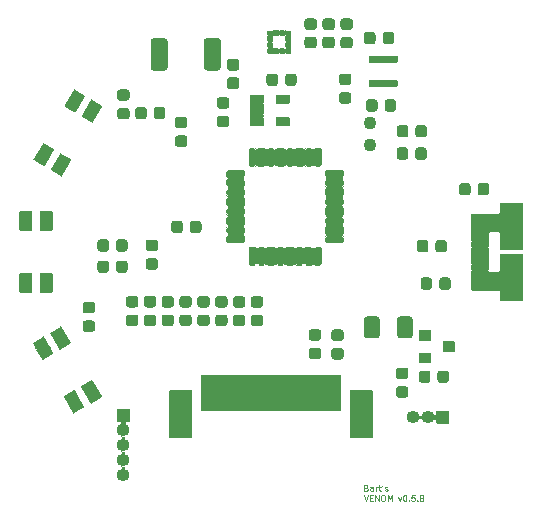
<source format=gbr>
G04 #@! TF.GenerationSoftware,KiCad,Pcbnew,5.1.8-1.fc33*
G04 #@! TF.CreationDate,2020-12-20T15:22:41+01:00*
G04 #@! TF.ProjectId,venom,76656e6f-6d2e-46b6-9963-61645f706362,rev?*
G04 #@! TF.SameCoordinates,Original*
G04 #@! TF.FileFunction,Soldermask,Top*
G04 #@! TF.FilePolarity,Negative*
%FSLAX46Y46*%
G04 Gerber Fmt 4.6, Leading zero omitted, Abs format (unit mm)*
G04 Created by KiCad (PCBNEW 5.1.8-1.fc33) date 2020-12-20 15:22:41*
%MOMM*%
%LPD*%
G01*
G04 APERTURE LIST*
%ADD10C,0.125000*%
%ADD11C,1.102000*%
%ADD12O,1.102000X1.102000*%
%ADD13C,0.100000*%
G04 APERTURE END LIST*
D10*
X167580476Y-138716785D02*
X167651904Y-138740595D01*
X167675714Y-138764404D01*
X167699523Y-138812023D01*
X167699523Y-138883452D01*
X167675714Y-138931071D01*
X167651904Y-138954880D01*
X167604285Y-138978690D01*
X167413809Y-138978690D01*
X167413809Y-138478690D01*
X167580476Y-138478690D01*
X167628095Y-138502500D01*
X167651904Y-138526309D01*
X167675714Y-138573928D01*
X167675714Y-138621547D01*
X167651904Y-138669166D01*
X167628095Y-138692976D01*
X167580476Y-138716785D01*
X167413809Y-138716785D01*
X168128095Y-138978690D02*
X168128095Y-138716785D01*
X168104285Y-138669166D01*
X168056666Y-138645357D01*
X167961428Y-138645357D01*
X167913809Y-138669166D01*
X168128095Y-138954880D02*
X168080476Y-138978690D01*
X167961428Y-138978690D01*
X167913809Y-138954880D01*
X167890000Y-138907261D01*
X167890000Y-138859642D01*
X167913809Y-138812023D01*
X167961428Y-138788214D01*
X168080476Y-138788214D01*
X168128095Y-138764404D01*
X168366190Y-138978690D02*
X168366190Y-138645357D01*
X168366190Y-138740595D02*
X168390000Y-138692976D01*
X168413809Y-138669166D01*
X168461428Y-138645357D01*
X168509047Y-138645357D01*
X168604285Y-138645357D02*
X168794761Y-138645357D01*
X168675714Y-138478690D02*
X168675714Y-138907261D01*
X168699523Y-138954880D01*
X168747142Y-138978690D01*
X168794761Y-138978690D01*
X168985238Y-138478690D02*
X168937619Y-138573928D01*
X169175714Y-138954880D02*
X169223333Y-138978690D01*
X169318571Y-138978690D01*
X169366190Y-138954880D01*
X169390000Y-138907261D01*
X169390000Y-138883452D01*
X169366190Y-138835833D01*
X169318571Y-138812023D01*
X169247142Y-138812023D01*
X169199523Y-138788214D01*
X169175714Y-138740595D01*
X169175714Y-138716785D01*
X169199523Y-138669166D01*
X169247142Y-138645357D01*
X169318571Y-138645357D01*
X169366190Y-138669166D01*
X167378095Y-139353690D02*
X167544761Y-139853690D01*
X167711428Y-139353690D01*
X167878095Y-139591785D02*
X168044761Y-139591785D01*
X168116190Y-139853690D02*
X167878095Y-139853690D01*
X167878095Y-139353690D01*
X168116190Y-139353690D01*
X168330476Y-139853690D02*
X168330476Y-139353690D01*
X168616190Y-139853690D01*
X168616190Y-139353690D01*
X168949523Y-139353690D02*
X169044761Y-139353690D01*
X169092380Y-139377500D01*
X169140000Y-139425119D01*
X169163809Y-139520357D01*
X169163809Y-139687023D01*
X169140000Y-139782261D01*
X169092380Y-139829880D01*
X169044761Y-139853690D01*
X168949523Y-139853690D01*
X168901904Y-139829880D01*
X168854285Y-139782261D01*
X168830476Y-139687023D01*
X168830476Y-139520357D01*
X168854285Y-139425119D01*
X168901904Y-139377500D01*
X168949523Y-139353690D01*
X169378095Y-139853690D02*
X169378095Y-139353690D01*
X169544761Y-139710833D01*
X169711428Y-139353690D01*
X169711428Y-139853690D01*
X170282857Y-139520357D02*
X170401904Y-139853690D01*
X170520952Y-139520357D01*
X170806666Y-139353690D02*
X170854285Y-139353690D01*
X170901904Y-139377500D01*
X170925714Y-139401309D01*
X170949523Y-139448928D01*
X170973333Y-139544166D01*
X170973333Y-139663214D01*
X170949523Y-139758452D01*
X170925714Y-139806071D01*
X170901904Y-139829880D01*
X170854285Y-139853690D01*
X170806666Y-139853690D01*
X170759047Y-139829880D01*
X170735238Y-139806071D01*
X170711428Y-139758452D01*
X170687619Y-139663214D01*
X170687619Y-139544166D01*
X170711428Y-139448928D01*
X170735238Y-139401309D01*
X170759047Y-139377500D01*
X170806666Y-139353690D01*
X171187619Y-139806071D02*
X171211428Y-139829880D01*
X171187619Y-139853690D01*
X171163809Y-139829880D01*
X171187619Y-139806071D01*
X171187619Y-139853690D01*
X171663809Y-139353690D02*
X171425714Y-139353690D01*
X171401904Y-139591785D01*
X171425714Y-139567976D01*
X171473333Y-139544166D01*
X171592380Y-139544166D01*
X171640000Y-139567976D01*
X171663809Y-139591785D01*
X171687619Y-139639404D01*
X171687619Y-139758452D01*
X171663809Y-139806071D01*
X171640000Y-139829880D01*
X171592380Y-139853690D01*
X171473333Y-139853690D01*
X171425714Y-139829880D01*
X171401904Y-139806071D01*
X171901904Y-139806071D02*
X171925714Y-139829880D01*
X171901904Y-139853690D01*
X171878095Y-139829880D01*
X171901904Y-139806071D01*
X171901904Y-139853690D01*
X172211428Y-139567976D02*
X172163809Y-139544166D01*
X172140000Y-139520357D01*
X172116190Y-139472738D01*
X172116190Y-139448928D01*
X172140000Y-139401309D01*
X172163809Y-139377500D01*
X172211428Y-139353690D01*
X172306666Y-139353690D01*
X172354285Y-139377500D01*
X172378095Y-139401309D01*
X172401904Y-139448928D01*
X172401904Y-139472738D01*
X172378095Y-139520357D01*
X172354285Y-139544166D01*
X172306666Y-139567976D01*
X172211428Y-139567976D01*
X172163809Y-139591785D01*
X172140000Y-139615595D01*
X172116190Y-139663214D01*
X172116190Y-139758452D01*
X172140000Y-139806071D01*
X172163809Y-139829880D01*
X172211428Y-139853690D01*
X172306666Y-139853690D01*
X172354285Y-139829880D01*
X172378095Y-139806071D01*
X172401904Y-139758452D01*
X172401904Y-139663214D01*
X172378095Y-139615595D01*
X172354285Y-139591785D01*
X172306666Y-139567976D01*
X167580476Y-138716785D02*
X167651904Y-138740595D01*
X167675714Y-138764404D01*
X167699523Y-138812023D01*
X167699523Y-138883452D01*
X167675714Y-138931071D01*
X167651904Y-138954880D01*
X167604285Y-138978690D01*
X167413809Y-138978690D01*
X167413809Y-138478690D01*
X167580476Y-138478690D01*
X167628095Y-138502500D01*
X167651904Y-138526309D01*
X167675714Y-138573928D01*
X167675714Y-138621547D01*
X167651904Y-138669166D01*
X167628095Y-138692976D01*
X167580476Y-138716785D01*
X167413809Y-138716785D01*
X168128095Y-138978690D02*
X168128095Y-138716785D01*
X168104285Y-138669166D01*
X168056666Y-138645357D01*
X167961428Y-138645357D01*
X167913809Y-138669166D01*
X168128095Y-138954880D02*
X168080476Y-138978690D01*
X167961428Y-138978690D01*
X167913809Y-138954880D01*
X167890000Y-138907261D01*
X167890000Y-138859642D01*
X167913809Y-138812023D01*
X167961428Y-138788214D01*
X168080476Y-138788214D01*
X168128095Y-138764404D01*
X168366190Y-138978690D02*
X168366190Y-138645357D01*
X168366190Y-138740595D02*
X168390000Y-138692976D01*
X168413809Y-138669166D01*
X168461428Y-138645357D01*
X168509047Y-138645357D01*
X168604285Y-138645357D02*
X168794761Y-138645357D01*
X168675714Y-138478690D02*
X168675714Y-138907261D01*
X168699523Y-138954880D01*
X168747142Y-138978690D01*
X168794761Y-138978690D01*
X168985238Y-138478690D02*
X168937619Y-138573928D01*
X169175714Y-138954880D02*
X169223333Y-138978690D01*
X169318571Y-138978690D01*
X169366190Y-138954880D01*
X169390000Y-138907261D01*
X169390000Y-138883452D01*
X169366190Y-138835833D01*
X169318571Y-138812023D01*
X169247142Y-138812023D01*
X169199523Y-138788214D01*
X169175714Y-138740595D01*
X169175714Y-138716785D01*
X169199523Y-138669166D01*
X169247142Y-138645357D01*
X169318571Y-138645357D01*
X169366190Y-138669166D01*
X167378095Y-139353690D02*
X167544761Y-139853690D01*
X167711428Y-139353690D01*
X167878095Y-139591785D02*
X168044761Y-139591785D01*
X168116190Y-139853690D02*
X167878095Y-139853690D01*
X167878095Y-139353690D01*
X168116190Y-139353690D01*
X168330476Y-139853690D02*
X168330476Y-139353690D01*
X168616190Y-139853690D01*
X168616190Y-139353690D01*
X168949523Y-139353690D02*
X169044761Y-139353690D01*
X169092380Y-139377500D01*
X169140000Y-139425119D01*
X169163809Y-139520357D01*
X169163809Y-139687023D01*
X169140000Y-139782261D01*
X169092380Y-139829880D01*
X169044761Y-139853690D01*
X168949523Y-139853690D01*
X168901904Y-139829880D01*
X168854285Y-139782261D01*
X168830476Y-139687023D01*
X168830476Y-139520357D01*
X168854285Y-139425119D01*
X168901904Y-139377500D01*
X168949523Y-139353690D01*
X169378095Y-139853690D02*
X169378095Y-139353690D01*
X169544761Y-139710833D01*
X169711428Y-139353690D01*
X169711428Y-139853690D01*
X170282857Y-139520357D02*
X170401904Y-139853690D01*
X170520952Y-139520357D01*
X170806666Y-139353690D02*
X170854285Y-139353690D01*
X170901904Y-139377500D01*
X170925714Y-139401309D01*
X170949523Y-139448928D01*
X170973333Y-139544166D01*
X170973333Y-139663214D01*
X170949523Y-139758452D01*
X170925714Y-139806071D01*
X170901904Y-139829880D01*
X170854285Y-139853690D01*
X170806666Y-139853690D01*
X170759047Y-139829880D01*
X170735238Y-139806071D01*
X170711428Y-139758452D01*
X170687619Y-139663214D01*
X170687619Y-139544166D01*
X170711428Y-139448928D01*
X170735238Y-139401309D01*
X170759047Y-139377500D01*
X170806666Y-139353690D01*
X171187619Y-139806071D02*
X171211428Y-139829880D01*
X171187619Y-139853690D01*
X171163809Y-139829880D01*
X171187619Y-139806071D01*
X171187619Y-139853690D01*
X171663809Y-139353690D02*
X171425714Y-139353690D01*
X171401904Y-139591785D01*
X171425714Y-139567976D01*
X171473333Y-139544166D01*
X171592380Y-139544166D01*
X171640000Y-139567976D01*
X171663809Y-139591785D01*
X171687619Y-139639404D01*
X171687619Y-139758452D01*
X171663809Y-139806071D01*
X171640000Y-139829880D01*
X171592380Y-139853690D01*
X171473333Y-139853690D01*
X171425714Y-139829880D01*
X171401904Y-139806071D01*
X171901904Y-139806071D02*
X171925714Y-139829880D01*
X171901904Y-139853690D01*
X171878095Y-139829880D01*
X171901904Y-139806071D01*
X171901904Y-139853690D01*
X172211428Y-139567976D02*
X172163809Y-139544166D01*
X172140000Y-139520357D01*
X172116190Y-139472738D01*
X172116190Y-139448928D01*
X172140000Y-139401309D01*
X172163809Y-139377500D01*
X172211428Y-139353690D01*
X172306666Y-139353690D01*
X172354285Y-139377500D01*
X172378095Y-139401309D01*
X172401904Y-139448928D01*
X172401904Y-139472738D01*
X172378095Y-139520357D01*
X172354285Y-139544166D01*
X172306666Y-139567976D01*
X172211428Y-139567976D01*
X172163809Y-139591785D01*
X172140000Y-139615595D01*
X172116190Y-139663214D01*
X172116190Y-139758452D01*
X172140000Y-139806071D01*
X172163809Y-139829880D01*
X172211428Y-139853690D01*
X172306666Y-139853690D01*
X172354285Y-139829880D01*
X172378095Y-139806071D01*
X172401904Y-139758452D01*
X172401904Y-139663214D01*
X172378095Y-139615595D01*
X172354285Y-139591785D01*
X172306666Y-139567976D01*
D11*
X167894000Y-109728000D03*
X167894000Y-107828000D03*
G36*
G01*
X167870000Y-104204000D02*
X168220000Y-104204000D01*
G75*
G02*
X168271000Y-104255000I0J-51000D01*
G01*
X168271000Y-104755000D01*
G75*
G02*
X168220000Y-104806000I-51000J0D01*
G01*
X167870000Y-104806000D01*
G75*
G02*
X167819000Y-104755000I0J51000D01*
G01*
X167819000Y-104255000D01*
G75*
G02*
X167870000Y-104204000I51000J0D01*
G01*
G37*
G36*
G01*
X168520000Y-104204000D02*
X168870000Y-104204000D01*
G75*
G02*
X168921000Y-104255000I0J-51000D01*
G01*
X168921000Y-104755000D01*
G75*
G02*
X168870000Y-104806000I-51000J0D01*
G01*
X168520000Y-104806000D01*
G75*
G02*
X168469000Y-104755000I0J51000D01*
G01*
X168469000Y-104255000D01*
G75*
G02*
X168520000Y-104204000I51000J0D01*
G01*
G37*
G36*
G01*
X169170000Y-104204000D02*
X169520000Y-104204000D01*
G75*
G02*
X169571000Y-104255000I0J-51000D01*
G01*
X169571000Y-104755000D01*
G75*
G02*
X169520000Y-104806000I-51000J0D01*
G01*
X169170000Y-104806000D01*
G75*
G02*
X169119000Y-104755000I0J51000D01*
G01*
X169119000Y-104255000D01*
G75*
G02*
X169170000Y-104204000I51000J0D01*
G01*
G37*
G36*
G01*
X169820000Y-104204000D02*
X170170000Y-104204000D01*
G75*
G02*
X170221000Y-104255000I0J-51000D01*
G01*
X170221000Y-104755000D01*
G75*
G02*
X170170000Y-104806000I-51000J0D01*
G01*
X169820000Y-104806000D01*
G75*
G02*
X169769000Y-104755000I0J51000D01*
G01*
X169769000Y-104255000D01*
G75*
G02*
X169820000Y-104204000I51000J0D01*
G01*
G37*
G36*
G01*
X169820000Y-102154000D02*
X170170000Y-102154000D01*
G75*
G02*
X170221000Y-102205000I0J-51000D01*
G01*
X170221000Y-102705000D01*
G75*
G02*
X170170000Y-102756000I-51000J0D01*
G01*
X169820000Y-102756000D01*
G75*
G02*
X169769000Y-102705000I0J51000D01*
G01*
X169769000Y-102205000D01*
G75*
G02*
X169820000Y-102154000I51000J0D01*
G01*
G37*
G36*
G01*
X169170000Y-102154000D02*
X169520000Y-102154000D01*
G75*
G02*
X169571000Y-102205000I0J-51000D01*
G01*
X169571000Y-102705000D01*
G75*
G02*
X169520000Y-102756000I-51000J0D01*
G01*
X169170000Y-102756000D01*
G75*
G02*
X169119000Y-102705000I0J51000D01*
G01*
X169119000Y-102205000D01*
G75*
G02*
X169170000Y-102154000I51000J0D01*
G01*
G37*
G36*
G01*
X168520000Y-102154000D02*
X168870000Y-102154000D01*
G75*
G02*
X168921000Y-102205000I0J-51000D01*
G01*
X168921000Y-102705000D01*
G75*
G02*
X168870000Y-102756000I-51000J0D01*
G01*
X168520000Y-102756000D01*
G75*
G02*
X168469000Y-102705000I0J51000D01*
G01*
X168469000Y-102205000D01*
G75*
G02*
X168520000Y-102154000I51000J0D01*
G01*
G37*
G36*
G01*
X167870000Y-102154000D02*
X168220000Y-102154000D01*
G75*
G02*
X168271000Y-102205000I0J-51000D01*
G01*
X168271000Y-102705000D01*
G75*
G02*
X168220000Y-102756000I-51000J0D01*
G01*
X167870000Y-102756000D01*
G75*
G02*
X167819000Y-102705000I0J51000D01*
G01*
X167819000Y-102205000D01*
G75*
G02*
X167870000Y-102154000I51000J0D01*
G01*
G37*
G36*
G01*
X166209000Y-134510000D02*
X166209000Y-130510000D01*
G75*
G02*
X166260000Y-130459000I51000J0D01*
G01*
X168060000Y-130459000D01*
G75*
G02*
X168111000Y-130510000I0J-51000D01*
G01*
X168111000Y-134510000D01*
G75*
G02*
X168060000Y-134561000I-51000J0D01*
G01*
X166260000Y-134561000D01*
G75*
G02*
X166209000Y-134510000I0J51000D01*
G01*
G37*
G36*
G01*
X150909000Y-134510000D02*
X150909000Y-130510000D01*
G75*
G02*
X150960000Y-130459000I51000J0D01*
G01*
X152760000Y-130459000D01*
G75*
G02*
X152811000Y-130510000I0J-51000D01*
G01*
X152811000Y-134510000D01*
G75*
G02*
X152760000Y-134561000I-51000J0D01*
G01*
X150960000Y-134561000D01*
G75*
G02*
X150909000Y-134510000I0J51000D01*
G01*
G37*
G36*
G01*
X153559000Y-132210000D02*
X153559000Y-129210000D01*
G75*
G02*
X153610000Y-129159000I51000J0D01*
G01*
X153910000Y-129159000D01*
G75*
G02*
X153961000Y-129210000I0J-51000D01*
G01*
X153961000Y-132210000D01*
G75*
G02*
X153910000Y-132261000I-51000J0D01*
G01*
X153610000Y-132261000D01*
G75*
G02*
X153559000Y-132210000I0J51000D01*
G01*
G37*
G36*
G01*
X154059000Y-132210000D02*
X154059000Y-129210000D01*
G75*
G02*
X154110000Y-129159000I51000J0D01*
G01*
X154410000Y-129159000D01*
G75*
G02*
X154461000Y-129210000I0J-51000D01*
G01*
X154461000Y-132210000D01*
G75*
G02*
X154410000Y-132261000I-51000J0D01*
G01*
X154110000Y-132261000D01*
G75*
G02*
X154059000Y-132210000I0J51000D01*
G01*
G37*
G36*
G01*
X154559000Y-132210000D02*
X154559000Y-129210000D01*
G75*
G02*
X154610000Y-129159000I51000J0D01*
G01*
X154910000Y-129159000D01*
G75*
G02*
X154961000Y-129210000I0J-51000D01*
G01*
X154961000Y-132210000D01*
G75*
G02*
X154910000Y-132261000I-51000J0D01*
G01*
X154610000Y-132261000D01*
G75*
G02*
X154559000Y-132210000I0J51000D01*
G01*
G37*
G36*
G01*
X155059000Y-132210000D02*
X155059000Y-129210000D01*
G75*
G02*
X155110000Y-129159000I51000J0D01*
G01*
X155410000Y-129159000D01*
G75*
G02*
X155461000Y-129210000I0J-51000D01*
G01*
X155461000Y-132210000D01*
G75*
G02*
X155410000Y-132261000I-51000J0D01*
G01*
X155110000Y-132261000D01*
G75*
G02*
X155059000Y-132210000I0J51000D01*
G01*
G37*
G36*
G01*
X155559000Y-132210000D02*
X155559000Y-129210000D01*
G75*
G02*
X155610000Y-129159000I51000J0D01*
G01*
X155910000Y-129159000D01*
G75*
G02*
X155961000Y-129210000I0J-51000D01*
G01*
X155961000Y-132210000D01*
G75*
G02*
X155910000Y-132261000I-51000J0D01*
G01*
X155610000Y-132261000D01*
G75*
G02*
X155559000Y-132210000I0J51000D01*
G01*
G37*
G36*
G01*
X156059000Y-132210000D02*
X156059000Y-129210000D01*
G75*
G02*
X156110000Y-129159000I51000J0D01*
G01*
X156410000Y-129159000D01*
G75*
G02*
X156461000Y-129210000I0J-51000D01*
G01*
X156461000Y-132210000D01*
G75*
G02*
X156410000Y-132261000I-51000J0D01*
G01*
X156110000Y-132261000D01*
G75*
G02*
X156059000Y-132210000I0J51000D01*
G01*
G37*
G36*
G01*
X156559000Y-132210000D02*
X156559000Y-129210000D01*
G75*
G02*
X156610000Y-129159000I51000J0D01*
G01*
X156910000Y-129159000D01*
G75*
G02*
X156961000Y-129210000I0J-51000D01*
G01*
X156961000Y-132210000D01*
G75*
G02*
X156910000Y-132261000I-51000J0D01*
G01*
X156610000Y-132261000D01*
G75*
G02*
X156559000Y-132210000I0J51000D01*
G01*
G37*
G36*
G01*
X157059000Y-132210000D02*
X157059000Y-129210000D01*
G75*
G02*
X157110000Y-129159000I51000J0D01*
G01*
X157410000Y-129159000D01*
G75*
G02*
X157461000Y-129210000I0J-51000D01*
G01*
X157461000Y-132210000D01*
G75*
G02*
X157410000Y-132261000I-51000J0D01*
G01*
X157110000Y-132261000D01*
G75*
G02*
X157059000Y-132210000I0J51000D01*
G01*
G37*
G36*
G01*
X157559000Y-132210000D02*
X157559000Y-129210000D01*
G75*
G02*
X157610000Y-129159000I51000J0D01*
G01*
X157910000Y-129159000D01*
G75*
G02*
X157961000Y-129210000I0J-51000D01*
G01*
X157961000Y-132210000D01*
G75*
G02*
X157910000Y-132261000I-51000J0D01*
G01*
X157610000Y-132261000D01*
G75*
G02*
X157559000Y-132210000I0J51000D01*
G01*
G37*
G36*
G01*
X158059000Y-132210000D02*
X158059000Y-129210000D01*
G75*
G02*
X158110000Y-129159000I51000J0D01*
G01*
X158410000Y-129159000D01*
G75*
G02*
X158461000Y-129210000I0J-51000D01*
G01*
X158461000Y-132210000D01*
G75*
G02*
X158410000Y-132261000I-51000J0D01*
G01*
X158110000Y-132261000D01*
G75*
G02*
X158059000Y-132210000I0J51000D01*
G01*
G37*
G36*
G01*
X158559000Y-132210000D02*
X158559000Y-129210000D01*
G75*
G02*
X158610000Y-129159000I51000J0D01*
G01*
X158910000Y-129159000D01*
G75*
G02*
X158961000Y-129210000I0J-51000D01*
G01*
X158961000Y-132210000D01*
G75*
G02*
X158910000Y-132261000I-51000J0D01*
G01*
X158610000Y-132261000D01*
G75*
G02*
X158559000Y-132210000I0J51000D01*
G01*
G37*
G36*
G01*
X159059000Y-132210000D02*
X159059000Y-129210000D01*
G75*
G02*
X159110000Y-129159000I51000J0D01*
G01*
X159410000Y-129159000D01*
G75*
G02*
X159461000Y-129210000I0J-51000D01*
G01*
X159461000Y-132210000D01*
G75*
G02*
X159410000Y-132261000I-51000J0D01*
G01*
X159110000Y-132261000D01*
G75*
G02*
X159059000Y-132210000I0J51000D01*
G01*
G37*
G36*
G01*
X159559000Y-132210000D02*
X159559000Y-129210000D01*
G75*
G02*
X159610000Y-129159000I51000J0D01*
G01*
X159910000Y-129159000D01*
G75*
G02*
X159961000Y-129210000I0J-51000D01*
G01*
X159961000Y-132210000D01*
G75*
G02*
X159910000Y-132261000I-51000J0D01*
G01*
X159610000Y-132261000D01*
G75*
G02*
X159559000Y-132210000I0J51000D01*
G01*
G37*
G36*
G01*
X160059000Y-132210000D02*
X160059000Y-129210000D01*
G75*
G02*
X160110000Y-129159000I51000J0D01*
G01*
X160410000Y-129159000D01*
G75*
G02*
X160461000Y-129210000I0J-51000D01*
G01*
X160461000Y-132210000D01*
G75*
G02*
X160410000Y-132261000I-51000J0D01*
G01*
X160110000Y-132261000D01*
G75*
G02*
X160059000Y-132210000I0J51000D01*
G01*
G37*
G36*
G01*
X160559000Y-132210000D02*
X160559000Y-129210000D01*
G75*
G02*
X160610000Y-129159000I51000J0D01*
G01*
X160910000Y-129159000D01*
G75*
G02*
X160961000Y-129210000I0J-51000D01*
G01*
X160961000Y-132210000D01*
G75*
G02*
X160910000Y-132261000I-51000J0D01*
G01*
X160610000Y-132261000D01*
G75*
G02*
X160559000Y-132210000I0J51000D01*
G01*
G37*
G36*
G01*
X161059000Y-132210000D02*
X161059000Y-129210000D01*
G75*
G02*
X161110000Y-129159000I51000J0D01*
G01*
X161410000Y-129159000D01*
G75*
G02*
X161461000Y-129210000I0J-51000D01*
G01*
X161461000Y-132210000D01*
G75*
G02*
X161410000Y-132261000I-51000J0D01*
G01*
X161110000Y-132261000D01*
G75*
G02*
X161059000Y-132210000I0J51000D01*
G01*
G37*
G36*
G01*
X161559000Y-132210000D02*
X161559000Y-129210000D01*
G75*
G02*
X161610000Y-129159000I51000J0D01*
G01*
X161910000Y-129159000D01*
G75*
G02*
X161961000Y-129210000I0J-51000D01*
G01*
X161961000Y-132210000D01*
G75*
G02*
X161910000Y-132261000I-51000J0D01*
G01*
X161610000Y-132261000D01*
G75*
G02*
X161559000Y-132210000I0J51000D01*
G01*
G37*
G36*
G01*
X162059000Y-132210000D02*
X162059000Y-129210000D01*
G75*
G02*
X162110000Y-129159000I51000J0D01*
G01*
X162410000Y-129159000D01*
G75*
G02*
X162461000Y-129210000I0J-51000D01*
G01*
X162461000Y-132210000D01*
G75*
G02*
X162410000Y-132261000I-51000J0D01*
G01*
X162110000Y-132261000D01*
G75*
G02*
X162059000Y-132210000I0J51000D01*
G01*
G37*
G36*
G01*
X162559000Y-132210000D02*
X162559000Y-129210000D01*
G75*
G02*
X162610000Y-129159000I51000J0D01*
G01*
X162910000Y-129159000D01*
G75*
G02*
X162961000Y-129210000I0J-51000D01*
G01*
X162961000Y-132210000D01*
G75*
G02*
X162910000Y-132261000I-51000J0D01*
G01*
X162610000Y-132261000D01*
G75*
G02*
X162559000Y-132210000I0J51000D01*
G01*
G37*
G36*
G01*
X163059000Y-132210000D02*
X163059000Y-129210000D01*
G75*
G02*
X163110000Y-129159000I51000J0D01*
G01*
X163410000Y-129159000D01*
G75*
G02*
X163461000Y-129210000I0J-51000D01*
G01*
X163461000Y-132210000D01*
G75*
G02*
X163410000Y-132261000I-51000J0D01*
G01*
X163110000Y-132261000D01*
G75*
G02*
X163059000Y-132210000I0J51000D01*
G01*
G37*
G36*
G01*
X163559000Y-132210000D02*
X163559000Y-129210000D01*
G75*
G02*
X163610000Y-129159000I51000J0D01*
G01*
X163910000Y-129159000D01*
G75*
G02*
X163961000Y-129210000I0J-51000D01*
G01*
X163961000Y-132210000D01*
G75*
G02*
X163910000Y-132261000I-51000J0D01*
G01*
X163610000Y-132261000D01*
G75*
G02*
X163559000Y-132210000I0J51000D01*
G01*
G37*
G36*
G01*
X164059000Y-132210000D02*
X164059000Y-129210000D01*
G75*
G02*
X164110000Y-129159000I51000J0D01*
G01*
X164410000Y-129159000D01*
G75*
G02*
X164461000Y-129210000I0J-51000D01*
G01*
X164461000Y-132210000D01*
G75*
G02*
X164410000Y-132261000I-51000J0D01*
G01*
X164110000Y-132261000D01*
G75*
G02*
X164059000Y-132210000I0J51000D01*
G01*
G37*
G36*
G01*
X164559000Y-132210000D02*
X164559000Y-129210000D01*
G75*
G02*
X164610000Y-129159000I51000J0D01*
G01*
X164910000Y-129159000D01*
G75*
G02*
X164961000Y-129210000I0J-51000D01*
G01*
X164961000Y-132210000D01*
G75*
G02*
X164910000Y-132261000I-51000J0D01*
G01*
X164610000Y-132261000D01*
G75*
G02*
X164559000Y-132210000I0J51000D01*
G01*
G37*
G36*
G01*
X165059000Y-132210000D02*
X165059000Y-129210000D01*
G75*
G02*
X165110000Y-129159000I51000J0D01*
G01*
X165410000Y-129159000D01*
G75*
G02*
X165461000Y-129210000I0J-51000D01*
G01*
X165461000Y-132210000D01*
G75*
G02*
X165410000Y-132261000I-51000J0D01*
G01*
X165110000Y-132261000D01*
G75*
G02*
X165059000Y-132210000I0J51000D01*
G01*
G37*
G36*
G01*
X140837609Y-125596346D02*
X141703635Y-125096346D01*
G75*
G02*
X141773302Y-125115013I25500J-44167D01*
G01*
X142548302Y-126457353D01*
G75*
G02*
X142529635Y-126527020I-44167J-25500D01*
G01*
X141663609Y-127027020D01*
G75*
G02*
X141593942Y-127008353I-25500J44167D01*
G01*
X140818942Y-125666013D01*
G75*
G02*
X140837609Y-125596346I44167J25500D01*
G01*
G37*
G36*
G01*
X143462609Y-130142980D02*
X144328635Y-129642980D01*
G75*
G02*
X144398302Y-129661647I25500J-44167D01*
G01*
X145173302Y-131003987D01*
G75*
G02*
X145154635Y-131073654I-44167J-25500D01*
G01*
X144288609Y-131573654D01*
G75*
G02*
X144218942Y-131554987I-25500J44167D01*
G01*
X143443942Y-130212647D01*
G75*
G02*
X143462609Y-130142980I44167J25500D01*
G01*
G37*
G36*
G01*
X141990365Y-130992980D02*
X142856391Y-130492980D01*
G75*
G02*
X142926058Y-130511647I25500J-44167D01*
G01*
X143701058Y-131853987D01*
G75*
G02*
X143682391Y-131923654I-44167J-25500D01*
G01*
X142816365Y-132423654D01*
G75*
G02*
X142746698Y-132404987I-25500J44167D01*
G01*
X141971698Y-131062647D01*
G75*
G02*
X141990365Y-130992980I44167J25500D01*
G01*
G37*
G36*
G01*
X139365365Y-126446346D02*
X140231391Y-125946346D01*
G75*
G02*
X140301058Y-125965013I25500J-44167D01*
G01*
X141076058Y-127307353D01*
G75*
G02*
X141057391Y-127377020I-44167J-25500D01*
G01*
X140191365Y-127877020D01*
G75*
G02*
X140121698Y-127858353I-25500J44167D01*
G01*
X139346698Y-126516013D01*
G75*
G02*
X139365365Y-126446346I44167J25500D01*
G01*
G37*
G36*
G01*
X155266000Y-100932887D02*
X155266000Y-103147113D01*
G75*
G02*
X154997113Y-103416000I-268887J0D01*
G01*
X154082887Y-103416000D01*
G75*
G02*
X153814000Y-103147113I0J268887D01*
G01*
X153814000Y-100932887D01*
G75*
G02*
X154082887Y-100664000I268887J0D01*
G01*
X154997113Y-100664000D01*
G75*
G02*
X155266000Y-100932887I0J-268887D01*
G01*
G37*
G36*
G01*
X150766000Y-100932887D02*
X150766000Y-103147113D01*
G75*
G02*
X150497113Y-103416000I-268887J0D01*
G01*
X149582887Y-103416000D01*
G75*
G02*
X149314000Y-103147113I0J268887D01*
G01*
X149314000Y-100932887D01*
G75*
G02*
X149582887Y-100664000I268887J0D01*
G01*
X150497113Y-100664000D01*
G75*
G02*
X150766000Y-100932887I0J-268887D01*
G01*
G37*
G36*
G01*
X168357000Y-100378250D02*
X168357000Y-100941750D01*
G75*
G02*
X168112750Y-101186000I-244250J0D01*
G01*
X167624250Y-101186000D01*
G75*
G02*
X167380000Y-100941750I0J244250D01*
G01*
X167380000Y-100378250D01*
G75*
G02*
X167624250Y-100134000I244250J0D01*
G01*
X168112750Y-100134000D01*
G75*
G02*
X168357000Y-100378250I0J-244250D01*
G01*
G37*
G36*
G01*
X169932000Y-100378250D02*
X169932000Y-100941750D01*
G75*
G02*
X169687750Y-101186000I-244250J0D01*
G01*
X169199250Y-101186000D01*
G75*
G02*
X168955000Y-100941750I0J244250D01*
G01*
X168955000Y-100378250D01*
G75*
G02*
X169199250Y-100134000I244250J0D01*
G01*
X169687750Y-100134000D01*
G75*
G02*
X169932000Y-100378250I0J-244250D01*
G01*
G37*
G36*
G01*
X166191750Y-101536000D02*
X165628250Y-101536000D01*
G75*
G02*
X165384000Y-101291750I0J244250D01*
G01*
X165384000Y-100803250D01*
G75*
G02*
X165628250Y-100559000I244250J0D01*
G01*
X166191750Y-100559000D01*
G75*
G02*
X166436000Y-100803250I0J-244250D01*
G01*
X166436000Y-101291750D01*
G75*
G02*
X166191750Y-101536000I-244250J0D01*
G01*
G37*
G36*
G01*
X166191750Y-99961000D02*
X165628250Y-99961000D01*
G75*
G02*
X165384000Y-99716750I0J244250D01*
G01*
X165384000Y-99228250D01*
G75*
G02*
X165628250Y-98984000I244250J0D01*
G01*
X166191750Y-98984000D01*
G75*
G02*
X166436000Y-99228250I0J-244250D01*
G01*
X166436000Y-99716750D01*
G75*
G02*
X166191750Y-99961000I-244250J0D01*
G01*
G37*
G36*
G01*
X170144000Y-110721750D02*
X170144000Y-110158250D01*
G75*
G02*
X170388250Y-109914000I244250J0D01*
G01*
X170876750Y-109914000D01*
G75*
G02*
X171121000Y-110158250I0J-244250D01*
G01*
X171121000Y-110721750D01*
G75*
G02*
X170876750Y-110966000I-244250J0D01*
G01*
X170388250Y-110966000D01*
G75*
G02*
X170144000Y-110721750I0J244250D01*
G01*
G37*
G36*
G01*
X171719000Y-110721750D02*
X171719000Y-110158250D01*
G75*
G02*
X171963250Y-109914000I244250J0D01*
G01*
X172451750Y-109914000D01*
G75*
G02*
X172696000Y-110158250I0J-244250D01*
G01*
X172696000Y-110721750D01*
G75*
G02*
X172451750Y-110966000I-244250J0D01*
G01*
X171963250Y-110966000D01*
G75*
G02*
X171719000Y-110721750I0J244250D01*
G01*
G37*
G36*
G01*
X171739000Y-108831750D02*
X171739000Y-108268250D01*
G75*
G02*
X171983250Y-108024000I244250J0D01*
G01*
X172471750Y-108024000D01*
G75*
G02*
X172716000Y-108268250I0J-244250D01*
G01*
X172716000Y-108831750D01*
G75*
G02*
X172471750Y-109076000I-244250J0D01*
G01*
X171983250Y-109076000D01*
G75*
G02*
X171739000Y-108831750I0J244250D01*
G01*
G37*
G36*
G01*
X170164000Y-108831750D02*
X170164000Y-108268250D01*
G75*
G02*
X170408250Y-108024000I244250J0D01*
G01*
X170896750Y-108024000D01*
G75*
G02*
X171141000Y-108268250I0J-244250D01*
G01*
X171141000Y-108831750D01*
G75*
G02*
X170896750Y-109076000I-244250J0D01*
G01*
X170408250Y-109076000D01*
G75*
G02*
X170164000Y-108831750I0J244250D01*
G01*
G37*
G36*
G01*
X173429000Y-118561750D02*
X173429000Y-117998250D01*
G75*
G02*
X173673250Y-117754000I244250J0D01*
G01*
X174161750Y-117754000D01*
G75*
G02*
X174406000Y-117998250I0J-244250D01*
G01*
X174406000Y-118561750D01*
G75*
G02*
X174161750Y-118806000I-244250J0D01*
G01*
X173673250Y-118806000D01*
G75*
G02*
X173429000Y-118561750I0J244250D01*
G01*
G37*
G36*
G01*
X171854000Y-118561750D02*
X171854000Y-117998250D01*
G75*
G02*
X172098250Y-117754000I244250J0D01*
G01*
X172586750Y-117754000D01*
G75*
G02*
X172831000Y-117998250I0J-244250D01*
G01*
X172831000Y-118561750D01*
G75*
G02*
X172586750Y-118806000I-244250J0D01*
G01*
X172098250Y-118806000D01*
G75*
G02*
X171854000Y-118561750I0J244250D01*
G01*
G37*
G36*
G01*
X165421750Y-127876000D02*
X164858250Y-127876000D01*
G75*
G02*
X164614000Y-127631750I0J244250D01*
G01*
X164614000Y-127143250D01*
G75*
G02*
X164858250Y-126899000I244250J0D01*
G01*
X165421750Y-126899000D01*
G75*
G02*
X165666000Y-127143250I0J-244250D01*
G01*
X165666000Y-127631750D01*
G75*
G02*
X165421750Y-127876000I-244250J0D01*
G01*
G37*
G36*
G01*
X165421750Y-126301000D02*
X164858250Y-126301000D01*
G75*
G02*
X164614000Y-126056750I0J244250D01*
G01*
X164614000Y-125568250D01*
G75*
G02*
X164858250Y-125324000I244250J0D01*
G01*
X165421750Y-125324000D01*
G75*
G02*
X165666000Y-125568250I0J-244250D01*
G01*
X165666000Y-126056750D01*
G75*
G02*
X165421750Y-126301000I-244250J0D01*
G01*
G37*
G36*
G01*
X163511750Y-127856000D02*
X162948250Y-127856000D01*
G75*
G02*
X162704000Y-127611750I0J244250D01*
G01*
X162704000Y-127123250D01*
G75*
G02*
X162948250Y-126879000I244250J0D01*
G01*
X163511750Y-126879000D01*
G75*
G02*
X163756000Y-127123250I0J-244250D01*
G01*
X163756000Y-127611750D01*
G75*
G02*
X163511750Y-127856000I-244250J0D01*
G01*
G37*
G36*
G01*
X163511750Y-126281000D02*
X162948250Y-126281000D01*
G75*
G02*
X162704000Y-126036750I0J244250D01*
G01*
X162704000Y-125548250D01*
G75*
G02*
X162948250Y-125304000I244250J0D01*
G01*
X163511750Y-125304000D01*
G75*
G02*
X163756000Y-125548250I0J-244250D01*
G01*
X163756000Y-126036750D01*
G75*
G02*
X163511750Y-126281000I-244250J0D01*
G01*
G37*
G36*
G01*
X158601750Y-123481000D02*
X158038250Y-123481000D01*
G75*
G02*
X157794000Y-123236750I0J244250D01*
G01*
X157794000Y-122748250D01*
G75*
G02*
X158038250Y-122504000I244250J0D01*
G01*
X158601750Y-122504000D01*
G75*
G02*
X158846000Y-122748250I0J-244250D01*
G01*
X158846000Y-123236750D01*
G75*
G02*
X158601750Y-123481000I-244250J0D01*
G01*
G37*
G36*
G01*
X158601750Y-125056000D02*
X158038250Y-125056000D01*
G75*
G02*
X157794000Y-124811750I0J244250D01*
G01*
X157794000Y-124323250D01*
G75*
G02*
X158038250Y-124079000I244250J0D01*
G01*
X158601750Y-124079000D01*
G75*
G02*
X158846000Y-124323250I0J-244250D01*
G01*
X158846000Y-124811750D01*
G75*
G02*
X158601750Y-125056000I-244250J0D01*
G01*
G37*
G36*
G01*
X157091750Y-123481000D02*
X156528250Y-123481000D01*
G75*
G02*
X156284000Y-123236750I0J244250D01*
G01*
X156284000Y-122748250D01*
G75*
G02*
X156528250Y-122504000I244250J0D01*
G01*
X157091750Y-122504000D01*
G75*
G02*
X157336000Y-122748250I0J-244250D01*
G01*
X157336000Y-123236750D01*
G75*
G02*
X157091750Y-123481000I-244250J0D01*
G01*
G37*
G36*
G01*
X157091750Y-125056000D02*
X156528250Y-125056000D01*
G75*
G02*
X156284000Y-124811750I0J244250D01*
G01*
X156284000Y-124323250D01*
G75*
G02*
X156528250Y-124079000I244250J0D01*
G01*
X157091750Y-124079000D01*
G75*
G02*
X157336000Y-124323250I0J-244250D01*
G01*
X157336000Y-124811750D01*
G75*
G02*
X157091750Y-125056000I-244250J0D01*
G01*
G37*
G36*
G01*
X155581750Y-125056000D02*
X155018250Y-125056000D01*
G75*
G02*
X154774000Y-124811750I0J244250D01*
G01*
X154774000Y-124323250D01*
G75*
G02*
X155018250Y-124079000I244250J0D01*
G01*
X155581750Y-124079000D01*
G75*
G02*
X155826000Y-124323250I0J-244250D01*
G01*
X155826000Y-124811750D01*
G75*
G02*
X155581750Y-125056000I-244250J0D01*
G01*
G37*
G36*
G01*
X155581750Y-123481000D02*
X155018250Y-123481000D01*
G75*
G02*
X154774000Y-123236750I0J244250D01*
G01*
X154774000Y-122748250D01*
G75*
G02*
X155018250Y-122504000I244250J0D01*
G01*
X155581750Y-122504000D01*
G75*
G02*
X155826000Y-122748250I0J-244250D01*
G01*
X155826000Y-123236750D01*
G75*
G02*
X155581750Y-123481000I-244250J0D01*
G01*
G37*
G36*
G01*
X154071750Y-125046000D02*
X153508250Y-125046000D01*
G75*
G02*
X153264000Y-124801750I0J244250D01*
G01*
X153264000Y-124313250D01*
G75*
G02*
X153508250Y-124069000I244250J0D01*
G01*
X154071750Y-124069000D01*
G75*
G02*
X154316000Y-124313250I0J-244250D01*
G01*
X154316000Y-124801750D01*
G75*
G02*
X154071750Y-125046000I-244250J0D01*
G01*
G37*
G36*
G01*
X154071750Y-123471000D02*
X153508250Y-123471000D01*
G75*
G02*
X153264000Y-123226750I0J244250D01*
G01*
X153264000Y-122738250D01*
G75*
G02*
X153508250Y-122494000I244250J0D01*
G01*
X154071750Y-122494000D01*
G75*
G02*
X154316000Y-122738250I0J-244250D01*
G01*
X154316000Y-123226750D01*
G75*
G02*
X154071750Y-123471000I-244250J0D01*
G01*
G37*
G36*
G01*
X152561750Y-123471000D02*
X151998250Y-123471000D01*
G75*
G02*
X151754000Y-123226750I0J244250D01*
G01*
X151754000Y-122738250D01*
G75*
G02*
X151998250Y-122494000I244250J0D01*
G01*
X152561750Y-122494000D01*
G75*
G02*
X152806000Y-122738250I0J-244250D01*
G01*
X152806000Y-123226750D01*
G75*
G02*
X152561750Y-123471000I-244250J0D01*
G01*
G37*
G36*
G01*
X152561750Y-125046000D02*
X151998250Y-125046000D01*
G75*
G02*
X151754000Y-124801750I0J244250D01*
G01*
X151754000Y-124313250D01*
G75*
G02*
X151998250Y-124069000I244250J0D01*
G01*
X152561750Y-124069000D01*
G75*
G02*
X152806000Y-124313250I0J-244250D01*
G01*
X152806000Y-124801750D01*
G75*
G02*
X152561750Y-125046000I-244250J0D01*
G01*
G37*
G36*
G01*
X151051750Y-125046000D02*
X150488250Y-125046000D01*
G75*
G02*
X150244000Y-124801750I0J244250D01*
G01*
X150244000Y-124313250D01*
G75*
G02*
X150488250Y-124069000I244250J0D01*
G01*
X151051750Y-124069000D01*
G75*
G02*
X151296000Y-124313250I0J-244250D01*
G01*
X151296000Y-124801750D01*
G75*
G02*
X151051750Y-125046000I-244250J0D01*
G01*
G37*
G36*
G01*
X151051750Y-123471000D02*
X150488250Y-123471000D01*
G75*
G02*
X150244000Y-123226750I0J244250D01*
G01*
X150244000Y-122738250D01*
G75*
G02*
X150488250Y-122494000I244250J0D01*
G01*
X151051750Y-122494000D01*
G75*
G02*
X151296000Y-122738250I0J-244250D01*
G01*
X151296000Y-123226750D01*
G75*
G02*
X151051750Y-123471000I-244250J0D01*
G01*
G37*
G36*
G01*
X149541750Y-123471000D02*
X148978250Y-123471000D01*
G75*
G02*
X148734000Y-123226750I0J244250D01*
G01*
X148734000Y-122738250D01*
G75*
G02*
X148978250Y-122494000I244250J0D01*
G01*
X149541750Y-122494000D01*
G75*
G02*
X149786000Y-122738250I0J-244250D01*
G01*
X149786000Y-123226750D01*
G75*
G02*
X149541750Y-123471000I-244250J0D01*
G01*
G37*
G36*
G01*
X149541750Y-125046000D02*
X148978250Y-125046000D01*
G75*
G02*
X148734000Y-124801750I0J244250D01*
G01*
X148734000Y-124313250D01*
G75*
G02*
X148978250Y-124069000I244250J0D01*
G01*
X149541750Y-124069000D01*
G75*
G02*
X149786000Y-124313250I0J-244250D01*
G01*
X149786000Y-124801750D01*
G75*
G02*
X149541750Y-125046000I-244250J0D01*
G01*
G37*
G36*
G01*
X148031750Y-123471000D02*
X147468250Y-123471000D01*
G75*
G02*
X147224000Y-123226750I0J244250D01*
G01*
X147224000Y-122738250D01*
G75*
G02*
X147468250Y-122494000I244250J0D01*
G01*
X148031750Y-122494000D01*
G75*
G02*
X148276000Y-122738250I0J-244250D01*
G01*
X148276000Y-123226750D01*
G75*
G02*
X148031750Y-123471000I-244250J0D01*
G01*
G37*
G36*
G01*
X148031750Y-125046000D02*
X147468250Y-125046000D01*
G75*
G02*
X147224000Y-124801750I0J244250D01*
G01*
X147224000Y-124313250D01*
G75*
G02*
X147468250Y-124069000I244250J0D01*
G01*
X148031750Y-124069000D01*
G75*
G02*
X148276000Y-124313250I0J-244250D01*
G01*
X148276000Y-124801750D01*
G75*
G02*
X148031750Y-125046000I-244250J0D01*
G01*
G37*
G36*
G01*
X155166250Y-107233000D02*
X155729750Y-107233000D01*
G75*
G02*
X155974000Y-107477250I0J-244250D01*
G01*
X155974000Y-107965750D01*
G75*
G02*
X155729750Y-108210000I-244250J0D01*
G01*
X155166250Y-108210000D01*
G75*
G02*
X154922000Y-107965750I0J244250D01*
G01*
X154922000Y-107477250D01*
G75*
G02*
X155166250Y-107233000I244250J0D01*
G01*
G37*
G36*
G01*
X155166250Y-105658000D02*
X155729750Y-105658000D01*
G75*
G02*
X155974000Y-105902250I0J-244250D01*
G01*
X155974000Y-106390750D01*
G75*
G02*
X155729750Y-106635000I-244250J0D01*
G01*
X155166250Y-106635000D01*
G75*
G02*
X154922000Y-106390750I0J244250D01*
G01*
X154922000Y-105902250D01*
G75*
G02*
X155166250Y-105658000I244250J0D01*
G01*
G37*
G36*
G01*
X161677000Y-103916670D02*
X161677000Y-104480170D01*
G75*
G02*
X161432750Y-104724420I-244250J0D01*
G01*
X160944250Y-104724420D01*
G75*
G02*
X160700000Y-104480170I0J244250D01*
G01*
X160700000Y-103916670D01*
G75*
G02*
X160944250Y-103672420I244250J0D01*
G01*
X161432750Y-103672420D01*
G75*
G02*
X161677000Y-103916670I0J-244250D01*
G01*
G37*
G36*
G01*
X160102000Y-103916670D02*
X160102000Y-104480170D01*
G75*
G02*
X159857750Y-104724420I-244250J0D01*
G01*
X159369250Y-104724420D01*
G75*
G02*
X159125000Y-104480170I0J244250D01*
G01*
X159125000Y-103916670D01*
G75*
G02*
X159369250Y-103672420I244250J0D01*
G01*
X159857750Y-103672420D01*
G75*
G02*
X160102000Y-103916670I0J-244250D01*
G01*
G37*
G36*
G01*
X172047040Y-126244260D02*
X172047040Y-125444260D01*
G75*
G02*
X172098040Y-125393260I51000J0D01*
G01*
X172998040Y-125393260D01*
G75*
G02*
X173049040Y-125444260I0J-51000D01*
G01*
X173049040Y-126244260D01*
G75*
G02*
X172998040Y-126295260I-51000J0D01*
G01*
X172098040Y-126295260D01*
G75*
G02*
X172047040Y-126244260I0J51000D01*
G01*
G37*
G36*
G01*
X172047040Y-128144260D02*
X172047040Y-127344260D01*
G75*
G02*
X172098040Y-127293260I51000J0D01*
G01*
X172998040Y-127293260D01*
G75*
G02*
X173049040Y-127344260I0J-51000D01*
G01*
X173049040Y-128144260D01*
G75*
G02*
X172998040Y-128195260I-51000J0D01*
G01*
X172098040Y-128195260D01*
G75*
G02*
X172047040Y-128144260I0J51000D01*
G01*
G37*
G36*
G01*
X174047040Y-127194260D02*
X174047040Y-126394260D01*
G75*
G02*
X174098040Y-126343260I51000J0D01*
G01*
X174998040Y-126343260D01*
G75*
G02*
X175049040Y-126394260I0J-51000D01*
G01*
X175049040Y-127194260D01*
G75*
G02*
X174998040Y-127245260I-51000J0D01*
G01*
X174098040Y-127245260D01*
G75*
G02*
X174047040Y-127194260I0J51000D01*
G01*
G37*
G36*
G01*
X151610250Y-107326500D02*
X152173750Y-107326500D01*
G75*
G02*
X152418000Y-107570750I0J-244250D01*
G01*
X152418000Y-108059250D01*
G75*
G02*
X152173750Y-108303500I-244250J0D01*
G01*
X151610250Y-108303500D01*
G75*
G02*
X151366000Y-108059250I0J244250D01*
G01*
X151366000Y-107570750D01*
G75*
G02*
X151610250Y-107326500I244250J0D01*
G01*
G37*
G36*
G01*
X151610250Y-108901500D02*
X152173750Y-108901500D01*
G75*
G02*
X152418000Y-109145750I0J-244250D01*
G01*
X152418000Y-109634250D01*
G75*
G02*
X152173750Y-109878500I-244250J0D01*
G01*
X151610250Y-109878500D01*
G75*
G02*
X151366000Y-109634250I0J244250D01*
G01*
X151366000Y-109145750D01*
G75*
G02*
X151610250Y-108901500I244250J0D01*
G01*
G37*
G36*
G01*
X168531000Y-106088250D02*
X168531000Y-106651750D01*
G75*
G02*
X168286750Y-106896000I-244250J0D01*
G01*
X167798250Y-106896000D01*
G75*
G02*
X167554000Y-106651750I0J244250D01*
G01*
X167554000Y-106088250D01*
G75*
G02*
X167798250Y-105844000I244250J0D01*
G01*
X168286750Y-105844000D01*
G75*
G02*
X168531000Y-106088250I0J-244250D01*
G01*
G37*
G36*
G01*
X170106000Y-106088250D02*
X170106000Y-106651750D01*
G75*
G02*
X169861750Y-106896000I-244250J0D01*
G01*
X169373250Y-106896000D01*
G75*
G02*
X169129000Y-106651750I0J244250D01*
G01*
X169129000Y-106088250D01*
G75*
G02*
X169373250Y-105844000I244250J0D01*
G01*
X169861750Y-105844000D01*
G75*
G02*
X170106000Y-106088250I0J-244250D01*
G01*
G37*
G36*
G01*
X166071750Y-106216000D02*
X165508250Y-106216000D01*
G75*
G02*
X165264000Y-105971750I0J244250D01*
G01*
X165264000Y-105483250D01*
G75*
G02*
X165508250Y-105239000I244250J0D01*
G01*
X166071750Y-105239000D01*
G75*
G02*
X166316000Y-105483250I0J-244250D01*
G01*
X166316000Y-105971750D01*
G75*
G02*
X166071750Y-106216000I-244250J0D01*
G01*
G37*
G36*
G01*
X166071750Y-104641000D02*
X165508250Y-104641000D01*
G75*
G02*
X165264000Y-104396750I0J244250D01*
G01*
X165264000Y-103908250D01*
G75*
G02*
X165508250Y-103664000I244250J0D01*
G01*
X166071750Y-103664000D01*
G75*
G02*
X166316000Y-103908250I0J-244250D01*
G01*
X166316000Y-104396750D01*
G75*
G02*
X166071750Y-104641000I-244250J0D01*
G01*
G37*
G36*
G01*
X170335130Y-128563720D02*
X170898630Y-128563720D01*
G75*
G02*
X171142880Y-128807970I0J-244250D01*
G01*
X171142880Y-129296470D01*
G75*
G02*
X170898630Y-129540720I-244250J0D01*
G01*
X170335130Y-129540720D01*
G75*
G02*
X170090880Y-129296470I0J244250D01*
G01*
X170090880Y-128807970D01*
G75*
G02*
X170335130Y-128563720I244250J0D01*
G01*
G37*
G36*
G01*
X170335130Y-130138720D02*
X170898630Y-130138720D01*
G75*
G02*
X171142880Y-130382970I0J-244250D01*
G01*
X171142880Y-130871470D01*
G75*
G02*
X170898630Y-131115720I-244250J0D01*
G01*
X170335130Y-131115720D01*
G75*
G02*
X170090880Y-130871470I0J244250D01*
G01*
X170090880Y-130382970D01*
G75*
G02*
X170335130Y-130138720I244250J0D01*
G01*
G37*
G36*
G01*
X173603200Y-129613470D02*
X173603200Y-129049970D01*
G75*
G02*
X173847450Y-128805720I244250J0D01*
G01*
X174335950Y-128805720D01*
G75*
G02*
X174580200Y-129049970I0J-244250D01*
G01*
X174580200Y-129613470D01*
G75*
G02*
X174335950Y-129857720I-244250J0D01*
G01*
X173847450Y-129857720D01*
G75*
G02*
X173603200Y-129613470I0J244250D01*
G01*
G37*
G36*
G01*
X172028200Y-129613470D02*
X172028200Y-129049970D01*
G75*
G02*
X172272450Y-128805720I244250J0D01*
G01*
X172760950Y-128805720D01*
G75*
G02*
X173005200Y-129049970I0J-244250D01*
G01*
X173005200Y-129613470D01*
G75*
G02*
X172760950Y-129857720I-244250J0D01*
G01*
X172272450Y-129857720D01*
G75*
G02*
X172028200Y-129613470I0J244250D01*
G01*
G37*
G36*
G01*
X144328609Y-105886346D02*
X145194635Y-106386346D01*
G75*
G02*
X145213302Y-106456013I-25500J-44167D01*
G01*
X144438302Y-107798353D01*
G75*
G02*
X144368635Y-107817020I-44167J25500D01*
G01*
X143502609Y-107317020D01*
G75*
G02*
X143483942Y-107247353I25500J44167D01*
G01*
X144258942Y-105905013D01*
G75*
G02*
X144328609Y-105886346I44167J-25500D01*
G01*
G37*
G36*
G01*
X141703609Y-110432980D02*
X142569635Y-110932980D01*
G75*
G02*
X142588302Y-111002647I-25500J-44167D01*
G01*
X141813302Y-112344987D01*
G75*
G02*
X141743635Y-112363654I-44167J25500D01*
G01*
X140877609Y-111863654D01*
G75*
G02*
X140858942Y-111793987I25500J44167D01*
G01*
X141633942Y-110451647D01*
G75*
G02*
X141703609Y-110432980I44167J-25500D01*
G01*
G37*
G36*
G01*
X140231365Y-109582980D02*
X141097391Y-110082980D01*
G75*
G02*
X141116058Y-110152647I-25500J-44167D01*
G01*
X140341058Y-111494987D01*
G75*
G02*
X140271391Y-111513654I-44167J25500D01*
G01*
X139405365Y-111013654D01*
G75*
G02*
X139386698Y-110943987I25500J44167D01*
G01*
X140161698Y-109601647D01*
G75*
G02*
X140231365Y-109582980I44167J-25500D01*
G01*
G37*
G36*
G01*
X142856365Y-105036346D02*
X143722391Y-105536346D01*
G75*
G02*
X143741058Y-105606013I-25500J-44167D01*
G01*
X142966058Y-106948353D01*
G75*
G02*
X142896391Y-106967020I-44167J25500D01*
G01*
X142030365Y-106467020D01*
G75*
G02*
X142011698Y-106397353I25500J44167D01*
G01*
X142786698Y-105055013D01*
G75*
G02*
X142856365Y-105036346I44167J-25500D01*
G01*
G37*
G36*
G01*
X138260000Y-115329000D02*
X139260000Y-115329000D01*
G75*
G02*
X139311000Y-115380000I0J-51000D01*
G01*
X139311000Y-116930000D01*
G75*
G02*
X139260000Y-116981000I-51000J0D01*
G01*
X138260000Y-116981000D01*
G75*
G02*
X138209000Y-116930000I0J51000D01*
G01*
X138209000Y-115380000D01*
G75*
G02*
X138260000Y-115329000I51000J0D01*
G01*
G37*
G36*
G01*
X138260000Y-120579000D02*
X139260000Y-120579000D01*
G75*
G02*
X139311000Y-120630000I0J-51000D01*
G01*
X139311000Y-122180000D01*
G75*
G02*
X139260000Y-122231000I-51000J0D01*
G01*
X138260000Y-122231000D01*
G75*
G02*
X138209000Y-122180000I0J51000D01*
G01*
X138209000Y-120630000D01*
G75*
G02*
X138260000Y-120579000I51000J0D01*
G01*
G37*
G36*
G01*
X139960000Y-120579000D02*
X140960000Y-120579000D01*
G75*
G02*
X141011000Y-120630000I0J-51000D01*
G01*
X141011000Y-122180000D01*
G75*
G02*
X140960000Y-122231000I-51000J0D01*
G01*
X139960000Y-122231000D01*
G75*
G02*
X139909000Y-122180000I0J51000D01*
G01*
X139909000Y-120630000D01*
G75*
G02*
X139960000Y-120579000I51000J0D01*
G01*
G37*
G36*
G01*
X139960000Y-115329000D02*
X140960000Y-115329000D01*
G75*
G02*
X141011000Y-115380000I0J-51000D01*
G01*
X141011000Y-116930000D01*
G75*
G02*
X140960000Y-116981000I-51000J0D01*
G01*
X139960000Y-116981000D01*
G75*
G02*
X139909000Y-116930000I0J51000D01*
G01*
X139909000Y-115380000D01*
G75*
G02*
X139960000Y-115329000I51000J0D01*
G01*
G37*
G36*
G01*
X157729000Y-106155001D02*
X157729000Y-105504999D01*
G75*
G02*
X157779999Y-105454000I50999J0D01*
G01*
X158840001Y-105454000D01*
G75*
G02*
X158891000Y-105504999I0J-50999D01*
G01*
X158891000Y-106155001D01*
G75*
G02*
X158840001Y-106206000I-50999J0D01*
G01*
X157779999Y-106206000D01*
G75*
G02*
X157729000Y-106155001I0J50999D01*
G01*
G37*
G36*
G01*
X157729000Y-107105001D02*
X157729000Y-106454999D01*
G75*
G02*
X157779999Y-106404000I50999J0D01*
G01*
X158840001Y-106404000D01*
G75*
G02*
X158891000Y-106454999I0J-50999D01*
G01*
X158891000Y-107105001D01*
G75*
G02*
X158840001Y-107156000I-50999J0D01*
G01*
X157779999Y-107156000D01*
G75*
G02*
X157729000Y-107105001I0J50999D01*
G01*
G37*
G36*
G01*
X157729000Y-108055001D02*
X157729000Y-107404999D01*
G75*
G02*
X157779999Y-107354000I50999J0D01*
G01*
X158840001Y-107354000D01*
G75*
G02*
X158891000Y-107404999I0J-50999D01*
G01*
X158891000Y-108055001D01*
G75*
G02*
X158840001Y-108106000I-50999J0D01*
G01*
X157779999Y-108106000D01*
G75*
G02*
X157729000Y-108055001I0J50999D01*
G01*
G37*
G36*
G01*
X159929000Y-108055001D02*
X159929000Y-107404999D01*
G75*
G02*
X159979999Y-107354000I50999J0D01*
G01*
X161040001Y-107354000D01*
G75*
G02*
X161091000Y-107404999I0J-50999D01*
G01*
X161091000Y-108055001D01*
G75*
G02*
X161040001Y-108106000I-50999J0D01*
G01*
X159979999Y-108106000D01*
G75*
G02*
X159929000Y-108055001I0J50999D01*
G01*
G37*
G36*
G01*
X159929000Y-106155001D02*
X159929000Y-105504999D01*
G75*
G02*
X159979999Y-105454000I50999J0D01*
G01*
X161040001Y-105454000D01*
G75*
G02*
X161091000Y-105504999I0J-50999D01*
G01*
X161091000Y-106155001D01*
G75*
G02*
X161040001Y-106206000I-50999J0D01*
G01*
X159979999Y-106206000D01*
G75*
G02*
X159929000Y-106155001I0J50999D01*
G01*
G37*
G36*
G01*
X177900000Y-120356000D02*
X176520000Y-120356000D01*
G75*
G02*
X176469000Y-120305000I0J51000D01*
G01*
X176469000Y-119855000D01*
G75*
G02*
X176520000Y-119804000I51000J0D01*
G01*
X177900000Y-119804000D01*
G75*
G02*
X177951000Y-119855000I0J-51000D01*
G01*
X177951000Y-120305000D01*
G75*
G02*
X177900000Y-120356000I-51000J0D01*
G01*
G37*
G36*
G01*
X177900000Y-119706000D02*
X176520000Y-119706000D01*
G75*
G02*
X176469000Y-119655000I0J51000D01*
G01*
X176469000Y-119205000D01*
G75*
G02*
X176520000Y-119154000I51000J0D01*
G01*
X177900000Y-119154000D01*
G75*
G02*
X177951000Y-119205000I0J-51000D01*
G01*
X177951000Y-119655000D01*
G75*
G02*
X177900000Y-119706000I-51000J0D01*
G01*
G37*
G36*
G01*
X177900000Y-119056000D02*
X176520000Y-119056000D01*
G75*
G02*
X176469000Y-119005000I0J51000D01*
G01*
X176469000Y-118555000D01*
G75*
G02*
X176520000Y-118504000I51000J0D01*
G01*
X177900000Y-118504000D01*
G75*
G02*
X177951000Y-118555000I0J-51000D01*
G01*
X177951000Y-119005000D01*
G75*
G02*
X177900000Y-119056000I-51000J0D01*
G01*
G37*
G36*
G01*
X177900000Y-118406000D02*
X176520000Y-118406000D01*
G75*
G02*
X176469000Y-118355000I0J51000D01*
G01*
X176469000Y-117905000D01*
G75*
G02*
X176520000Y-117854000I51000J0D01*
G01*
X177900000Y-117854000D01*
G75*
G02*
X177951000Y-117905000I0J-51000D01*
G01*
X177951000Y-118355000D01*
G75*
G02*
X177900000Y-118406000I-51000J0D01*
G01*
G37*
G36*
G01*
X177900000Y-117756000D02*
X176520000Y-117756000D01*
G75*
G02*
X176469000Y-117705000I0J51000D01*
G01*
X176469000Y-117255000D01*
G75*
G02*
X176520000Y-117204000I51000J0D01*
G01*
X177900000Y-117204000D01*
G75*
G02*
X177951000Y-117255000I0J-51000D01*
G01*
X177951000Y-117705000D01*
G75*
G02*
X177900000Y-117756000I-51000J0D01*
G01*
G37*
G36*
G01*
X178620001Y-122031000D02*
X176519999Y-122031000D01*
G75*
G02*
X176469000Y-121980001I0J50999D01*
G01*
X176469000Y-120504999D01*
G75*
G02*
X176519999Y-120454000I50999J0D01*
G01*
X178620001Y-120454000D01*
G75*
G02*
X178671000Y-120504999I0J-50999D01*
G01*
X178671000Y-121980001D01*
G75*
G02*
X178620001Y-122031000I-50999J0D01*
G01*
G37*
G36*
G01*
X178620001Y-117106000D02*
X176519999Y-117106000D01*
G75*
G02*
X176469000Y-117055001I0J50999D01*
G01*
X176469000Y-115579999D01*
G75*
G02*
X176519999Y-115529000I50999J0D01*
G01*
X178620001Y-115529000D01*
G75*
G02*
X178671000Y-115579999I0J-50999D01*
G01*
X178671000Y-117055001D01*
G75*
G02*
X178620001Y-117106000I-50999J0D01*
G01*
G37*
G36*
G01*
X180820000Y-122928500D02*
X178920000Y-122928500D01*
G75*
G02*
X178869000Y-122877500I0J51000D01*
G01*
X178869000Y-120502500D01*
G75*
G02*
X178920000Y-120451500I51000J0D01*
G01*
X180820000Y-120451500D01*
G75*
G02*
X180871000Y-120502500I0J-51000D01*
G01*
X180871000Y-122877500D01*
G75*
G02*
X180820000Y-122928500I-51000J0D01*
G01*
G37*
G36*
G01*
X180820000Y-117108500D02*
X178920000Y-117108500D01*
G75*
G02*
X178869000Y-117057500I0J51000D01*
G01*
X178869000Y-114682500D01*
G75*
G02*
X178920000Y-114631500I51000J0D01*
G01*
X180820000Y-114631500D01*
G75*
G02*
X180871000Y-114682500I0J-51000D01*
G01*
X180871000Y-117057500D01*
G75*
G02*
X180820000Y-117108500I-51000J0D01*
G01*
G37*
G36*
G01*
X180820000Y-120258500D02*
X178920000Y-120258500D01*
G75*
G02*
X178869000Y-120207500I0J51000D01*
G01*
X178869000Y-119032500D01*
G75*
G02*
X178920000Y-118981500I51000J0D01*
G01*
X180820000Y-118981500D01*
G75*
G02*
X180871000Y-119032500I0J-51000D01*
G01*
X180871000Y-120207500D01*
G75*
G02*
X180820000Y-120258500I-51000J0D01*
G01*
G37*
G36*
G01*
X180820000Y-118578500D02*
X178920000Y-118578500D01*
G75*
G02*
X178869000Y-118527500I0J51000D01*
G01*
X178869000Y-117352500D01*
G75*
G02*
X178920000Y-117301500I51000J0D01*
G01*
X180820000Y-117301500D01*
G75*
G02*
X180871000Y-117352500I0J-51000D01*
G01*
X180871000Y-118527500D01*
G75*
G02*
X180820000Y-118578500I-51000J0D01*
G01*
G37*
G36*
G01*
X173151000Y-121168250D02*
X173151000Y-121731750D01*
G75*
G02*
X172906750Y-121976000I-244250J0D01*
G01*
X172418250Y-121976000D01*
G75*
G02*
X172174000Y-121731750I0J244250D01*
G01*
X172174000Y-121168250D01*
G75*
G02*
X172418250Y-120924000I244250J0D01*
G01*
X172906750Y-120924000D01*
G75*
G02*
X173151000Y-121168250I0J-244250D01*
G01*
G37*
G36*
G01*
X174726000Y-121168250D02*
X174726000Y-121731750D01*
G75*
G02*
X174481750Y-121976000I-244250J0D01*
G01*
X173993250Y-121976000D01*
G75*
G02*
X173749000Y-121731750I0J244250D01*
G01*
X173749000Y-121168250D01*
G75*
G02*
X173993250Y-120924000I244250J0D01*
G01*
X174481750Y-120924000D01*
G75*
G02*
X174726000Y-121168250I0J-244250D01*
G01*
G37*
G36*
G01*
X153626000Y-116368250D02*
X153626000Y-116931750D01*
G75*
G02*
X153381750Y-117176000I-244250J0D01*
G01*
X152893250Y-117176000D01*
G75*
G02*
X152649000Y-116931750I0J244250D01*
G01*
X152649000Y-116368250D01*
G75*
G02*
X152893250Y-116124000I244250J0D01*
G01*
X153381750Y-116124000D01*
G75*
G02*
X153626000Y-116368250I0J-244250D01*
G01*
G37*
G36*
G01*
X152051000Y-116368250D02*
X152051000Y-116931750D01*
G75*
G02*
X151806750Y-117176000I-244250J0D01*
G01*
X151318250Y-117176000D01*
G75*
G02*
X151074000Y-116931750I0J244250D01*
G01*
X151074000Y-116368250D01*
G75*
G02*
X151318250Y-116124000I244250J0D01*
G01*
X151806750Y-116124000D01*
G75*
G02*
X152051000Y-116368250I0J-244250D01*
G01*
G37*
G36*
G01*
X163359500Y-109964000D02*
X163660500Y-109964000D01*
G75*
G02*
X163811000Y-110114500I0J-150500D01*
G01*
X163811000Y-111415500D01*
G75*
G02*
X163660500Y-111566000I-150500J0D01*
G01*
X163359500Y-111566000D01*
G75*
G02*
X163209000Y-111415500I0J150500D01*
G01*
X163209000Y-110114500D01*
G75*
G02*
X163359500Y-109964000I150500J0D01*
G01*
G37*
G36*
G01*
X162559500Y-109964000D02*
X162860500Y-109964000D01*
G75*
G02*
X163011000Y-110114500I0J-150500D01*
G01*
X163011000Y-111415500D01*
G75*
G02*
X162860500Y-111566000I-150500J0D01*
G01*
X162559500Y-111566000D01*
G75*
G02*
X162409000Y-111415500I0J150500D01*
G01*
X162409000Y-110114500D01*
G75*
G02*
X162559500Y-109964000I150500J0D01*
G01*
G37*
G36*
G01*
X161759500Y-109964000D02*
X162060500Y-109964000D01*
G75*
G02*
X162211000Y-110114500I0J-150500D01*
G01*
X162211000Y-111415500D01*
G75*
G02*
X162060500Y-111566000I-150500J0D01*
G01*
X161759500Y-111566000D01*
G75*
G02*
X161609000Y-111415500I0J150500D01*
G01*
X161609000Y-110114500D01*
G75*
G02*
X161759500Y-109964000I150500J0D01*
G01*
G37*
G36*
G01*
X160959500Y-109964000D02*
X161260500Y-109964000D01*
G75*
G02*
X161411000Y-110114500I0J-150500D01*
G01*
X161411000Y-111415500D01*
G75*
G02*
X161260500Y-111566000I-150500J0D01*
G01*
X160959500Y-111566000D01*
G75*
G02*
X160809000Y-111415500I0J150500D01*
G01*
X160809000Y-110114500D01*
G75*
G02*
X160959500Y-109964000I150500J0D01*
G01*
G37*
G36*
G01*
X160159500Y-109964000D02*
X160460500Y-109964000D01*
G75*
G02*
X160611000Y-110114500I0J-150500D01*
G01*
X160611000Y-111415500D01*
G75*
G02*
X160460500Y-111566000I-150500J0D01*
G01*
X160159500Y-111566000D01*
G75*
G02*
X160009000Y-111415500I0J150500D01*
G01*
X160009000Y-110114500D01*
G75*
G02*
X160159500Y-109964000I150500J0D01*
G01*
G37*
G36*
G01*
X159359500Y-109964000D02*
X159660500Y-109964000D01*
G75*
G02*
X159811000Y-110114500I0J-150500D01*
G01*
X159811000Y-111415500D01*
G75*
G02*
X159660500Y-111566000I-150500J0D01*
G01*
X159359500Y-111566000D01*
G75*
G02*
X159209000Y-111415500I0J150500D01*
G01*
X159209000Y-110114500D01*
G75*
G02*
X159359500Y-109964000I150500J0D01*
G01*
G37*
G36*
G01*
X158559500Y-109964000D02*
X158860500Y-109964000D01*
G75*
G02*
X159011000Y-110114500I0J-150500D01*
G01*
X159011000Y-111415500D01*
G75*
G02*
X158860500Y-111566000I-150500J0D01*
G01*
X158559500Y-111566000D01*
G75*
G02*
X158409000Y-111415500I0J150500D01*
G01*
X158409000Y-110114500D01*
G75*
G02*
X158559500Y-109964000I150500J0D01*
G01*
G37*
G36*
G01*
X157759500Y-109964000D02*
X158060500Y-109964000D01*
G75*
G02*
X158211000Y-110114500I0J-150500D01*
G01*
X158211000Y-111415500D01*
G75*
G02*
X158060500Y-111566000I-150500J0D01*
G01*
X157759500Y-111566000D01*
G75*
G02*
X157609000Y-111415500I0J150500D01*
G01*
X157609000Y-110114500D01*
G75*
G02*
X157759500Y-109964000I150500J0D01*
G01*
G37*
G36*
G01*
X155884500Y-111839000D02*
X157185500Y-111839000D01*
G75*
G02*
X157336000Y-111989500I0J-150500D01*
G01*
X157336000Y-112290500D01*
G75*
G02*
X157185500Y-112441000I-150500J0D01*
G01*
X155884500Y-112441000D01*
G75*
G02*
X155734000Y-112290500I0J150500D01*
G01*
X155734000Y-111989500D01*
G75*
G02*
X155884500Y-111839000I150500J0D01*
G01*
G37*
G36*
G01*
X155884500Y-112639000D02*
X157185500Y-112639000D01*
G75*
G02*
X157336000Y-112789500I0J-150500D01*
G01*
X157336000Y-113090500D01*
G75*
G02*
X157185500Y-113241000I-150500J0D01*
G01*
X155884500Y-113241000D01*
G75*
G02*
X155734000Y-113090500I0J150500D01*
G01*
X155734000Y-112789500D01*
G75*
G02*
X155884500Y-112639000I150500J0D01*
G01*
G37*
G36*
G01*
X155884500Y-113439000D02*
X157185500Y-113439000D01*
G75*
G02*
X157336000Y-113589500I0J-150500D01*
G01*
X157336000Y-113890500D01*
G75*
G02*
X157185500Y-114041000I-150500J0D01*
G01*
X155884500Y-114041000D01*
G75*
G02*
X155734000Y-113890500I0J150500D01*
G01*
X155734000Y-113589500D01*
G75*
G02*
X155884500Y-113439000I150500J0D01*
G01*
G37*
G36*
G01*
X155884500Y-114239000D02*
X157185500Y-114239000D01*
G75*
G02*
X157336000Y-114389500I0J-150500D01*
G01*
X157336000Y-114690500D01*
G75*
G02*
X157185500Y-114841000I-150500J0D01*
G01*
X155884500Y-114841000D01*
G75*
G02*
X155734000Y-114690500I0J150500D01*
G01*
X155734000Y-114389500D01*
G75*
G02*
X155884500Y-114239000I150500J0D01*
G01*
G37*
G36*
G01*
X155884500Y-115039000D02*
X157185500Y-115039000D01*
G75*
G02*
X157336000Y-115189500I0J-150500D01*
G01*
X157336000Y-115490500D01*
G75*
G02*
X157185500Y-115641000I-150500J0D01*
G01*
X155884500Y-115641000D01*
G75*
G02*
X155734000Y-115490500I0J150500D01*
G01*
X155734000Y-115189500D01*
G75*
G02*
X155884500Y-115039000I150500J0D01*
G01*
G37*
G36*
G01*
X155884500Y-115839000D02*
X157185500Y-115839000D01*
G75*
G02*
X157336000Y-115989500I0J-150500D01*
G01*
X157336000Y-116290500D01*
G75*
G02*
X157185500Y-116441000I-150500J0D01*
G01*
X155884500Y-116441000D01*
G75*
G02*
X155734000Y-116290500I0J150500D01*
G01*
X155734000Y-115989500D01*
G75*
G02*
X155884500Y-115839000I150500J0D01*
G01*
G37*
G36*
G01*
X155884500Y-116639000D02*
X157185500Y-116639000D01*
G75*
G02*
X157336000Y-116789500I0J-150500D01*
G01*
X157336000Y-117090500D01*
G75*
G02*
X157185500Y-117241000I-150500J0D01*
G01*
X155884500Y-117241000D01*
G75*
G02*
X155734000Y-117090500I0J150500D01*
G01*
X155734000Y-116789500D01*
G75*
G02*
X155884500Y-116639000I150500J0D01*
G01*
G37*
G36*
G01*
X155884500Y-117439000D02*
X157185500Y-117439000D01*
G75*
G02*
X157336000Y-117589500I0J-150500D01*
G01*
X157336000Y-117890500D01*
G75*
G02*
X157185500Y-118041000I-150500J0D01*
G01*
X155884500Y-118041000D01*
G75*
G02*
X155734000Y-117890500I0J150500D01*
G01*
X155734000Y-117589500D01*
G75*
G02*
X155884500Y-117439000I150500J0D01*
G01*
G37*
G36*
G01*
X157759500Y-118314000D02*
X158060500Y-118314000D01*
G75*
G02*
X158211000Y-118464500I0J-150500D01*
G01*
X158211000Y-119765500D01*
G75*
G02*
X158060500Y-119916000I-150500J0D01*
G01*
X157759500Y-119916000D01*
G75*
G02*
X157609000Y-119765500I0J150500D01*
G01*
X157609000Y-118464500D01*
G75*
G02*
X157759500Y-118314000I150500J0D01*
G01*
G37*
G36*
G01*
X158559500Y-118314000D02*
X158860500Y-118314000D01*
G75*
G02*
X159011000Y-118464500I0J-150500D01*
G01*
X159011000Y-119765500D01*
G75*
G02*
X158860500Y-119916000I-150500J0D01*
G01*
X158559500Y-119916000D01*
G75*
G02*
X158409000Y-119765500I0J150500D01*
G01*
X158409000Y-118464500D01*
G75*
G02*
X158559500Y-118314000I150500J0D01*
G01*
G37*
G36*
G01*
X159359500Y-118314000D02*
X159660500Y-118314000D01*
G75*
G02*
X159811000Y-118464500I0J-150500D01*
G01*
X159811000Y-119765500D01*
G75*
G02*
X159660500Y-119916000I-150500J0D01*
G01*
X159359500Y-119916000D01*
G75*
G02*
X159209000Y-119765500I0J150500D01*
G01*
X159209000Y-118464500D01*
G75*
G02*
X159359500Y-118314000I150500J0D01*
G01*
G37*
G36*
G01*
X160159500Y-118314000D02*
X160460500Y-118314000D01*
G75*
G02*
X160611000Y-118464500I0J-150500D01*
G01*
X160611000Y-119765500D01*
G75*
G02*
X160460500Y-119916000I-150500J0D01*
G01*
X160159500Y-119916000D01*
G75*
G02*
X160009000Y-119765500I0J150500D01*
G01*
X160009000Y-118464500D01*
G75*
G02*
X160159500Y-118314000I150500J0D01*
G01*
G37*
G36*
G01*
X160959500Y-118314000D02*
X161260500Y-118314000D01*
G75*
G02*
X161411000Y-118464500I0J-150500D01*
G01*
X161411000Y-119765500D01*
G75*
G02*
X161260500Y-119916000I-150500J0D01*
G01*
X160959500Y-119916000D01*
G75*
G02*
X160809000Y-119765500I0J150500D01*
G01*
X160809000Y-118464500D01*
G75*
G02*
X160959500Y-118314000I150500J0D01*
G01*
G37*
G36*
G01*
X161759500Y-118314000D02*
X162060500Y-118314000D01*
G75*
G02*
X162211000Y-118464500I0J-150500D01*
G01*
X162211000Y-119765500D01*
G75*
G02*
X162060500Y-119916000I-150500J0D01*
G01*
X161759500Y-119916000D01*
G75*
G02*
X161609000Y-119765500I0J150500D01*
G01*
X161609000Y-118464500D01*
G75*
G02*
X161759500Y-118314000I150500J0D01*
G01*
G37*
G36*
G01*
X162559500Y-118314000D02*
X162860500Y-118314000D01*
G75*
G02*
X163011000Y-118464500I0J-150500D01*
G01*
X163011000Y-119765500D01*
G75*
G02*
X162860500Y-119916000I-150500J0D01*
G01*
X162559500Y-119916000D01*
G75*
G02*
X162409000Y-119765500I0J150500D01*
G01*
X162409000Y-118464500D01*
G75*
G02*
X162559500Y-118314000I150500J0D01*
G01*
G37*
G36*
G01*
X163359500Y-118314000D02*
X163660500Y-118314000D01*
G75*
G02*
X163811000Y-118464500I0J-150500D01*
G01*
X163811000Y-119765500D01*
G75*
G02*
X163660500Y-119916000I-150500J0D01*
G01*
X163359500Y-119916000D01*
G75*
G02*
X163209000Y-119765500I0J150500D01*
G01*
X163209000Y-118464500D01*
G75*
G02*
X163359500Y-118314000I150500J0D01*
G01*
G37*
G36*
G01*
X164234500Y-117439000D02*
X165535500Y-117439000D01*
G75*
G02*
X165686000Y-117589500I0J-150500D01*
G01*
X165686000Y-117890500D01*
G75*
G02*
X165535500Y-118041000I-150500J0D01*
G01*
X164234500Y-118041000D01*
G75*
G02*
X164084000Y-117890500I0J150500D01*
G01*
X164084000Y-117589500D01*
G75*
G02*
X164234500Y-117439000I150500J0D01*
G01*
G37*
G36*
G01*
X164234500Y-116639000D02*
X165535500Y-116639000D01*
G75*
G02*
X165686000Y-116789500I0J-150500D01*
G01*
X165686000Y-117090500D01*
G75*
G02*
X165535500Y-117241000I-150500J0D01*
G01*
X164234500Y-117241000D01*
G75*
G02*
X164084000Y-117090500I0J150500D01*
G01*
X164084000Y-116789500D01*
G75*
G02*
X164234500Y-116639000I150500J0D01*
G01*
G37*
G36*
G01*
X164234500Y-115839000D02*
X165535500Y-115839000D01*
G75*
G02*
X165686000Y-115989500I0J-150500D01*
G01*
X165686000Y-116290500D01*
G75*
G02*
X165535500Y-116441000I-150500J0D01*
G01*
X164234500Y-116441000D01*
G75*
G02*
X164084000Y-116290500I0J150500D01*
G01*
X164084000Y-115989500D01*
G75*
G02*
X164234500Y-115839000I150500J0D01*
G01*
G37*
G36*
G01*
X164234500Y-115039000D02*
X165535500Y-115039000D01*
G75*
G02*
X165686000Y-115189500I0J-150500D01*
G01*
X165686000Y-115490500D01*
G75*
G02*
X165535500Y-115641000I-150500J0D01*
G01*
X164234500Y-115641000D01*
G75*
G02*
X164084000Y-115490500I0J150500D01*
G01*
X164084000Y-115189500D01*
G75*
G02*
X164234500Y-115039000I150500J0D01*
G01*
G37*
G36*
G01*
X164234500Y-114239000D02*
X165535500Y-114239000D01*
G75*
G02*
X165686000Y-114389500I0J-150500D01*
G01*
X165686000Y-114690500D01*
G75*
G02*
X165535500Y-114841000I-150500J0D01*
G01*
X164234500Y-114841000D01*
G75*
G02*
X164084000Y-114690500I0J150500D01*
G01*
X164084000Y-114389500D01*
G75*
G02*
X164234500Y-114239000I150500J0D01*
G01*
G37*
G36*
G01*
X164234500Y-113439000D02*
X165535500Y-113439000D01*
G75*
G02*
X165686000Y-113589500I0J-150500D01*
G01*
X165686000Y-113890500D01*
G75*
G02*
X165535500Y-114041000I-150500J0D01*
G01*
X164234500Y-114041000D01*
G75*
G02*
X164084000Y-113890500I0J150500D01*
G01*
X164084000Y-113589500D01*
G75*
G02*
X164234500Y-113439000I150500J0D01*
G01*
G37*
G36*
G01*
X164234500Y-112639000D02*
X165535500Y-112639000D01*
G75*
G02*
X165686000Y-112789500I0J-150500D01*
G01*
X165686000Y-113090500D01*
G75*
G02*
X165535500Y-113241000I-150500J0D01*
G01*
X164234500Y-113241000D01*
G75*
G02*
X164084000Y-113090500I0J150500D01*
G01*
X164084000Y-112789500D01*
G75*
G02*
X164234500Y-112639000I150500J0D01*
G01*
G37*
G36*
G01*
X164234500Y-111839000D02*
X165535500Y-111839000D01*
G75*
G02*
X165686000Y-111989500I0J-150500D01*
G01*
X165686000Y-112290500D01*
G75*
G02*
X165535500Y-112441000I-150500J0D01*
G01*
X164234500Y-112441000D01*
G75*
G02*
X164084000Y-112290500I0J150500D01*
G01*
X164084000Y-111989500D01*
G75*
G02*
X164234500Y-111839000I150500J0D01*
G01*
G37*
G36*
G01*
X176999000Y-113731750D02*
X176999000Y-113168250D01*
G75*
G02*
X177243250Y-112924000I244250J0D01*
G01*
X177731750Y-112924000D01*
G75*
G02*
X177976000Y-113168250I0J-244250D01*
G01*
X177976000Y-113731750D01*
G75*
G02*
X177731750Y-113976000I-244250J0D01*
G01*
X177243250Y-113976000D01*
G75*
G02*
X176999000Y-113731750I0J244250D01*
G01*
G37*
G36*
G01*
X175424000Y-113731750D02*
X175424000Y-113168250D01*
G75*
G02*
X175668250Y-112924000I244250J0D01*
G01*
X176156750Y-112924000D01*
G75*
G02*
X176401000Y-113168250I0J-244250D01*
G01*
X176401000Y-113731750D01*
G75*
G02*
X176156750Y-113976000I-244250J0D01*
G01*
X175668250Y-113976000D01*
G75*
G02*
X175424000Y-113731750I0J244250D01*
G01*
G37*
G36*
G01*
X147291750Y-107546000D02*
X146728250Y-107546000D01*
G75*
G02*
X146484000Y-107301750I0J244250D01*
G01*
X146484000Y-106813250D01*
G75*
G02*
X146728250Y-106569000I244250J0D01*
G01*
X147291750Y-106569000D01*
G75*
G02*
X147536000Y-106813250I0J-244250D01*
G01*
X147536000Y-107301750D01*
G75*
G02*
X147291750Y-107546000I-244250J0D01*
G01*
G37*
G36*
G01*
X147291750Y-105971000D02*
X146728250Y-105971000D01*
G75*
G02*
X146484000Y-105726750I0J244250D01*
G01*
X146484000Y-105238250D01*
G75*
G02*
X146728250Y-104994000I244250J0D01*
G01*
X147291750Y-104994000D01*
G75*
G02*
X147536000Y-105238250I0J-244250D01*
G01*
X147536000Y-105726750D01*
G75*
G02*
X147291750Y-105971000I-244250J0D01*
G01*
G37*
G36*
G01*
X145791000Y-117938250D02*
X145791000Y-118501750D01*
G75*
G02*
X145546750Y-118746000I-244250J0D01*
G01*
X145058250Y-118746000D01*
G75*
G02*
X144814000Y-118501750I0J244250D01*
G01*
X144814000Y-117938250D01*
G75*
G02*
X145058250Y-117694000I244250J0D01*
G01*
X145546750Y-117694000D01*
G75*
G02*
X145791000Y-117938250I0J-244250D01*
G01*
G37*
G36*
G01*
X147366000Y-117938250D02*
X147366000Y-118501750D01*
G75*
G02*
X147121750Y-118746000I-244250J0D01*
G01*
X146633250Y-118746000D01*
G75*
G02*
X146389000Y-118501750I0J244250D01*
G01*
X146389000Y-117938250D01*
G75*
G02*
X146633250Y-117694000I244250J0D01*
G01*
X147121750Y-117694000D01*
G75*
G02*
X147366000Y-117938250I0J-244250D01*
G01*
G37*
G36*
G01*
X143808250Y-122994000D02*
X144371750Y-122994000D01*
G75*
G02*
X144616000Y-123238250I0J-244250D01*
G01*
X144616000Y-123726750D01*
G75*
G02*
X144371750Y-123971000I-244250J0D01*
G01*
X143808250Y-123971000D01*
G75*
G02*
X143564000Y-123726750I0J244250D01*
G01*
X143564000Y-123238250D01*
G75*
G02*
X143808250Y-122994000I244250J0D01*
G01*
G37*
G36*
G01*
X143808250Y-124569000D02*
X144371750Y-124569000D01*
G75*
G02*
X144616000Y-124813250I0J-244250D01*
G01*
X144616000Y-125301750D01*
G75*
G02*
X144371750Y-125546000I-244250J0D01*
G01*
X143808250Y-125546000D01*
G75*
G02*
X143564000Y-125301750I0J244250D01*
G01*
X143564000Y-124813250D01*
G75*
G02*
X143808250Y-124569000I244250J0D01*
G01*
G37*
G36*
G01*
X150556000Y-106738250D02*
X150556000Y-107301750D01*
G75*
G02*
X150311750Y-107546000I-244250J0D01*
G01*
X149823250Y-107546000D01*
G75*
G02*
X149579000Y-107301750I0J244250D01*
G01*
X149579000Y-106738250D01*
G75*
G02*
X149823250Y-106494000I244250J0D01*
G01*
X150311750Y-106494000D01*
G75*
G02*
X150556000Y-106738250I0J-244250D01*
G01*
G37*
G36*
G01*
X148981000Y-106738250D02*
X148981000Y-107301750D01*
G75*
G02*
X148736750Y-107546000I-244250J0D01*
G01*
X148248250Y-107546000D01*
G75*
G02*
X148004000Y-107301750I0J244250D01*
G01*
X148004000Y-106738250D01*
G75*
G02*
X148248250Y-106494000I244250J0D01*
G01*
X148736750Y-106494000D01*
G75*
G02*
X148981000Y-106738250I0J-244250D01*
G01*
G37*
G36*
G01*
X149701750Y-118701000D02*
X149138250Y-118701000D01*
G75*
G02*
X148894000Y-118456750I0J244250D01*
G01*
X148894000Y-117968250D01*
G75*
G02*
X149138250Y-117724000I244250J0D01*
G01*
X149701750Y-117724000D01*
G75*
G02*
X149946000Y-117968250I0J-244250D01*
G01*
X149946000Y-118456750D01*
G75*
G02*
X149701750Y-118701000I-244250J0D01*
G01*
G37*
G36*
G01*
X149701750Y-120276000D02*
X149138250Y-120276000D01*
G75*
G02*
X148894000Y-120031750I0J244250D01*
G01*
X148894000Y-119543250D01*
G75*
G02*
X149138250Y-119299000I244250J0D01*
G01*
X149701750Y-119299000D01*
G75*
G02*
X149946000Y-119543250I0J-244250D01*
G01*
X149946000Y-120031750D01*
G75*
G02*
X149701750Y-120276000I-244250J0D01*
G01*
G37*
G36*
G01*
X147366000Y-119748250D02*
X147366000Y-120311750D01*
G75*
G02*
X147121750Y-120556000I-244250J0D01*
G01*
X146633250Y-120556000D01*
G75*
G02*
X146389000Y-120311750I0J244250D01*
G01*
X146389000Y-119748250D01*
G75*
G02*
X146633250Y-119504000I244250J0D01*
G01*
X147121750Y-119504000D01*
G75*
G02*
X147366000Y-119748250I0J-244250D01*
G01*
G37*
G36*
G01*
X145791000Y-119748250D02*
X145791000Y-120311750D01*
G75*
G02*
X145546750Y-120556000I-244250J0D01*
G01*
X145058250Y-120556000D01*
G75*
G02*
X144814000Y-120311750I0J244250D01*
G01*
X144814000Y-119748250D01*
G75*
G02*
X145058250Y-119504000I244250J0D01*
G01*
X145546750Y-119504000D01*
G75*
G02*
X145791000Y-119748250I0J-244250D01*
G01*
G37*
G36*
G01*
X167374000Y-125805600D02*
X167374000Y-124494400D01*
G75*
G02*
X167644400Y-124224000I270400J0D01*
G01*
X168455600Y-124224000D01*
G75*
G02*
X168726000Y-124494400I0J-270400D01*
G01*
X168726000Y-125805600D01*
G75*
G02*
X168455600Y-126076000I-270400J0D01*
G01*
X167644400Y-126076000D01*
G75*
G02*
X167374000Y-125805600I0J270400D01*
G01*
G37*
G36*
G01*
X170174000Y-125805600D02*
X170174000Y-124494400D01*
G75*
G02*
X170444400Y-124224000I270400J0D01*
G01*
X171255600Y-124224000D01*
G75*
G02*
X171526000Y-124494400I0J-270400D01*
G01*
X171526000Y-125805600D01*
G75*
G02*
X171255600Y-126076000I-270400J0D01*
G01*
X170444400Y-126076000D01*
G75*
G02*
X170174000Y-125805600I0J270400D01*
G01*
G37*
G36*
G01*
X146461660Y-133093080D02*
X146461660Y-132093080D01*
G75*
G02*
X146512660Y-132042080I51000J0D01*
G01*
X147512660Y-132042080D01*
G75*
G02*
X147563660Y-132093080I0J-51000D01*
G01*
X147563660Y-133093080D01*
G75*
G02*
X147512660Y-133144080I-51000J0D01*
G01*
X146512660Y-133144080D01*
G75*
G02*
X146461660Y-133093080I0J51000D01*
G01*
G37*
D12*
X147012660Y-133863080D03*
X147012660Y-135133080D03*
X147012660Y-136403080D03*
X147012660Y-137673080D03*
G36*
G01*
X159199000Y-100925000D02*
X159199000Y-100575000D01*
G75*
G02*
X159250000Y-100524000I51000J0D01*
G01*
X159625000Y-100524000D01*
G75*
G02*
X159676000Y-100575000I0J-51000D01*
G01*
X159676000Y-100925000D01*
G75*
G02*
X159625000Y-100976000I-51000J0D01*
G01*
X159250000Y-100976000D01*
G75*
G02*
X159199000Y-100925000I0J51000D01*
G01*
G37*
G36*
G01*
X159199000Y-101425000D02*
X159199000Y-101075000D01*
G75*
G02*
X159250000Y-101024000I51000J0D01*
G01*
X159625000Y-101024000D01*
G75*
G02*
X159676000Y-101075000I0J-51000D01*
G01*
X159676000Y-101425000D01*
G75*
G02*
X159625000Y-101476000I-51000J0D01*
G01*
X159250000Y-101476000D01*
G75*
G02*
X159199000Y-101425000I0J51000D01*
G01*
G37*
G36*
G01*
X160724000Y-100925000D02*
X160724000Y-100575000D01*
G75*
G02*
X160775000Y-100524000I51000J0D01*
G01*
X161150000Y-100524000D01*
G75*
G02*
X161201000Y-100575000I0J-51000D01*
G01*
X161201000Y-100925000D01*
G75*
G02*
X161150000Y-100976000I-51000J0D01*
G01*
X160775000Y-100976000D01*
G75*
G02*
X160724000Y-100925000I0J51000D01*
G01*
G37*
G36*
G01*
X160724000Y-101425000D02*
X160724000Y-101075000D01*
G75*
G02*
X160775000Y-101024000I51000J0D01*
G01*
X161150000Y-101024000D01*
G75*
G02*
X161201000Y-101075000I0J-51000D01*
G01*
X161201000Y-101425000D01*
G75*
G02*
X161150000Y-101476000I-51000J0D01*
G01*
X160775000Y-101476000D01*
G75*
G02*
X160724000Y-101425000I0J51000D01*
G01*
G37*
G36*
G01*
X159199000Y-101925000D02*
X159199000Y-101575000D01*
G75*
G02*
X159250000Y-101524000I51000J0D01*
G01*
X159625000Y-101524000D01*
G75*
G02*
X159676000Y-101575000I0J-51000D01*
G01*
X159676000Y-101925000D01*
G75*
G02*
X159625000Y-101976000I-51000J0D01*
G01*
X159250000Y-101976000D01*
G75*
G02*
X159199000Y-101925000I0J51000D01*
G01*
G37*
G36*
G01*
X160724000Y-101925000D02*
X160724000Y-101575000D01*
G75*
G02*
X160775000Y-101524000I51000J0D01*
G01*
X161150000Y-101524000D01*
G75*
G02*
X161201000Y-101575000I0J-51000D01*
G01*
X161201000Y-101925000D01*
G75*
G02*
X161150000Y-101976000I-51000J0D01*
G01*
X160775000Y-101976000D01*
G75*
G02*
X160724000Y-101925000I0J51000D01*
G01*
G37*
G36*
G01*
X159199000Y-100425000D02*
X159199000Y-100075000D01*
G75*
G02*
X159250000Y-100024000I51000J0D01*
G01*
X159625000Y-100024000D01*
G75*
G02*
X159676000Y-100075000I0J-51000D01*
G01*
X159676000Y-100425000D01*
G75*
G02*
X159625000Y-100476000I-51000J0D01*
G01*
X159250000Y-100476000D01*
G75*
G02*
X159199000Y-100425000I0J51000D01*
G01*
G37*
G36*
G01*
X160724000Y-100425000D02*
X160724000Y-100075000D01*
G75*
G02*
X160775000Y-100024000I51000J0D01*
G01*
X161150000Y-100024000D01*
G75*
G02*
X161201000Y-100075000I0J-51000D01*
G01*
X161201000Y-100425000D01*
G75*
G02*
X161150000Y-100476000I-51000J0D01*
G01*
X160775000Y-100476000D01*
G75*
G02*
X160724000Y-100425000I0J51000D01*
G01*
G37*
G36*
G01*
X160125000Y-102001000D02*
X159775000Y-102001000D01*
G75*
G02*
X159724000Y-101950000I0J51000D01*
G01*
X159724000Y-101575000D01*
G75*
G02*
X159775000Y-101524000I51000J0D01*
G01*
X160125000Y-101524000D01*
G75*
G02*
X160176000Y-101575000I0J-51000D01*
G01*
X160176000Y-101950000D01*
G75*
G02*
X160125000Y-102001000I-51000J0D01*
G01*
G37*
G36*
G01*
X160625000Y-102001000D02*
X160275000Y-102001000D01*
G75*
G02*
X160224000Y-101950000I0J51000D01*
G01*
X160224000Y-101575000D01*
G75*
G02*
X160275000Y-101524000I51000J0D01*
G01*
X160625000Y-101524000D01*
G75*
G02*
X160676000Y-101575000I0J-51000D01*
G01*
X160676000Y-101950000D01*
G75*
G02*
X160625000Y-102001000I-51000J0D01*
G01*
G37*
G36*
G01*
X160625000Y-100476000D02*
X160275000Y-100476000D01*
G75*
G02*
X160224000Y-100425000I0J51000D01*
G01*
X160224000Y-100050000D01*
G75*
G02*
X160275000Y-99999000I51000J0D01*
G01*
X160625000Y-99999000D01*
G75*
G02*
X160676000Y-100050000I0J-51000D01*
G01*
X160676000Y-100425000D01*
G75*
G02*
X160625000Y-100476000I-51000J0D01*
G01*
G37*
G36*
G01*
X160125000Y-100476000D02*
X159775000Y-100476000D01*
G75*
G02*
X159724000Y-100425000I0J51000D01*
G01*
X159724000Y-100050000D01*
G75*
G02*
X159775000Y-99999000I51000J0D01*
G01*
X160125000Y-99999000D01*
G75*
G02*
X160176000Y-100050000I0J-51000D01*
G01*
X160176000Y-100425000D01*
G75*
G02*
X160125000Y-100476000I-51000J0D01*
G01*
G37*
G36*
G01*
X156024500Y-103974000D02*
X156575500Y-103974000D01*
G75*
G02*
X156826000Y-104224500I0J-250500D01*
G01*
X156826000Y-104725500D01*
G75*
G02*
X156575500Y-104976000I-250500J0D01*
G01*
X156024500Y-104976000D01*
G75*
G02*
X155774000Y-104725500I0J250500D01*
G01*
X155774000Y-104224500D01*
G75*
G02*
X156024500Y-103974000I250500J0D01*
G01*
G37*
G36*
G01*
X156024500Y-102424000D02*
X156575500Y-102424000D01*
G75*
G02*
X156826000Y-102674500I0J-250500D01*
G01*
X156826000Y-103175500D01*
G75*
G02*
X156575500Y-103426000I-250500J0D01*
G01*
X156024500Y-103426000D01*
G75*
G02*
X155774000Y-103175500I0J250500D01*
G01*
X155774000Y-102674500D01*
G75*
G02*
X156024500Y-102424000I250500J0D01*
G01*
G37*
G36*
G01*
X164665500Y-101541000D02*
X164114500Y-101541000D01*
G75*
G02*
X163864000Y-101290500I0J250500D01*
G01*
X163864000Y-100789500D01*
G75*
G02*
X164114500Y-100539000I250500J0D01*
G01*
X164665500Y-100539000D01*
G75*
G02*
X164916000Y-100789500I0J-250500D01*
G01*
X164916000Y-101290500D01*
G75*
G02*
X164665500Y-101541000I-250500J0D01*
G01*
G37*
G36*
G01*
X164665500Y-99991000D02*
X164114500Y-99991000D01*
G75*
G02*
X163864000Y-99740500I0J250500D01*
G01*
X163864000Y-99239500D01*
G75*
G02*
X164114500Y-98989000I250500J0D01*
G01*
X164665500Y-98989000D01*
G75*
G02*
X164916000Y-99239500I0J-250500D01*
G01*
X164916000Y-99740500D01*
G75*
G02*
X164665500Y-99991000I-250500J0D01*
G01*
G37*
G36*
G01*
X163145500Y-101536000D02*
X162594500Y-101536000D01*
G75*
G02*
X162344000Y-101285500I0J250500D01*
G01*
X162344000Y-100784500D01*
G75*
G02*
X162594500Y-100534000I250500J0D01*
G01*
X163145500Y-100534000D01*
G75*
G02*
X163396000Y-100784500I0J-250500D01*
G01*
X163396000Y-101285500D01*
G75*
G02*
X163145500Y-101536000I-250500J0D01*
G01*
G37*
G36*
G01*
X163145500Y-99986000D02*
X162594500Y-99986000D01*
G75*
G02*
X162344000Y-99735500I0J250500D01*
G01*
X162344000Y-99234500D01*
G75*
G02*
X162594500Y-98984000I250500J0D01*
G01*
X163145500Y-98984000D01*
G75*
G02*
X163396000Y-99234500I0J-250500D01*
G01*
X163396000Y-99735500D01*
G75*
G02*
X163145500Y-99986000I-250500J0D01*
G01*
G37*
G36*
G01*
X173568740Y-132219880D02*
X174568740Y-132219880D01*
G75*
G02*
X174619740Y-132270880I0J-51000D01*
G01*
X174619740Y-133270880D01*
G75*
G02*
X174568740Y-133321880I-51000J0D01*
G01*
X173568740Y-133321880D01*
G75*
G02*
X173517740Y-133270880I0J51000D01*
G01*
X173517740Y-132270880D01*
G75*
G02*
X173568740Y-132219880I51000J0D01*
G01*
G37*
X172798740Y-132770880D03*
X171528740Y-132770880D03*
D13*
G36*
X147185566Y-136923904D02*
G01*
X147186331Y-136925752D01*
X147185291Y-136927255D01*
X147169269Y-136935818D01*
X147150632Y-136951113D01*
X147135337Y-136969750D01*
X147123972Y-136991014D01*
X147116972Y-137014089D01*
X147114609Y-137038080D01*
X147116972Y-137062071D01*
X147123972Y-137085146D01*
X147135337Y-137106410D01*
X147150632Y-137125047D01*
X147169269Y-137140342D01*
X147185291Y-137148905D01*
X147186347Y-137150604D01*
X147185404Y-137152367D01*
X147183583Y-137152517D01*
X147172025Y-137147730D01*
X147066468Y-137126733D01*
X146958852Y-137126733D01*
X146853295Y-137147730D01*
X146841737Y-137152517D01*
X146839754Y-137152256D01*
X146838989Y-137150408D01*
X146840029Y-137148905D01*
X146856051Y-137140342D01*
X146874688Y-137125047D01*
X146889983Y-137106410D01*
X146901348Y-137085146D01*
X146908348Y-137062071D01*
X146910711Y-137038080D01*
X146908348Y-137014089D01*
X146901348Y-136991014D01*
X146889983Y-136969750D01*
X146874688Y-136951113D01*
X146856051Y-136935818D01*
X146840029Y-136927255D01*
X146838973Y-136925556D01*
X146839916Y-136923793D01*
X146841737Y-136923643D01*
X146853295Y-136928430D01*
X146958852Y-136949427D01*
X147066468Y-136949427D01*
X147172025Y-136928430D01*
X147183583Y-136923643D01*
X147185566Y-136923904D01*
G37*
G36*
X147185566Y-135653904D02*
G01*
X147186331Y-135655752D01*
X147185291Y-135657255D01*
X147169269Y-135665818D01*
X147150632Y-135681113D01*
X147135337Y-135699750D01*
X147123972Y-135721014D01*
X147116972Y-135744089D01*
X147114609Y-135768080D01*
X147116972Y-135792071D01*
X147123972Y-135815146D01*
X147135337Y-135836410D01*
X147150632Y-135855047D01*
X147169269Y-135870342D01*
X147185291Y-135878905D01*
X147186347Y-135880604D01*
X147185404Y-135882367D01*
X147183583Y-135882517D01*
X147172025Y-135877730D01*
X147066468Y-135856733D01*
X146958852Y-135856733D01*
X146853295Y-135877730D01*
X146841737Y-135882517D01*
X146839754Y-135882256D01*
X146838989Y-135880408D01*
X146840029Y-135878905D01*
X146856051Y-135870342D01*
X146874688Y-135855047D01*
X146889983Y-135836410D01*
X146901348Y-135815146D01*
X146908348Y-135792071D01*
X146910711Y-135768080D01*
X146908348Y-135744089D01*
X146901348Y-135721014D01*
X146889983Y-135699750D01*
X146874688Y-135681113D01*
X146856051Y-135665818D01*
X146840029Y-135657255D01*
X146838973Y-135655556D01*
X146839916Y-135653793D01*
X146841737Y-135653643D01*
X146853295Y-135658430D01*
X146958852Y-135679427D01*
X147066468Y-135679427D01*
X147172025Y-135658430D01*
X147183583Y-135653643D01*
X147185566Y-135653904D01*
G37*
G36*
X147185566Y-134383904D02*
G01*
X147186331Y-134385752D01*
X147185291Y-134387255D01*
X147169269Y-134395818D01*
X147150632Y-134411113D01*
X147135337Y-134429750D01*
X147123972Y-134451014D01*
X147116972Y-134474089D01*
X147114609Y-134498080D01*
X147116972Y-134522071D01*
X147123972Y-134545146D01*
X147135337Y-134566410D01*
X147150632Y-134585047D01*
X147169269Y-134600342D01*
X147185291Y-134608905D01*
X147186347Y-134610604D01*
X147185404Y-134612367D01*
X147183583Y-134612517D01*
X147172025Y-134607730D01*
X147066468Y-134586733D01*
X146958852Y-134586733D01*
X146853295Y-134607730D01*
X146841737Y-134612517D01*
X146839754Y-134612256D01*
X146838989Y-134610408D01*
X146840029Y-134608905D01*
X146856051Y-134600342D01*
X146874688Y-134585047D01*
X146889983Y-134566410D01*
X146901348Y-134545146D01*
X146908348Y-134522071D01*
X146910711Y-134498080D01*
X146908348Y-134474089D01*
X146901348Y-134451014D01*
X146889983Y-134429750D01*
X146874688Y-134411113D01*
X146856051Y-134395818D01*
X146840029Y-134387255D01*
X146838973Y-134385556D01*
X146839916Y-134383793D01*
X146841737Y-134383643D01*
X146853295Y-134388430D01*
X146958852Y-134409427D01*
X147066468Y-134409427D01*
X147172025Y-134388430D01*
X147183583Y-134383643D01*
X147185566Y-134383904D01*
G37*
G36*
X147336314Y-133143080D02*
G01*
X147336314Y-133145080D01*
X147334778Y-133146070D01*
X147310591Y-133148452D01*
X147287516Y-133155452D01*
X147266252Y-133166817D01*
X147247615Y-133182112D01*
X147232320Y-133200749D01*
X147220955Y-133222013D01*
X147213955Y-133245088D01*
X147211592Y-133269078D01*
X147213955Y-133293070D01*
X147220955Y-133316145D01*
X147232320Y-133337409D01*
X147247615Y-133356046D01*
X147266330Y-133371404D01*
X147270658Y-133374296D01*
X147271543Y-133376090D01*
X147270432Y-133377753D01*
X147268782Y-133377807D01*
X147172025Y-133337730D01*
X147066468Y-133316733D01*
X146958852Y-133316733D01*
X146853295Y-133337730D01*
X146756538Y-133377807D01*
X146754555Y-133377546D01*
X146753790Y-133375698D01*
X146754662Y-133374296D01*
X146758990Y-133371404D01*
X146777705Y-133356045D01*
X146793000Y-133337408D01*
X146804365Y-133316145D01*
X146811365Y-133293070D01*
X146813728Y-133269078D01*
X146811365Y-133245087D01*
X146804365Y-133222012D01*
X146793000Y-133200749D01*
X146777704Y-133182112D01*
X146759067Y-133166817D01*
X146737804Y-133155452D01*
X146714729Y-133148452D01*
X146690542Y-133146070D01*
X146688916Y-133144905D01*
X146689112Y-133142915D01*
X146690738Y-133142080D01*
X147334582Y-133142080D01*
X147336314Y-133143080D01*
G37*
G36*
X173518905Y-132447332D02*
G01*
X173519740Y-132448958D01*
X173519740Y-133092802D01*
X173518740Y-133094534D01*
X173516740Y-133094534D01*
X173515750Y-133092998D01*
X173513368Y-133068811D01*
X173506368Y-133045736D01*
X173495003Y-133024472D01*
X173479708Y-133005835D01*
X173461071Y-132990540D01*
X173439807Y-132979175D01*
X173416732Y-132972175D01*
X173392741Y-132969812D01*
X173368750Y-132972175D01*
X173345675Y-132979175D01*
X173324411Y-132990540D01*
X173305774Y-133005835D01*
X173290416Y-133024550D01*
X173287524Y-133028878D01*
X173285730Y-133029763D01*
X173284067Y-133028652D01*
X173284013Y-133027002D01*
X173324090Y-132930245D01*
X173345087Y-132824688D01*
X173345087Y-132717072D01*
X173324090Y-132611515D01*
X173284013Y-132514758D01*
X173284274Y-132512775D01*
X173286122Y-132512010D01*
X173287524Y-132512882D01*
X173290416Y-132517210D01*
X173305775Y-132535925D01*
X173324412Y-132551220D01*
X173345675Y-132562585D01*
X173368750Y-132569585D01*
X173392742Y-132571948D01*
X173416733Y-132569585D01*
X173439808Y-132562585D01*
X173461071Y-132551220D01*
X173479708Y-132535924D01*
X173495003Y-132517287D01*
X173506368Y-132496024D01*
X173513368Y-132472949D01*
X173515750Y-132448762D01*
X173516915Y-132447136D01*
X173518905Y-132447332D01*
G37*
G36*
X172278027Y-132598136D02*
G01*
X172278177Y-132599957D01*
X172273390Y-132611515D01*
X172252393Y-132717072D01*
X172252393Y-132824688D01*
X172273390Y-132930245D01*
X172278177Y-132941803D01*
X172277916Y-132943786D01*
X172276068Y-132944551D01*
X172274565Y-132943511D01*
X172266002Y-132927489D01*
X172250707Y-132908852D01*
X172232070Y-132893557D01*
X172210806Y-132882192D01*
X172187731Y-132875192D01*
X172163740Y-132872829D01*
X172139749Y-132875192D01*
X172116674Y-132882192D01*
X172095410Y-132893557D01*
X172076773Y-132908852D01*
X172061478Y-132927489D01*
X172052915Y-132943511D01*
X172051216Y-132944567D01*
X172049453Y-132943624D01*
X172049303Y-132941803D01*
X172054090Y-132930245D01*
X172075087Y-132824688D01*
X172075087Y-132717072D01*
X172054090Y-132611515D01*
X172049303Y-132599957D01*
X172049564Y-132597974D01*
X172051412Y-132597209D01*
X172052915Y-132598249D01*
X172061478Y-132614271D01*
X172076773Y-132632908D01*
X172095410Y-132648203D01*
X172116674Y-132659568D01*
X172139749Y-132666568D01*
X172163740Y-132668931D01*
X172187731Y-132666568D01*
X172210806Y-132659568D01*
X172232070Y-132648203D01*
X172250707Y-132632908D01*
X172266002Y-132614271D01*
X172274565Y-132598249D01*
X172276264Y-132597193D01*
X172278027Y-132598136D01*
G37*
G36*
X142902290Y-130466479D02*
G01*
X143135534Y-130870470D01*
X143189499Y-130963940D01*
X143229723Y-131033610D01*
X143268242Y-131100327D01*
X143276552Y-131114720D01*
X143728291Y-131897154D01*
X143727559Y-131899886D01*
X142773198Y-132450887D01*
X142771198Y-132450887D01*
X142770466Y-132450155D01*
X142754624Y-132422715D01*
X142754401Y-132422329D01*
X142710304Y-132345951D01*
X142675965Y-132286474D01*
X142661835Y-132262000D01*
X142639626Y-132223533D01*
X141976841Y-131075556D01*
X141944465Y-131019480D01*
X141944536Y-131019212D01*
X141948930Y-131019212D01*
X141980305Y-131073556D01*
X142643090Y-132221533D01*
X142665299Y-132260000D01*
X142679429Y-132284474D01*
X142713768Y-132343951D01*
X142757865Y-132420329D01*
X142758088Y-132420715D01*
X142772930Y-132446422D01*
X143723826Y-131897422D01*
X143273088Y-131116720D01*
X143264778Y-131102327D01*
X143226259Y-131035610D01*
X143186035Y-130965940D01*
X143132070Y-130872470D01*
X142899826Y-130470212D01*
X141948930Y-131019212D01*
X141944536Y-131019212D01*
X141945197Y-131016748D01*
X142899558Y-130465747D01*
X142901558Y-130465747D01*
X142902290Y-130466479D01*
G37*
G36*
X165060732Y-129158000D02*
G01*
X165061000Y-129159000D01*
X165061000Y-132261000D01*
X165060000Y-132262732D01*
X165059000Y-132263000D01*
X164961000Y-132263000D01*
X164959268Y-132262000D01*
X164959000Y-132261000D01*
X164959000Y-129161000D01*
X164561000Y-129161000D01*
X164561000Y-132261000D01*
X164560000Y-132262732D01*
X164559000Y-132263000D01*
X164461000Y-132263000D01*
X164459268Y-132262000D01*
X164459000Y-132261000D01*
X164459000Y-129161000D01*
X164061000Y-129161000D01*
X164061000Y-132261000D01*
X164060000Y-132262732D01*
X164059000Y-132263000D01*
X163961000Y-132263000D01*
X163959268Y-132262000D01*
X163959000Y-132261000D01*
X163959000Y-129161000D01*
X163561000Y-129161000D01*
X163561000Y-132261000D01*
X163560000Y-132262732D01*
X163559000Y-132263000D01*
X163461000Y-132263000D01*
X163459268Y-132262000D01*
X163459000Y-132261000D01*
X163459000Y-129161000D01*
X163061000Y-129161000D01*
X163061000Y-132261000D01*
X163060000Y-132262732D01*
X163059000Y-132263000D01*
X162961000Y-132263000D01*
X162959268Y-132262000D01*
X162959000Y-132261000D01*
X162959000Y-129161000D01*
X162561000Y-129161000D01*
X162561000Y-132261000D01*
X162560000Y-132262732D01*
X162559000Y-132263000D01*
X162461000Y-132263000D01*
X162459268Y-132262000D01*
X162459000Y-132261000D01*
X162459000Y-129161000D01*
X162061000Y-129161000D01*
X162061000Y-132261000D01*
X162060000Y-132262732D01*
X162059000Y-132263000D01*
X161961000Y-132263000D01*
X161959268Y-132262000D01*
X161959000Y-132261000D01*
X161959000Y-129161000D01*
X161561000Y-129161000D01*
X161561000Y-132261000D01*
X161560000Y-132262732D01*
X161559000Y-132263000D01*
X161461000Y-132263000D01*
X161459268Y-132262000D01*
X161459000Y-132261000D01*
X161459000Y-129161000D01*
X161061000Y-129161000D01*
X161061000Y-132261000D01*
X161060000Y-132262732D01*
X161059000Y-132263000D01*
X160961000Y-132263000D01*
X160959268Y-132262000D01*
X160959000Y-132261000D01*
X160959000Y-129161000D01*
X160561000Y-129161000D01*
X160561000Y-132261000D01*
X160560000Y-132262732D01*
X160559000Y-132263000D01*
X160461000Y-132263000D01*
X160459268Y-132262000D01*
X160459000Y-132261000D01*
X160459000Y-129161000D01*
X160061000Y-129161000D01*
X160061000Y-132261000D01*
X160060000Y-132262732D01*
X160059000Y-132263000D01*
X159961000Y-132263000D01*
X159959268Y-132262000D01*
X159959000Y-132261000D01*
X159959000Y-129161000D01*
X159561000Y-129161000D01*
X159561000Y-132261000D01*
X159560000Y-132262732D01*
X159559000Y-132263000D01*
X159461000Y-132263000D01*
X159459268Y-132262000D01*
X159459000Y-132261000D01*
X159459000Y-129161000D01*
X159061000Y-129161000D01*
X159061000Y-132261000D01*
X159060000Y-132262732D01*
X159059000Y-132263000D01*
X158961000Y-132263000D01*
X158959268Y-132262000D01*
X158959000Y-132261000D01*
X158959000Y-129161000D01*
X158561000Y-129161000D01*
X158561000Y-132261000D01*
X158560000Y-132262732D01*
X158559000Y-132263000D01*
X158461000Y-132263000D01*
X158459268Y-132262000D01*
X158459000Y-132261000D01*
X158459000Y-129161000D01*
X158061000Y-129161000D01*
X158061000Y-132261000D01*
X158060000Y-132262732D01*
X158059000Y-132263000D01*
X157961000Y-132263000D01*
X157959268Y-132262000D01*
X157959000Y-132261000D01*
X157959000Y-129161000D01*
X157561000Y-129161000D01*
X157561000Y-132261000D01*
X157560000Y-132262732D01*
X157559000Y-132263000D01*
X157461000Y-132263000D01*
X157459268Y-132262000D01*
X157459000Y-132261000D01*
X157459000Y-129161000D01*
X157061000Y-129161000D01*
X157061000Y-132261000D01*
X157060000Y-132262732D01*
X157059000Y-132263000D01*
X156961000Y-132263000D01*
X156959268Y-132262000D01*
X156959000Y-132261000D01*
X156959000Y-129161000D01*
X156561000Y-129161000D01*
X156561000Y-132261000D01*
X156560000Y-132262732D01*
X156559000Y-132263000D01*
X156461000Y-132263000D01*
X156459268Y-132262000D01*
X156459000Y-132261000D01*
X156459000Y-129161000D01*
X156061000Y-129161000D01*
X156061000Y-132261000D01*
X156060000Y-132262732D01*
X156059000Y-132263000D01*
X155961000Y-132263000D01*
X155959268Y-132262000D01*
X155959000Y-132261000D01*
X155959000Y-129161000D01*
X155561000Y-129161000D01*
X155561000Y-132261000D01*
X155560000Y-132262732D01*
X155559000Y-132263000D01*
X155461000Y-132263000D01*
X155459268Y-132262000D01*
X155459000Y-132261000D01*
X155459000Y-129161000D01*
X155061000Y-129161000D01*
X155061000Y-132261000D01*
X155060000Y-132262732D01*
X155059000Y-132263000D01*
X154961000Y-132263000D01*
X154959268Y-132262000D01*
X154959000Y-132261000D01*
X154959000Y-129161000D01*
X154561000Y-129161000D01*
X154561000Y-132261000D01*
X154560000Y-132262732D01*
X154559000Y-132263000D01*
X154461000Y-132263000D01*
X154459268Y-132262000D01*
X154459000Y-132261000D01*
X154459000Y-129161000D01*
X154061000Y-129161000D01*
X154061000Y-132261000D01*
X154060000Y-132262732D01*
X154059000Y-132263000D01*
X153961000Y-132263000D01*
X153959268Y-132262000D01*
X153959000Y-132261000D01*
X153959000Y-129159000D01*
X153960000Y-129157268D01*
X153961000Y-129157000D01*
X165059000Y-129157000D01*
X165060732Y-129158000D01*
G37*
G36*
X144374534Y-129616479D02*
G01*
X144426184Y-129705940D01*
X144448325Y-129744289D01*
X144466408Y-129775610D01*
X144471934Y-129785181D01*
X144489471Y-129815556D01*
X144502503Y-129838128D01*
X144504927Y-129842327D01*
X144513237Y-129856720D01*
X144677831Y-130141805D01*
X144678182Y-130142413D01*
X144738145Y-130246272D01*
X144788979Y-130334319D01*
X145200535Y-131047154D01*
X145199803Y-131049886D01*
X144245442Y-131600887D01*
X144243442Y-131600887D01*
X144242710Y-131600155D01*
X143963599Y-131116720D01*
X143955289Y-131102327D01*
X143916770Y-131035610D01*
X143876546Y-130965940D01*
X143822581Y-130872470D01*
X143416709Y-130169480D01*
X143416780Y-130169212D01*
X143421174Y-130169212D01*
X143826045Y-130870470D01*
X143880010Y-130963940D01*
X143920234Y-131033610D01*
X143958753Y-131100327D01*
X143967063Y-131114720D01*
X144245174Y-131596422D01*
X145196070Y-131047422D01*
X144785515Y-130336319D01*
X144734681Y-130248272D01*
X144674718Y-130144413D01*
X144674367Y-130143805D01*
X144509773Y-129858720D01*
X144501463Y-129844327D01*
X144499039Y-129840128D01*
X144486007Y-129817556D01*
X144468470Y-129787181D01*
X144462944Y-129777610D01*
X144444861Y-129746289D01*
X144422720Y-129707940D01*
X144372070Y-129620212D01*
X143421174Y-130169212D01*
X143416780Y-130169212D01*
X143417441Y-130166748D01*
X144371802Y-129615747D01*
X144373802Y-129615747D01*
X144374534Y-129616479D01*
G37*
G36*
X140277290Y-125919845D02*
G01*
X140297486Y-125954826D01*
X140333579Y-126017341D01*
X140340558Y-126029429D01*
X140347566Y-126041567D01*
X140354985Y-126054417D01*
X140357959Y-126059568D01*
X140371719Y-126083401D01*
X140376747Y-126092110D01*
X140383266Y-126103401D01*
X140388294Y-126112110D01*
X140400696Y-126133591D01*
X140412243Y-126153591D01*
X140454244Y-126226339D01*
X140465791Y-126246339D01*
X140467250Y-126248866D01*
X140478797Y-126268866D01*
X140482867Y-126275915D01*
X140494063Y-126295307D01*
X140494414Y-126295915D01*
X140841215Y-126896592D01*
X140852762Y-126916592D01*
X140854247Y-126919164D01*
X140865794Y-126939164D01*
X140871784Y-126949539D01*
X140883331Y-126969539D01*
X140895393Y-126990431D01*
X140906940Y-127010431D01*
X141103291Y-127350520D01*
X141102559Y-127353252D01*
X140148198Y-127904253D01*
X140146198Y-127904253D01*
X140145466Y-127903521D01*
X140127796Y-127872915D01*
X140127445Y-127872307D01*
X140116249Y-127852915D01*
X140115898Y-127852307D01*
X140112179Y-127845866D01*
X140100632Y-127825866D01*
X140099173Y-127823339D01*
X140087626Y-127803339D01*
X140067482Y-127768448D01*
X140055935Y-127748448D01*
X140045625Y-127730591D01*
X140034078Y-127710591D01*
X140021676Y-127689110D01*
X140016648Y-127680401D01*
X140010129Y-127669110D01*
X140005101Y-127660401D01*
X139653136Y-127050780D01*
X139641589Y-127030780D01*
X139612912Y-126981110D01*
X139566083Y-126900000D01*
X139554536Y-126880000D01*
X139319465Y-126472846D01*
X139319536Y-126472578D01*
X139323930Y-126472578D01*
X139558000Y-126878000D01*
X139569547Y-126898000D01*
X139616376Y-126979110D01*
X139645053Y-127028780D01*
X139656600Y-127048780D01*
X140008565Y-127658401D01*
X140013593Y-127667110D01*
X140020112Y-127678401D01*
X140025140Y-127687110D01*
X140037542Y-127708591D01*
X140049089Y-127728591D01*
X140059399Y-127746448D01*
X140070946Y-127766448D01*
X140091090Y-127801339D01*
X140102637Y-127821339D01*
X140104096Y-127823866D01*
X140115643Y-127843866D01*
X140119362Y-127850307D01*
X140119713Y-127850915D01*
X140130909Y-127870307D01*
X140131260Y-127870915D01*
X140147930Y-127899788D01*
X141098826Y-127350788D01*
X140903476Y-127012431D01*
X140891929Y-126992431D01*
X140879867Y-126971539D01*
X140868320Y-126951539D01*
X140862330Y-126941164D01*
X140850783Y-126921164D01*
X140849298Y-126918592D01*
X140837751Y-126898592D01*
X140490950Y-126297915D01*
X140490599Y-126297307D01*
X140479403Y-126277915D01*
X140475333Y-126270866D01*
X140463786Y-126250866D01*
X140462327Y-126248339D01*
X140450780Y-126228339D01*
X140408779Y-126155591D01*
X140397232Y-126135591D01*
X140384830Y-126114110D01*
X140379802Y-126105401D01*
X140373283Y-126094110D01*
X140368255Y-126085401D01*
X140354495Y-126061568D01*
X140351521Y-126056417D01*
X140344102Y-126043567D01*
X140337094Y-126031429D01*
X140330115Y-126019341D01*
X140294022Y-125956826D01*
X140274826Y-125923578D01*
X139323930Y-126472578D01*
X139319536Y-126472578D01*
X139320197Y-126470114D01*
X140274558Y-125919113D01*
X140276558Y-125919113D01*
X140277290Y-125919845D01*
G37*
G36*
X141749534Y-125069845D02*
G01*
X141884146Y-125303000D01*
X141894880Y-125321592D01*
X141895693Y-125323000D01*
X141902121Y-125334134D01*
X141906427Y-125341592D01*
X141907912Y-125344164D01*
X141910358Y-125348401D01*
X141913668Y-125354134D01*
X141915127Y-125356661D01*
X141919459Y-125364164D01*
X141925449Y-125374539D01*
X141926674Y-125376661D01*
X141935680Y-125392260D01*
X141936996Y-125394539D01*
X141949058Y-125415431D01*
X141960605Y-125435431D01*
X141961192Y-125436448D01*
X141968675Y-125449409D01*
X141980222Y-125469409D01*
X142021155Y-125540307D01*
X142417236Y-126226339D01*
X142428783Y-126246339D01*
X142441789Y-126268866D01*
X142575535Y-126500520D01*
X142574803Y-126503252D01*
X141620442Y-127054253D01*
X141618442Y-127054253D01*
X141617710Y-127053521D01*
X141613604Y-127046409D01*
X141602057Y-127026409D01*
X141593987Y-127012431D01*
X141582440Y-126992431D01*
X141570378Y-126971539D01*
X141560056Y-126953661D01*
X141558831Y-126951539D01*
X141552841Y-126941164D01*
X141548509Y-126933661D01*
X141547050Y-126931134D01*
X141541294Y-126921164D01*
X141539809Y-126918592D01*
X141535503Y-126911134D01*
X141529075Y-126900000D01*
X141528262Y-126898592D01*
X141517528Y-126880000D01*
X141099290Y-126155591D01*
X141087743Y-126135591D01*
X141075341Y-126114110D01*
X141063794Y-126094110D01*
X141034613Y-126043567D01*
X141027605Y-126031429D01*
X141020626Y-126019341D01*
X140984533Y-125956826D01*
X140957543Y-125910078D01*
X140791709Y-125622846D01*
X140791780Y-125622578D01*
X140796174Y-125622578D01*
X140961007Y-125908078D01*
X140987997Y-125954826D01*
X141024090Y-126017341D01*
X141031069Y-126029429D01*
X141038077Y-126041567D01*
X141067258Y-126092110D01*
X141078805Y-126112110D01*
X141091207Y-126133591D01*
X141102754Y-126153591D01*
X141520992Y-126878000D01*
X141531726Y-126896592D01*
X141532539Y-126898000D01*
X141538967Y-126909134D01*
X141543273Y-126916592D01*
X141544758Y-126919164D01*
X141550514Y-126929134D01*
X141551973Y-126931661D01*
X141556305Y-126939164D01*
X141562295Y-126949539D01*
X141563520Y-126951661D01*
X141573842Y-126969539D01*
X141585904Y-126990431D01*
X141597451Y-127010431D01*
X141605521Y-127024409D01*
X141617068Y-127044409D01*
X141620174Y-127049788D01*
X142571070Y-126500788D01*
X142438325Y-126270866D01*
X142425319Y-126248339D01*
X142413772Y-126228339D01*
X142017691Y-125542307D01*
X141976758Y-125471409D01*
X141965211Y-125451409D01*
X141957728Y-125438448D01*
X141957141Y-125437431D01*
X141945594Y-125417431D01*
X141933532Y-125396539D01*
X141932216Y-125394260D01*
X141923210Y-125378661D01*
X141921985Y-125376539D01*
X141915995Y-125366164D01*
X141911663Y-125358661D01*
X141910204Y-125356134D01*
X141906894Y-125350401D01*
X141904448Y-125346164D01*
X141902963Y-125343592D01*
X141898657Y-125336134D01*
X141892229Y-125325000D01*
X141891416Y-125323592D01*
X141880682Y-125305000D01*
X141747070Y-125073578D01*
X140796174Y-125622578D01*
X140791780Y-125622578D01*
X140792441Y-125620114D01*
X141746802Y-125069113D01*
X141748802Y-125069113D01*
X141749534Y-125069845D01*
G37*
G36*
X180872732Y-120257500D02*
G01*
X180873000Y-120258500D01*
X180873000Y-120451500D01*
X180872000Y-120453232D01*
X180871000Y-120453500D01*
X178871000Y-120453500D01*
X178871000Y-122155999D01*
X178870000Y-122157731D01*
X178868000Y-122157731D01*
X178867010Y-122156195D01*
X178864628Y-122132008D01*
X178857628Y-122108933D01*
X178846263Y-122087669D01*
X178830968Y-122069032D01*
X178812331Y-122053737D01*
X178791067Y-122042372D01*
X178767992Y-122035372D01*
X178743907Y-122033000D01*
X178671000Y-122033000D01*
X178669268Y-122032000D01*
X178669000Y-122031000D01*
X178669000Y-120454000D01*
X178670000Y-120452268D01*
X178671000Y-120452000D01*
X178743907Y-120452000D01*
X178767992Y-120449628D01*
X178791067Y-120442628D01*
X178812331Y-120431263D01*
X178830968Y-120415968D01*
X178846263Y-120397331D01*
X178857628Y-120376067D01*
X178864628Y-120352992D01*
X178867000Y-120328907D01*
X178867000Y-120258500D01*
X178868000Y-120256768D01*
X178869000Y-120256500D01*
X180871000Y-120256500D01*
X180872732Y-120257500D01*
G37*
G36*
X177952990Y-120328805D02*
G01*
X177955372Y-120352992D01*
X177962372Y-120376067D01*
X177973737Y-120397331D01*
X177989032Y-120415968D01*
X178007669Y-120431263D01*
X178028933Y-120442628D01*
X178052008Y-120449628D01*
X178076195Y-120452010D01*
X178077821Y-120453175D01*
X178077625Y-120455165D01*
X178075999Y-120456000D01*
X176469000Y-120456000D01*
X176467268Y-120455000D01*
X176467000Y-120454000D01*
X176467000Y-120356000D01*
X176468000Y-120354268D01*
X176469000Y-120354000D01*
X177949000Y-120354000D01*
X177949000Y-120329001D01*
X177950000Y-120327269D01*
X177952000Y-120327269D01*
X177952990Y-120328805D01*
G37*
G36*
X158117055Y-118312010D02*
G01*
X158140247Y-118314294D01*
X158140632Y-118314370D01*
X158157024Y-118319343D01*
X158157386Y-118319493D01*
X158172498Y-118327570D01*
X158172824Y-118327788D01*
X158186067Y-118338656D01*
X158186344Y-118338933D01*
X158197213Y-118352178D01*
X158197431Y-118352504D01*
X158201480Y-118360079D01*
X158214928Y-118380206D01*
X158231975Y-118397253D01*
X158252023Y-118410648D01*
X158274296Y-118419874D01*
X158297947Y-118424579D01*
X158322053Y-118424579D01*
X158345703Y-118419875D01*
X158367977Y-118410648D01*
X158388024Y-118397254D01*
X158405071Y-118380207D01*
X158418520Y-118360079D01*
X158422569Y-118352504D01*
X158422787Y-118352178D01*
X158433656Y-118338933D01*
X158433933Y-118338656D01*
X158447176Y-118327788D01*
X158447502Y-118327570D01*
X158462614Y-118319493D01*
X158462976Y-118319343D01*
X158479368Y-118314370D01*
X158479753Y-118314294D01*
X158502945Y-118312010D01*
X158503141Y-118312000D01*
X158559500Y-118312000D01*
X158561232Y-118313000D01*
X158561232Y-118315000D01*
X158559696Y-118315990D01*
X158530534Y-118318862D01*
X158502675Y-118327313D01*
X158477003Y-118341035D01*
X158454501Y-118359501D01*
X158436035Y-118382003D01*
X158422313Y-118407675D01*
X158413862Y-118435534D01*
X158411000Y-118464594D01*
X158411000Y-119765406D01*
X158413862Y-119794466D01*
X158422313Y-119822325D01*
X158436035Y-119847997D01*
X158454501Y-119870499D01*
X158477003Y-119888965D01*
X158502675Y-119902687D01*
X158530534Y-119911138D01*
X158559696Y-119914010D01*
X158561322Y-119915175D01*
X158561126Y-119917165D01*
X158559500Y-119918000D01*
X158503141Y-119918000D01*
X158502945Y-119917990D01*
X158479753Y-119915706D01*
X158479368Y-119915630D01*
X158462976Y-119910657D01*
X158462614Y-119910507D01*
X158447502Y-119902430D01*
X158447176Y-119902212D01*
X158433933Y-119891344D01*
X158433656Y-119891067D01*
X158422787Y-119877822D01*
X158422569Y-119877496D01*
X158418520Y-119869921D01*
X158405072Y-119849794D01*
X158388025Y-119832747D01*
X158367977Y-119819352D01*
X158345704Y-119810126D01*
X158322053Y-119805421D01*
X158297947Y-119805421D01*
X158274297Y-119810125D01*
X158252023Y-119819352D01*
X158231976Y-119832746D01*
X158214929Y-119849793D01*
X158201480Y-119869921D01*
X158197431Y-119877496D01*
X158197213Y-119877822D01*
X158186344Y-119891067D01*
X158186067Y-119891344D01*
X158172824Y-119902212D01*
X158172498Y-119902430D01*
X158157386Y-119910507D01*
X158157024Y-119910657D01*
X158140632Y-119915630D01*
X158140247Y-119915706D01*
X158117055Y-119917990D01*
X158116859Y-119918000D01*
X158060500Y-119918000D01*
X158058768Y-119917000D01*
X158058768Y-119915000D01*
X158060304Y-119914010D01*
X158089466Y-119911138D01*
X158117325Y-119902687D01*
X158142997Y-119888965D01*
X158165499Y-119870499D01*
X158183965Y-119847997D01*
X158197687Y-119822325D01*
X158206138Y-119794466D01*
X158209000Y-119765406D01*
X158209000Y-118464594D01*
X158206138Y-118435534D01*
X158197687Y-118407675D01*
X158183965Y-118382003D01*
X158165499Y-118359501D01*
X158142997Y-118341035D01*
X158117325Y-118327313D01*
X158089466Y-118318862D01*
X158060304Y-118315990D01*
X158058678Y-118314825D01*
X158058874Y-118312835D01*
X158060500Y-118312000D01*
X158116859Y-118312000D01*
X158117055Y-118312010D01*
G37*
G36*
X158917055Y-118312010D02*
G01*
X158940247Y-118314294D01*
X158940632Y-118314370D01*
X158957024Y-118319343D01*
X158957386Y-118319493D01*
X158972498Y-118327570D01*
X158972824Y-118327788D01*
X158986067Y-118338656D01*
X158986344Y-118338933D01*
X158997213Y-118352178D01*
X158997431Y-118352504D01*
X159001480Y-118360079D01*
X159014928Y-118380206D01*
X159031975Y-118397253D01*
X159052023Y-118410648D01*
X159074296Y-118419874D01*
X159097947Y-118424579D01*
X159122053Y-118424579D01*
X159145703Y-118419875D01*
X159167977Y-118410648D01*
X159188024Y-118397254D01*
X159205071Y-118380207D01*
X159218520Y-118360079D01*
X159222569Y-118352504D01*
X159222787Y-118352178D01*
X159233656Y-118338933D01*
X159233933Y-118338656D01*
X159247176Y-118327788D01*
X159247502Y-118327570D01*
X159262614Y-118319493D01*
X159262976Y-118319343D01*
X159279368Y-118314370D01*
X159279753Y-118314294D01*
X159302945Y-118312010D01*
X159303141Y-118312000D01*
X159359500Y-118312000D01*
X159361232Y-118313000D01*
X159361232Y-118315000D01*
X159359696Y-118315990D01*
X159330534Y-118318862D01*
X159302675Y-118327313D01*
X159277003Y-118341035D01*
X159254501Y-118359501D01*
X159236035Y-118382003D01*
X159222313Y-118407675D01*
X159213862Y-118435534D01*
X159211000Y-118464594D01*
X159211000Y-119765406D01*
X159213862Y-119794466D01*
X159222313Y-119822325D01*
X159236035Y-119847997D01*
X159254501Y-119870499D01*
X159277003Y-119888965D01*
X159302675Y-119902687D01*
X159330534Y-119911138D01*
X159359696Y-119914010D01*
X159361322Y-119915175D01*
X159361126Y-119917165D01*
X159359500Y-119918000D01*
X159303141Y-119918000D01*
X159302945Y-119917990D01*
X159279753Y-119915706D01*
X159279368Y-119915630D01*
X159262976Y-119910657D01*
X159262614Y-119910507D01*
X159247502Y-119902430D01*
X159247176Y-119902212D01*
X159233933Y-119891344D01*
X159233656Y-119891067D01*
X159222787Y-119877822D01*
X159222569Y-119877496D01*
X159218520Y-119869921D01*
X159205072Y-119849794D01*
X159188025Y-119832747D01*
X159167977Y-119819352D01*
X159145704Y-119810126D01*
X159122053Y-119805421D01*
X159097947Y-119805421D01*
X159074297Y-119810125D01*
X159052023Y-119819352D01*
X159031976Y-119832746D01*
X159014929Y-119849793D01*
X159001480Y-119869921D01*
X158997431Y-119877496D01*
X158997213Y-119877822D01*
X158986344Y-119891067D01*
X158986067Y-119891344D01*
X158972824Y-119902212D01*
X158972498Y-119902430D01*
X158957386Y-119910507D01*
X158957024Y-119910657D01*
X158940632Y-119915630D01*
X158940247Y-119915706D01*
X158917055Y-119917990D01*
X158916859Y-119918000D01*
X158860500Y-119918000D01*
X158858768Y-119917000D01*
X158858768Y-119915000D01*
X158860304Y-119914010D01*
X158889466Y-119911138D01*
X158917325Y-119902687D01*
X158942997Y-119888965D01*
X158965499Y-119870499D01*
X158983965Y-119847997D01*
X158997687Y-119822325D01*
X159006138Y-119794466D01*
X159009000Y-119765406D01*
X159009000Y-118464594D01*
X159006138Y-118435534D01*
X158997687Y-118407675D01*
X158983965Y-118382003D01*
X158965499Y-118359501D01*
X158942997Y-118341035D01*
X158917325Y-118327313D01*
X158889466Y-118318862D01*
X158860304Y-118315990D01*
X158858678Y-118314825D01*
X158858874Y-118312835D01*
X158860500Y-118312000D01*
X158916859Y-118312000D01*
X158917055Y-118312010D01*
G37*
G36*
X160517055Y-118312010D02*
G01*
X160540247Y-118314294D01*
X160540632Y-118314370D01*
X160557024Y-118319343D01*
X160557386Y-118319493D01*
X160572498Y-118327570D01*
X160572824Y-118327788D01*
X160586067Y-118338656D01*
X160586344Y-118338933D01*
X160597213Y-118352178D01*
X160597431Y-118352504D01*
X160601480Y-118360079D01*
X160614928Y-118380206D01*
X160631975Y-118397253D01*
X160652023Y-118410648D01*
X160674296Y-118419874D01*
X160697947Y-118424579D01*
X160722053Y-118424579D01*
X160745703Y-118419875D01*
X160767977Y-118410648D01*
X160788024Y-118397254D01*
X160805071Y-118380207D01*
X160818520Y-118360079D01*
X160822569Y-118352504D01*
X160822787Y-118352178D01*
X160833656Y-118338933D01*
X160833933Y-118338656D01*
X160847176Y-118327788D01*
X160847502Y-118327570D01*
X160862614Y-118319493D01*
X160862976Y-118319343D01*
X160879368Y-118314370D01*
X160879753Y-118314294D01*
X160902945Y-118312010D01*
X160903141Y-118312000D01*
X160959500Y-118312000D01*
X160961232Y-118313000D01*
X160961232Y-118315000D01*
X160959696Y-118315990D01*
X160930534Y-118318862D01*
X160902675Y-118327313D01*
X160877003Y-118341035D01*
X160854501Y-118359501D01*
X160836035Y-118382003D01*
X160822313Y-118407675D01*
X160813862Y-118435534D01*
X160811000Y-118464594D01*
X160811000Y-119765406D01*
X160813862Y-119794466D01*
X160822313Y-119822325D01*
X160836035Y-119847997D01*
X160854501Y-119870499D01*
X160877003Y-119888965D01*
X160902675Y-119902687D01*
X160930534Y-119911138D01*
X160959696Y-119914010D01*
X160961322Y-119915175D01*
X160961126Y-119917165D01*
X160959500Y-119918000D01*
X160903141Y-119918000D01*
X160902945Y-119917990D01*
X160879753Y-119915706D01*
X160879368Y-119915630D01*
X160862976Y-119910657D01*
X160862614Y-119910507D01*
X160847502Y-119902430D01*
X160847176Y-119902212D01*
X160833933Y-119891344D01*
X160833656Y-119891067D01*
X160822787Y-119877822D01*
X160822569Y-119877496D01*
X160818520Y-119869921D01*
X160805072Y-119849794D01*
X160788025Y-119832747D01*
X160767977Y-119819352D01*
X160745704Y-119810126D01*
X160722053Y-119805421D01*
X160697947Y-119805421D01*
X160674297Y-119810125D01*
X160652023Y-119819352D01*
X160631976Y-119832746D01*
X160614929Y-119849793D01*
X160601480Y-119869921D01*
X160597431Y-119877496D01*
X160597213Y-119877822D01*
X160586344Y-119891067D01*
X160586067Y-119891344D01*
X160572824Y-119902212D01*
X160572498Y-119902430D01*
X160557386Y-119910507D01*
X160557024Y-119910657D01*
X160540632Y-119915630D01*
X160540247Y-119915706D01*
X160517055Y-119917990D01*
X160516859Y-119918000D01*
X160460500Y-119918000D01*
X160458768Y-119917000D01*
X160458768Y-119915000D01*
X160460304Y-119914010D01*
X160489466Y-119911138D01*
X160517325Y-119902687D01*
X160542997Y-119888965D01*
X160565499Y-119870499D01*
X160583965Y-119847997D01*
X160597687Y-119822325D01*
X160606138Y-119794466D01*
X160609000Y-119765406D01*
X160609000Y-118464594D01*
X160606138Y-118435534D01*
X160597687Y-118407675D01*
X160583965Y-118382003D01*
X160565499Y-118359501D01*
X160542997Y-118341035D01*
X160517325Y-118327313D01*
X160489466Y-118318862D01*
X160460304Y-118315990D01*
X160458678Y-118314825D01*
X160458874Y-118312835D01*
X160460500Y-118312000D01*
X160516859Y-118312000D01*
X160517055Y-118312010D01*
G37*
G36*
X162117055Y-118312010D02*
G01*
X162140247Y-118314294D01*
X162140632Y-118314370D01*
X162157024Y-118319343D01*
X162157386Y-118319493D01*
X162172498Y-118327570D01*
X162172824Y-118327788D01*
X162186067Y-118338656D01*
X162186344Y-118338933D01*
X162197213Y-118352178D01*
X162197431Y-118352504D01*
X162201480Y-118360079D01*
X162214928Y-118380206D01*
X162231975Y-118397253D01*
X162252023Y-118410648D01*
X162274296Y-118419874D01*
X162297947Y-118424579D01*
X162322053Y-118424579D01*
X162345703Y-118419875D01*
X162367977Y-118410648D01*
X162388024Y-118397254D01*
X162405071Y-118380207D01*
X162418520Y-118360079D01*
X162422569Y-118352504D01*
X162422787Y-118352178D01*
X162433656Y-118338933D01*
X162433933Y-118338656D01*
X162447176Y-118327788D01*
X162447502Y-118327570D01*
X162462614Y-118319493D01*
X162462976Y-118319343D01*
X162479368Y-118314370D01*
X162479753Y-118314294D01*
X162502945Y-118312010D01*
X162503141Y-118312000D01*
X162559500Y-118312000D01*
X162561232Y-118313000D01*
X162561232Y-118315000D01*
X162559696Y-118315990D01*
X162530534Y-118318862D01*
X162502675Y-118327313D01*
X162477003Y-118341035D01*
X162454501Y-118359501D01*
X162436035Y-118382003D01*
X162422313Y-118407675D01*
X162413862Y-118435534D01*
X162411000Y-118464594D01*
X162411000Y-119765406D01*
X162413862Y-119794466D01*
X162422313Y-119822325D01*
X162436035Y-119847997D01*
X162454501Y-119870499D01*
X162477003Y-119888965D01*
X162502675Y-119902687D01*
X162530534Y-119911138D01*
X162559696Y-119914010D01*
X162561322Y-119915175D01*
X162561126Y-119917165D01*
X162559500Y-119918000D01*
X162503141Y-119918000D01*
X162502945Y-119917990D01*
X162479753Y-119915706D01*
X162479368Y-119915630D01*
X162462976Y-119910657D01*
X162462614Y-119910507D01*
X162447502Y-119902430D01*
X162447176Y-119902212D01*
X162433933Y-119891344D01*
X162433656Y-119891067D01*
X162422787Y-119877822D01*
X162422569Y-119877496D01*
X162418520Y-119869921D01*
X162405072Y-119849794D01*
X162388025Y-119832747D01*
X162367977Y-119819352D01*
X162345704Y-119810126D01*
X162322053Y-119805421D01*
X162297947Y-119805421D01*
X162274297Y-119810125D01*
X162252023Y-119819352D01*
X162231976Y-119832746D01*
X162214929Y-119849793D01*
X162201480Y-119869921D01*
X162197431Y-119877496D01*
X162197213Y-119877822D01*
X162186344Y-119891067D01*
X162186067Y-119891344D01*
X162172824Y-119902212D01*
X162172498Y-119902430D01*
X162157386Y-119910507D01*
X162157024Y-119910657D01*
X162140632Y-119915630D01*
X162140247Y-119915706D01*
X162117055Y-119917990D01*
X162116859Y-119918000D01*
X162060500Y-119918000D01*
X162058768Y-119917000D01*
X162058768Y-119915000D01*
X162060304Y-119914010D01*
X162089466Y-119911138D01*
X162117325Y-119902687D01*
X162142997Y-119888965D01*
X162165499Y-119870499D01*
X162183965Y-119847997D01*
X162197687Y-119822325D01*
X162206138Y-119794466D01*
X162209000Y-119765406D01*
X162209000Y-118464594D01*
X162206138Y-118435534D01*
X162197687Y-118407675D01*
X162183965Y-118382003D01*
X162165499Y-118359501D01*
X162142997Y-118341035D01*
X162117325Y-118327313D01*
X162089466Y-118318862D01*
X162060304Y-118315990D01*
X162058678Y-118314825D01*
X162058874Y-118312835D01*
X162060500Y-118312000D01*
X162116859Y-118312000D01*
X162117055Y-118312010D01*
G37*
G36*
X159717055Y-118312010D02*
G01*
X159740247Y-118314294D01*
X159740632Y-118314370D01*
X159757024Y-118319343D01*
X159757386Y-118319493D01*
X159772498Y-118327570D01*
X159772824Y-118327788D01*
X159786067Y-118338656D01*
X159786344Y-118338933D01*
X159797213Y-118352178D01*
X159797431Y-118352504D01*
X159801480Y-118360079D01*
X159814928Y-118380206D01*
X159831975Y-118397253D01*
X159852023Y-118410648D01*
X159874296Y-118419874D01*
X159897947Y-118424579D01*
X159922053Y-118424579D01*
X159945703Y-118419875D01*
X159967977Y-118410648D01*
X159988024Y-118397254D01*
X160005071Y-118380207D01*
X160018520Y-118360079D01*
X160022569Y-118352504D01*
X160022787Y-118352178D01*
X160033656Y-118338933D01*
X160033933Y-118338656D01*
X160047176Y-118327788D01*
X160047502Y-118327570D01*
X160062614Y-118319493D01*
X160062976Y-118319343D01*
X160079368Y-118314370D01*
X160079753Y-118314294D01*
X160102945Y-118312010D01*
X160103141Y-118312000D01*
X160159500Y-118312000D01*
X160161232Y-118313000D01*
X160161232Y-118315000D01*
X160159696Y-118315990D01*
X160130534Y-118318862D01*
X160102675Y-118327313D01*
X160077003Y-118341035D01*
X160054501Y-118359501D01*
X160036035Y-118382003D01*
X160022313Y-118407675D01*
X160013862Y-118435534D01*
X160011000Y-118464594D01*
X160011000Y-119765406D01*
X160013862Y-119794466D01*
X160022313Y-119822325D01*
X160036035Y-119847997D01*
X160054501Y-119870499D01*
X160077003Y-119888965D01*
X160102675Y-119902687D01*
X160130534Y-119911138D01*
X160159696Y-119914010D01*
X160161322Y-119915175D01*
X160161126Y-119917165D01*
X160159500Y-119918000D01*
X160103141Y-119918000D01*
X160102945Y-119917990D01*
X160079753Y-119915706D01*
X160079368Y-119915630D01*
X160062976Y-119910657D01*
X160062614Y-119910507D01*
X160047502Y-119902430D01*
X160047176Y-119902212D01*
X160033933Y-119891344D01*
X160033656Y-119891067D01*
X160022787Y-119877822D01*
X160022569Y-119877496D01*
X160018520Y-119869921D01*
X160005072Y-119849794D01*
X159988025Y-119832747D01*
X159967977Y-119819352D01*
X159945704Y-119810126D01*
X159922053Y-119805421D01*
X159897947Y-119805421D01*
X159874297Y-119810125D01*
X159852023Y-119819352D01*
X159831976Y-119832746D01*
X159814929Y-119849793D01*
X159801480Y-119869921D01*
X159797431Y-119877496D01*
X159797213Y-119877822D01*
X159786344Y-119891067D01*
X159786067Y-119891344D01*
X159772824Y-119902212D01*
X159772498Y-119902430D01*
X159757386Y-119910507D01*
X159757024Y-119910657D01*
X159740632Y-119915630D01*
X159740247Y-119915706D01*
X159717055Y-119917990D01*
X159716859Y-119918000D01*
X159660500Y-119918000D01*
X159658768Y-119917000D01*
X159658768Y-119915000D01*
X159660304Y-119914010D01*
X159689466Y-119911138D01*
X159717325Y-119902687D01*
X159742997Y-119888965D01*
X159765499Y-119870499D01*
X159783965Y-119847997D01*
X159797687Y-119822325D01*
X159806138Y-119794466D01*
X159809000Y-119765406D01*
X159809000Y-118464594D01*
X159806138Y-118435534D01*
X159797687Y-118407675D01*
X159783965Y-118382003D01*
X159765499Y-118359501D01*
X159742997Y-118341035D01*
X159717325Y-118327313D01*
X159689466Y-118318862D01*
X159660304Y-118315990D01*
X159658678Y-118314825D01*
X159658874Y-118312835D01*
X159660500Y-118312000D01*
X159716859Y-118312000D01*
X159717055Y-118312010D01*
G37*
G36*
X161317055Y-118312010D02*
G01*
X161340247Y-118314294D01*
X161340632Y-118314370D01*
X161357024Y-118319343D01*
X161357386Y-118319493D01*
X161372498Y-118327570D01*
X161372824Y-118327788D01*
X161386067Y-118338656D01*
X161386344Y-118338933D01*
X161397213Y-118352178D01*
X161397431Y-118352504D01*
X161401480Y-118360079D01*
X161414928Y-118380206D01*
X161431975Y-118397253D01*
X161452023Y-118410648D01*
X161474296Y-118419874D01*
X161497947Y-118424579D01*
X161522053Y-118424579D01*
X161545703Y-118419875D01*
X161567977Y-118410648D01*
X161588024Y-118397254D01*
X161605071Y-118380207D01*
X161618520Y-118360079D01*
X161622569Y-118352504D01*
X161622787Y-118352178D01*
X161633656Y-118338933D01*
X161633933Y-118338656D01*
X161647176Y-118327788D01*
X161647502Y-118327570D01*
X161662614Y-118319493D01*
X161662976Y-118319343D01*
X161679368Y-118314370D01*
X161679753Y-118314294D01*
X161702945Y-118312010D01*
X161703141Y-118312000D01*
X161759500Y-118312000D01*
X161761232Y-118313000D01*
X161761232Y-118315000D01*
X161759696Y-118315990D01*
X161730534Y-118318862D01*
X161702675Y-118327313D01*
X161677003Y-118341035D01*
X161654501Y-118359501D01*
X161636035Y-118382003D01*
X161622313Y-118407675D01*
X161613862Y-118435534D01*
X161611000Y-118464594D01*
X161611000Y-119765406D01*
X161613862Y-119794466D01*
X161622313Y-119822325D01*
X161636035Y-119847997D01*
X161654501Y-119870499D01*
X161677003Y-119888965D01*
X161702675Y-119902687D01*
X161730534Y-119911138D01*
X161759696Y-119914010D01*
X161761322Y-119915175D01*
X161761126Y-119917165D01*
X161759500Y-119918000D01*
X161703141Y-119918000D01*
X161702945Y-119917990D01*
X161679753Y-119915706D01*
X161679368Y-119915630D01*
X161662976Y-119910657D01*
X161662614Y-119910507D01*
X161647502Y-119902430D01*
X161647176Y-119902212D01*
X161633933Y-119891344D01*
X161633656Y-119891067D01*
X161622787Y-119877822D01*
X161622569Y-119877496D01*
X161618520Y-119869921D01*
X161605072Y-119849794D01*
X161588025Y-119832747D01*
X161567977Y-119819352D01*
X161545704Y-119810126D01*
X161522053Y-119805421D01*
X161497947Y-119805421D01*
X161474297Y-119810125D01*
X161452023Y-119819352D01*
X161431976Y-119832746D01*
X161414929Y-119849793D01*
X161401480Y-119869921D01*
X161397431Y-119877496D01*
X161397213Y-119877822D01*
X161386344Y-119891067D01*
X161386067Y-119891344D01*
X161372824Y-119902212D01*
X161372498Y-119902430D01*
X161357386Y-119910507D01*
X161357024Y-119910657D01*
X161340632Y-119915630D01*
X161340247Y-119915706D01*
X161317055Y-119917990D01*
X161316859Y-119918000D01*
X161260500Y-119918000D01*
X161258768Y-119917000D01*
X161258768Y-119915000D01*
X161260304Y-119914010D01*
X161289466Y-119911138D01*
X161317325Y-119902687D01*
X161342997Y-119888965D01*
X161365499Y-119870499D01*
X161383965Y-119847997D01*
X161397687Y-119822325D01*
X161406138Y-119794466D01*
X161409000Y-119765406D01*
X161409000Y-118464594D01*
X161406138Y-118435534D01*
X161397687Y-118407675D01*
X161383965Y-118382003D01*
X161365499Y-118359501D01*
X161342997Y-118341035D01*
X161317325Y-118327313D01*
X161289466Y-118318862D01*
X161260304Y-118315990D01*
X161258678Y-118314825D01*
X161258874Y-118312835D01*
X161260500Y-118312000D01*
X161316859Y-118312000D01*
X161317055Y-118312010D01*
G37*
G36*
X162917055Y-118312010D02*
G01*
X162940247Y-118314294D01*
X162940632Y-118314370D01*
X162957024Y-118319343D01*
X162957386Y-118319493D01*
X162972498Y-118327570D01*
X162972824Y-118327788D01*
X162986067Y-118338656D01*
X162986344Y-118338933D01*
X162997213Y-118352178D01*
X162997431Y-118352504D01*
X163001480Y-118360079D01*
X163014928Y-118380206D01*
X163031975Y-118397253D01*
X163052023Y-118410648D01*
X163074296Y-118419874D01*
X163097947Y-118424579D01*
X163122053Y-118424579D01*
X163145703Y-118419875D01*
X163167977Y-118410648D01*
X163188024Y-118397254D01*
X163205071Y-118380207D01*
X163218520Y-118360079D01*
X163222569Y-118352504D01*
X163222787Y-118352178D01*
X163233656Y-118338933D01*
X163233933Y-118338656D01*
X163247176Y-118327788D01*
X163247502Y-118327570D01*
X163262614Y-118319493D01*
X163262976Y-118319343D01*
X163279368Y-118314370D01*
X163279753Y-118314294D01*
X163302945Y-118312010D01*
X163303141Y-118312000D01*
X163359500Y-118312000D01*
X163361232Y-118313000D01*
X163361232Y-118315000D01*
X163359696Y-118315990D01*
X163330534Y-118318862D01*
X163302675Y-118327313D01*
X163277003Y-118341035D01*
X163254501Y-118359501D01*
X163236035Y-118382003D01*
X163222313Y-118407675D01*
X163213862Y-118435534D01*
X163211000Y-118464594D01*
X163211000Y-119765406D01*
X163213862Y-119794466D01*
X163222313Y-119822325D01*
X163236035Y-119847997D01*
X163254501Y-119870499D01*
X163277003Y-119888965D01*
X163302675Y-119902687D01*
X163330534Y-119911138D01*
X163359696Y-119914010D01*
X163361322Y-119915175D01*
X163361126Y-119917165D01*
X163359500Y-119918000D01*
X163303141Y-119918000D01*
X163302945Y-119917990D01*
X163279753Y-119915706D01*
X163279368Y-119915630D01*
X163262976Y-119910657D01*
X163262614Y-119910507D01*
X163247502Y-119902430D01*
X163247176Y-119902212D01*
X163233933Y-119891344D01*
X163233656Y-119891067D01*
X163222787Y-119877822D01*
X163222569Y-119877496D01*
X163218520Y-119869921D01*
X163205072Y-119849794D01*
X163188025Y-119832747D01*
X163167977Y-119819352D01*
X163145704Y-119810126D01*
X163122053Y-119805421D01*
X163097947Y-119805421D01*
X163074297Y-119810125D01*
X163052023Y-119819352D01*
X163031976Y-119832746D01*
X163014929Y-119849793D01*
X163001480Y-119869921D01*
X162997431Y-119877496D01*
X162997213Y-119877822D01*
X162986344Y-119891067D01*
X162986067Y-119891344D01*
X162972824Y-119902212D01*
X162972498Y-119902430D01*
X162957386Y-119910507D01*
X162957024Y-119910657D01*
X162940632Y-119915630D01*
X162940247Y-119915706D01*
X162917055Y-119917990D01*
X162916859Y-119918000D01*
X162860500Y-119918000D01*
X162858768Y-119917000D01*
X162858768Y-119915000D01*
X162860304Y-119914010D01*
X162889466Y-119911138D01*
X162917325Y-119902687D01*
X162942997Y-119888965D01*
X162965499Y-119870499D01*
X162983965Y-119847997D01*
X162997687Y-119822325D01*
X163006138Y-119794466D01*
X163009000Y-119765406D01*
X163009000Y-118464594D01*
X163006138Y-118435534D01*
X162997687Y-118407675D01*
X162983965Y-118382003D01*
X162965499Y-118359501D01*
X162942997Y-118341035D01*
X162917325Y-118327313D01*
X162889466Y-118318862D01*
X162860304Y-118315990D01*
X162858678Y-118314825D01*
X162858874Y-118312835D01*
X162860500Y-118312000D01*
X162916859Y-118312000D01*
X162917055Y-118312010D01*
G37*
G36*
X177952732Y-119705000D02*
G01*
X177953000Y-119706000D01*
X177953000Y-119804000D01*
X177952000Y-119805732D01*
X177951000Y-119806000D01*
X176469000Y-119806000D01*
X176467268Y-119805000D01*
X176467000Y-119804000D01*
X176467000Y-119706000D01*
X176468000Y-119704268D01*
X176469000Y-119704000D01*
X177951000Y-119704000D01*
X177952732Y-119705000D01*
G37*
G36*
X177952732Y-119055000D02*
G01*
X177953000Y-119056000D01*
X177953000Y-119154000D01*
X177952000Y-119155732D01*
X177951000Y-119156000D01*
X176469000Y-119156000D01*
X176467268Y-119155000D01*
X176467000Y-119154000D01*
X176467000Y-119056000D01*
X176468000Y-119054268D01*
X176469000Y-119054000D01*
X177951000Y-119054000D01*
X177952732Y-119055000D01*
G37*
G36*
X177952732Y-118405000D02*
G01*
X177953000Y-118406000D01*
X177953000Y-118504000D01*
X177952000Y-118505732D01*
X177951000Y-118506000D01*
X176469000Y-118506000D01*
X176467268Y-118505000D01*
X176467000Y-118504000D01*
X176467000Y-118406000D01*
X176468000Y-118404268D01*
X176469000Y-118404000D01*
X177951000Y-118404000D01*
X177952732Y-118405000D01*
G37*
G36*
X177952732Y-117755000D02*
G01*
X177953000Y-117756000D01*
X177953000Y-117854000D01*
X177952000Y-117855732D01*
X177951000Y-117856000D01*
X176469000Y-117856000D01*
X176467268Y-117855000D01*
X176467000Y-117854000D01*
X176467000Y-117756000D01*
X176468000Y-117754268D01*
X176469000Y-117754000D01*
X177951000Y-117754000D01*
X177952732Y-117755000D01*
G37*
G36*
X157337165Y-117088874D02*
G01*
X157338000Y-117090500D01*
X157338000Y-117146859D01*
X157337990Y-117147055D01*
X157335706Y-117170247D01*
X157335630Y-117170632D01*
X157330657Y-117187024D01*
X157330507Y-117187386D01*
X157322430Y-117202498D01*
X157322212Y-117202824D01*
X157311344Y-117216067D01*
X157311067Y-117216344D01*
X157297822Y-117227213D01*
X157297496Y-117227431D01*
X157289921Y-117231480D01*
X157269794Y-117244928D01*
X157252747Y-117261975D01*
X157239352Y-117282023D01*
X157230126Y-117304296D01*
X157225421Y-117327947D01*
X157225421Y-117352053D01*
X157230125Y-117375703D01*
X157239352Y-117397977D01*
X157252746Y-117418024D01*
X157269793Y-117435071D01*
X157289921Y-117448520D01*
X157297496Y-117452569D01*
X157297822Y-117452787D01*
X157311067Y-117463656D01*
X157311344Y-117463933D01*
X157322212Y-117477176D01*
X157322430Y-117477502D01*
X157330507Y-117492614D01*
X157330657Y-117492976D01*
X157335630Y-117509368D01*
X157335706Y-117509753D01*
X157337990Y-117532945D01*
X157338000Y-117533141D01*
X157338000Y-117589500D01*
X157337000Y-117591232D01*
X157335000Y-117591232D01*
X157334010Y-117589696D01*
X157331138Y-117560534D01*
X157322687Y-117532675D01*
X157308965Y-117507003D01*
X157290499Y-117484501D01*
X157267997Y-117466035D01*
X157242325Y-117452313D01*
X157214466Y-117443862D01*
X157185406Y-117441000D01*
X155884594Y-117441000D01*
X155855534Y-117443862D01*
X155827675Y-117452313D01*
X155802003Y-117466035D01*
X155779501Y-117484501D01*
X155761035Y-117507003D01*
X155747313Y-117532675D01*
X155738862Y-117560534D01*
X155735990Y-117589696D01*
X155734825Y-117591322D01*
X155732835Y-117591126D01*
X155732000Y-117589500D01*
X155732000Y-117533141D01*
X155732010Y-117532945D01*
X155734294Y-117509753D01*
X155734370Y-117509368D01*
X155739343Y-117492976D01*
X155739493Y-117492614D01*
X155747570Y-117477502D01*
X155747788Y-117477176D01*
X155758656Y-117463933D01*
X155758933Y-117463656D01*
X155772178Y-117452787D01*
X155772504Y-117452569D01*
X155780079Y-117448520D01*
X155800206Y-117435072D01*
X155817253Y-117418025D01*
X155830648Y-117397977D01*
X155839874Y-117375704D01*
X155844579Y-117352053D01*
X155844579Y-117327947D01*
X155839875Y-117304297D01*
X155830648Y-117282023D01*
X155817254Y-117261976D01*
X155800207Y-117244929D01*
X155780079Y-117231480D01*
X155772504Y-117227431D01*
X155772178Y-117227213D01*
X155758933Y-117216344D01*
X155758656Y-117216067D01*
X155747788Y-117202824D01*
X155747570Y-117202498D01*
X155739493Y-117187386D01*
X155739343Y-117187024D01*
X155734370Y-117170632D01*
X155734294Y-117170247D01*
X155732010Y-117147055D01*
X155732000Y-117146859D01*
X155732000Y-117090500D01*
X155733000Y-117088768D01*
X155735000Y-117088768D01*
X155735990Y-117090304D01*
X155738862Y-117119466D01*
X155747313Y-117147325D01*
X155761035Y-117172997D01*
X155779501Y-117195499D01*
X155802003Y-117213965D01*
X155827675Y-117227687D01*
X155855534Y-117236138D01*
X155884594Y-117239000D01*
X157185406Y-117239000D01*
X157214466Y-117236138D01*
X157242325Y-117227687D01*
X157267997Y-117213965D01*
X157290499Y-117195499D01*
X157308965Y-117172997D01*
X157322687Y-117147325D01*
X157331138Y-117119466D01*
X157334010Y-117090304D01*
X157335175Y-117088678D01*
X157337165Y-117088874D01*
G37*
G36*
X165687165Y-117088874D02*
G01*
X165688000Y-117090500D01*
X165688000Y-117146859D01*
X165687990Y-117147055D01*
X165685706Y-117170247D01*
X165685630Y-117170632D01*
X165680657Y-117187024D01*
X165680507Y-117187386D01*
X165672430Y-117202498D01*
X165672212Y-117202824D01*
X165661344Y-117216067D01*
X165661067Y-117216344D01*
X165647822Y-117227213D01*
X165647496Y-117227431D01*
X165639921Y-117231480D01*
X165619794Y-117244928D01*
X165602747Y-117261975D01*
X165589352Y-117282023D01*
X165580126Y-117304296D01*
X165575421Y-117327947D01*
X165575421Y-117352053D01*
X165580125Y-117375703D01*
X165589352Y-117397977D01*
X165602746Y-117418024D01*
X165619793Y-117435071D01*
X165639921Y-117448520D01*
X165647496Y-117452569D01*
X165647822Y-117452787D01*
X165661067Y-117463656D01*
X165661344Y-117463933D01*
X165672212Y-117477176D01*
X165672430Y-117477502D01*
X165680507Y-117492614D01*
X165680657Y-117492976D01*
X165685630Y-117509368D01*
X165685706Y-117509753D01*
X165687990Y-117532945D01*
X165688000Y-117533141D01*
X165688000Y-117589500D01*
X165687000Y-117591232D01*
X165685000Y-117591232D01*
X165684010Y-117589696D01*
X165681138Y-117560534D01*
X165672687Y-117532675D01*
X165658965Y-117507003D01*
X165640499Y-117484501D01*
X165617997Y-117466035D01*
X165592325Y-117452313D01*
X165564466Y-117443862D01*
X165535406Y-117441000D01*
X164234594Y-117441000D01*
X164205534Y-117443862D01*
X164177675Y-117452313D01*
X164152003Y-117466035D01*
X164129501Y-117484501D01*
X164111035Y-117507003D01*
X164097313Y-117532675D01*
X164088862Y-117560534D01*
X164085990Y-117589696D01*
X164084825Y-117591322D01*
X164082835Y-117591126D01*
X164082000Y-117589500D01*
X164082000Y-117533141D01*
X164082010Y-117532945D01*
X164084294Y-117509753D01*
X164084370Y-117509368D01*
X164089343Y-117492976D01*
X164089493Y-117492614D01*
X164097570Y-117477502D01*
X164097788Y-117477176D01*
X164108656Y-117463933D01*
X164108933Y-117463656D01*
X164122178Y-117452787D01*
X164122504Y-117452569D01*
X164130079Y-117448520D01*
X164150206Y-117435072D01*
X164167253Y-117418025D01*
X164180648Y-117397977D01*
X164189874Y-117375704D01*
X164194579Y-117352053D01*
X164194579Y-117327947D01*
X164189875Y-117304297D01*
X164180648Y-117282023D01*
X164167254Y-117261976D01*
X164150207Y-117244929D01*
X164130079Y-117231480D01*
X164122504Y-117227431D01*
X164122178Y-117227213D01*
X164108933Y-117216344D01*
X164108656Y-117216067D01*
X164097788Y-117202824D01*
X164097570Y-117202498D01*
X164089493Y-117187386D01*
X164089343Y-117187024D01*
X164084370Y-117170632D01*
X164084294Y-117170247D01*
X164082010Y-117147055D01*
X164082000Y-117146859D01*
X164082000Y-117090500D01*
X164083000Y-117088768D01*
X164085000Y-117088768D01*
X164085990Y-117090304D01*
X164088862Y-117119466D01*
X164097313Y-117147325D01*
X164111035Y-117172997D01*
X164129501Y-117195499D01*
X164152003Y-117213965D01*
X164177675Y-117227687D01*
X164205534Y-117236138D01*
X164234594Y-117239000D01*
X165535406Y-117239000D01*
X165564466Y-117236138D01*
X165592325Y-117227687D01*
X165617997Y-117213965D01*
X165640499Y-117195499D01*
X165658965Y-117172997D01*
X165672687Y-117147325D01*
X165681138Y-117119466D01*
X165684010Y-117090304D01*
X165685175Y-117088678D01*
X165687165Y-117088874D01*
G37*
G36*
X178870165Y-115402375D02*
G01*
X178871000Y-115404001D01*
X178871000Y-117106500D01*
X180871000Y-117106500D01*
X180872732Y-117107500D01*
X180873000Y-117108500D01*
X180873000Y-117301500D01*
X180872000Y-117303232D01*
X180871000Y-117303500D01*
X178869000Y-117303500D01*
X178867268Y-117302500D01*
X178867000Y-117301500D01*
X178867000Y-117231093D01*
X178864628Y-117207008D01*
X178857628Y-117183933D01*
X178846263Y-117162669D01*
X178830968Y-117144032D01*
X178812331Y-117128737D01*
X178791067Y-117117372D01*
X178767992Y-117110372D01*
X178743907Y-117108000D01*
X178671000Y-117108000D01*
X178669268Y-117107000D01*
X178669000Y-117106000D01*
X178669000Y-115529000D01*
X178670000Y-115527268D01*
X178671000Y-115527000D01*
X178743907Y-115527000D01*
X178767992Y-115524628D01*
X178791067Y-115517628D01*
X178812331Y-115506263D01*
X178830968Y-115490968D01*
X178846263Y-115472331D01*
X178857628Y-115451067D01*
X178864628Y-115427992D01*
X178867010Y-115403805D01*
X178868175Y-115402179D01*
X178870165Y-115402375D01*
G37*
G36*
X178077731Y-117105000D02*
G01*
X178077731Y-117107000D01*
X178076195Y-117107990D01*
X178052008Y-117110372D01*
X178028933Y-117117372D01*
X178007669Y-117128737D01*
X177989032Y-117144032D01*
X177973737Y-117162669D01*
X177962372Y-117183933D01*
X177955372Y-117207008D01*
X177952990Y-117231195D01*
X177951825Y-117232821D01*
X177949835Y-117232625D01*
X177949000Y-117230999D01*
X177949000Y-117206000D01*
X176469000Y-117206000D01*
X176467268Y-117205000D01*
X176467000Y-117204000D01*
X176467000Y-117106000D01*
X176468000Y-117104268D01*
X176469000Y-117104000D01*
X178075999Y-117104000D01*
X178077731Y-117105000D01*
G37*
G36*
X157337165Y-116288874D02*
G01*
X157338000Y-116290500D01*
X157338000Y-116346859D01*
X157337990Y-116347055D01*
X157335706Y-116370247D01*
X157335630Y-116370632D01*
X157330657Y-116387024D01*
X157330507Y-116387386D01*
X157322430Y-116402498D01*
X157322212Y-116402824D01*
X157311344Y-116416067D01*
X157311067Y-116416344D01*
X157297822Y-116427213D01*
X157297496Y-116427431D01*
X157289921Y-116431480D01*
X157269794Y-116444928D01*
X157252747Y-116461975D01*
X157239352Y-116482023D01*
X157230126Y-116504296D01*
X157225421Y-116527947D01*
X157225421Y-116552053D01*
X157230125Y-116575703D01*
X157239352Y-116597977D01*
X157252746Y-116618024D01*
X157269793Y-116635071D01*
X157289921Y-116648520D01*
X157297496Y-116652569D01*
X157297822Y-116652787D01*
X157311067Y-116663656D01*
X157311344Y-116663933D01*
X157322212Y-116677176D01*
X157322430Y-116677502D01*
X157330507Y-116692614D01*
X157330657Y-116692976D01*
X157335630Y-116709368D01*
X157335706Y-116709753D01*
X157337990Y-116732945D01*
X157338000Y-116733141D01*
X157338000Y-116789500D01*
X157337000Y-116791232D01*
X157335000Y-116791232D01*
X157334010Y-116789696D01*
X157331138Y-116760534D01*
X157322687Y-116732675D01*
X157308965Y-116707003D01*
X157290499Y-116684501D01*
X157267997Y-116666035D01*
X157242325Y-116652313D01*
X157214466Y-116643862D01*
X157185406Y-116641000D01*
X155884594Y-116641000D01*
X155855534Y-116643862D01*
X155827675Y-116652313D01*
X155802003Y-116666035D01*
X155779501Y-116684501D01*
X155761035Y-116707003D01*
X155747313Y-116732675D01*
X155738862Y-116760534D01*
X155735990Y-116789696D01*
X155734825Y-116791322D01*
X155732835Y-116791126D01*
X155732000Y-116789500D01*
X155732000Y-116733141D01*
X155732010Y-116732945D01*
X155734294Y-116709753D01*
X155734370Y-116709368D01*
X155739343Y-116692976D01*
X155739493Y-116692614D01*
X155747570Y-116677502D01*
X155747788Y-116677176D01*
X155758656Y-116663933D01*
X155758933Y-116663656D01*
X155772178Y-116652787D01*
X155772504Y-116652569D01*
X155780079Y-116648520D01*
X155800206Y-116635072D01*
X155817253Y-116618025D01*
X155830648Y-116597977D01*
X155839874Y-116575704D01*
X155844579Y-116552053D01*
X155844579Y-116527947D01*
X155839875Y-116504297D01*
X155830648Y-116482023D01*
X155817254Y-116461976D01*
X155800207Y-116444929D01*
X155780079Y-116431480D01*
X155772504Y-116427431D01*
X155772178Y-116427213D01*
X155758933Y-116416344D01*
X155758656Y-116416067D01*
X155747788Y-116402824D01*
X155747570Y-116402498D01*
X155739493Y-116387386D01*
X155739343Y-116387024D01*
X155734370Y-116370632D01*
X155734294Y-116370247D01*
X155732010Y-116347055D01*
X155732000Y-116346859D01*
X155732000Y-116290500D01*
X155733000Y-116288768D01*
X155735000Y-116288768D01*
X155735990Y-116290304D01*
X155738862Y-116319466D01*
X155747313Y-116347325D01*
X155761035Y-116372997D01*
X155779501Y-116395499D01*
X155802003Y-116413965D01*
X155827675Y-116427687D01*
X155855534Y-116436138D01*
X155884594Y-116439000D01*
X157185406Y-116439000D01*
X157214466Y-116436138D01*
X157242325Y-116427687D01*
X157267997Y-116413965D01*
X157290499Y-116395499D01*
X157308965Y-116372997D01*
X157322687Y-116347325D01*
X157331138Y-116319466D01*
X157334010Y-116290304D01*
X157335175Y-116288678D01*
X157337165Y-116288874D01*
G37*
G36*
X165687165Y-116288874D02*
G01*
X165688000Y-116290500D01*
X165688000Y-116346859D01*
X165687990Y-116347055D01*
X165685706Y-116370247D01*
X165685630Y-116370632D01*
X165680657Y-116387024D01*
X165680507Y-116387386D01*
X165672430Y-116402498D01*
X165672212Y-116402824D01*
X165661344Y-116416067D01*
X165661067Y-116416344D01*
X165647822Y-116427213D01*
X165647496Y-116427431D01*
X165639921Y-116431480D01*
X165619794Y-116444928D01*
X165602747Y-116461975D01*
X165589352Y-116482023D01*
X165580126Y-116504296D01*
X165575421Y-116527947D01*
X165575421Y-116552053D01*
X165580125Y-116575703D01*
X165589352Y-116597977D01*
X165602746Y-116618024D01*
X165619793Y-116635071D01*
X165639921Y-116648520D01*
X165647496Y-116652569D01*
X165647822Y-116652787D01*
X165661067Y-116663656D01*
X165661344Y-116663933D01*
X165672212Y-116677176D01*
X165672430Y-116677502D01*
X165680507Y-116692614D01*
X165680657Y-116692976D01*
X165685630Y-116709368D01*
X165685706Y-116709753D01*
X165687990Y-116732945D01*
X165688000Y-116733141D01*
X165688000Y-116789500D01*
X165687000Y-116791232D01*
X165685000Y-116791232D01*
X165684010Y-116789696D01*
X165681138Y-116760534D01*
X165672687Y-116732675D01*
X165658965Y-116707003D01*
X165640499Y-116684501D01*
X165617997Y-116666035D01*
X165592325Y-116652313D01*
X165564466Y-116643862D01*
X165535406Y-116641000D01*
X164234594Y-116641000D01*
X164205534Y-116643862D01*
X164177675Y-116652313D01*
X164152003Y-116666035D01*
X164129501Y-116684501D01*
X164111035Y-116707003D01*
X164097313Y-116732675D01*
X164088862Y-116760534D01*
X164085990Y-116789696D01*
X164084825Y-116791322D01*
X164082835Y-116791126D01*
X164082000Y-116789500D01*
X164082000Y-116733141D01*
X164082010Y-116732945D01*
X164084294Y-116709753D01*
X164084370Y-116709368D01*
X164089343Y-116692976D01*
X164089493Y-116692614D01*
X164097570Y-116677502D01*
X164097788Y-116677176D01*
X164108656Y-116663933D01*
X164108933Y-116663656D01*
X164122178Y-116652787D01*
X164122504Y-116652569D01*
X164130079Y-116648520D01*
X164150206Y-116635072D01*
X164167253Y-116618025D01*
X164180648Y-116597977D01*
X164189874Y-116575704D01*
X164194579Y-116552053D01*
X164194579Y-116527947D01*
X164189875Y-116504297D01*
X164180648Y-116482023D01*
X164167254Y-116461976D01*
X164150207Y-116444929D01*
X164130079Y-116431480D01*
X164122504Y-116427431D01*
X164122178Y-116427213D01*
X164108933Y-116416344D01*
X164108656Y-116416067D01*
X164097788Y-116402824D01*
X164097570Y-116402498D01*
X164089493Y-116387386D01*
X164089343Y-116387024D01*
X164084370Y-116370632D01*
X164084294Y-116370247D01*
X164082010Y-116347055D01*
X164082000Y-116346859D01*
X164082000Y-116290500D01*
X164083000Y-116288768D01*
X164085000Y-116288768D01*
X164085990Y-116290304D01*
X164088862Y-116319466D01*
X164097313Y-116347325D01*
X164111035Y-116372997D01*
X164129501Y-116395499D01*
X164152003Y-116413965D01*
X164177675Y-116427687D01*
X164205534Y-116436138D01*
X164234594Y-116439000D01*
X165535406Y-116439000D01*
X165564466Y-116436138D01*
X165592325Y-116427687D01*
X165617997Y-116413965D01*
X165640499Y-116395499D01*
X165658965Y-116372997D01*
X165672687Y-116347325D01*
X165681138Y-116319466D01*
X165684010Y-116290304D01*
X165685175Y-116288678D01*
X165687165Y-116288874D01*
G37*
G36*
X157337165Y-115488874D02*
G01*
X157338000Y-115490500D01*
X157338000Y-115546859D01*
X157337990Y-115547055D01*
X157335706Y-115570247D01*
X157335630Y-115570632D01*
X157330657Y-115587024D01*
X157330507Y-115587386D01*
X157322430Y-115602498D01*
X157322212Y-115602824D01*
X157311344Y-115616067D01*
X157311067Y-115616344D01*
X157297822Y-115627213D01*
X157297496Y-115627431D01*
X157289921Y-115631480D01*
X157269794Y-115644928D01*
X157252747Y-115661975D01*
X157239352Y-115682023D01*
X157230126Y-115704296D01*
X157225421Y-115727947D01*
X157225421Y-115752053D01*
X157230125Y-115775703D01*
X157239352Y-115797977D01*
X157252746Y-115818024D01*
X157269793Y-115835071D01*
X157289921Y-115848520D01*
X157297496Y-115852569D01*
X157297822Y-115852787D01*
X157311067Y-115863656D01*
X157311344Y-115863933D01*
X157322212Y-115877176D01*
X157322430Y-115877502D01*
X157330507Y-115892614D01*
X157330657Y-115892976D01*
X157335630Y-115909368D01*
X157335706Y-115909753D01*
X157337990Y-115932945D01*
X157338000Y-115933141D01*
X157338000Y-115989500D01*
X157337000Y-115991232D01*
X157335000Y-115991232D01*
X157334010Y-115989696D01*
X157331138Y-115960534D01*
X157322687Y-115932675D01*
X157308965Y-115907003D01*
X157290499Y-115884501D01*
X157267997Y-115866035D01*
X157242325Y-115852313D01*
X157214466Y-115843862D01*
X157185406Y-115841000D01*
X155884594Y-115841000D01*
X155855534Y-115843862D01*
X155827675Y-115852313D01*
X155802003Y-115866035D01*
X155779501Y-115884501D01*
X155761035Y-115907003D01*
X155747313Y-115932675D01*
X155738862Y-115960534D01*
X155735990Y-115989696D01*
X155734825Y-115991322D01*
X155732835Y-115991126D01*
X155732000Y-115989500D01*
X155732000Y-115933141D01*
X155732010Y-115932945D01*
X155734294Y-115909753D01*
X155734370Y-115909368D01*
X155739343Y-115892976D01*
X155739493Y-115892614D01*
X155747570Y-115877502D01*
X155747788Y-115877176D01*
X155758656Y-115863933D01*
X155758933Y-115863656D01*
X155772178Y-115852787D01*
X155772504Y-115852569D01*
X155780079Y-115848520D01*
X155800206Y-115835072D01*
X155817253Y-115818025D01*
X155830648Y-115797977D01*
X155839874Y-115775704D01*
X155844579Y-115752053D01*
X155844579Y-115727947D01*
X155839875Y-115704297D01*
X155830648Y-115682023D01*
X155817254Y-115661976D01*
X155800207Y-115644929D01*
X155780079Y-115631480D01*
X155772504Y-115627431D01*
X155772178Y-115627213D01*
X155758933Y-115616344D01*
X155758656Y-115616067D01*
X155747788Y-115602824D01*
X155747570Y-115602498D01*
X155739493Y-115587386D01*
X155739343Y-115587024D01*
X155734370Y-115570632D01*
X155734294Y-115570247D01*
X155732010Y-115547055D01*
X155732000Y-115546859D01*
X155732000Y-115490500D01*
X155733000Y-115488768D01*
X155735000Y-115488768D01*
X155735990Y-115490304D01*
X155738862Y-115519466D01*
X155747313Y-115547325D01*
X155761035Y-115572997D01*
X155779501Y-115595499D01*
X155802003Y-115613965D01*
X155827675Y-115627687D01*
X155855534Y-115636138D01*
X155884594Y-115639000D01*
X157185406Y-115639000D01*
X157214466Y-115636138D01*
X157242325Y-115627687D01*
X157267997Y-115613965D01*
X157290499Y-115595499D01*
X157308965Y-115572997D01*
X157322687Y-115547325D01*
X157331138Y-115519466D01*
X157334010Y-115490304D01*
X157335175Y-115488678D01*
X157337165Y-115488874D01*
G37*
G36*
X165687165Y-115488874D02*
G01*
X165688000Y-115490500D01*
X165688000Y-115546859D01*
X165687990Y-115547055D01*
X165685706Y-115570247D01*
X165685630Y-115570632D01*
X165680657Y-115587024D01*
X165680507Y-115587386D01*
X165672430Y-115602498D01*
X165672212Y-115602824D01*
X165661344Y-115616067D01*
X165661067Y-115616344D01*
X165647822Y-115627213D01*
X165647496Y-115627431D01*
X165639921Y-115631480D01*
X165619794Y-115644928D01*
X165602747Y-115661975D01*
X165589352Y-115682023D01*
X165580126Y-115704296D01*
X165575421Y-115727947D01*
X165575421Y-115752053D01*
X165580125Y-115775703D01*
X165589352Y-115797977D01*
X165602746Y-115818024D01*
X165619793Y-115835071D01*
X165639921Y-115848520D01*
X165647496Y-115852569D01*
X165647822Y-115852787D01*
X165661067Y-115863656D01*
X165661344Y-115863933D01*
X165672212Y-115877176D01*
X165672430Y-115877502D01*
X165680507Y-115892614D01*
X165680657Y-115892976D01*
X165685630Y-115909368D01*
X165685706Y-115909753D01*
X165687990Y-115932945D01*
X165688000Y-115933141D01*
X165688000Y-115989500D01*
X165687000Y-115991232D01*
X165685000Y-115991232D01*
X165684010Y-115989696D01*
X165681138Y-115960534D01*
X165672687Y-115932675D01*
X165658965Y-115907003D01*
X165640499Y-115884501D01*
X165617997Y-115866035D01*
X165592325Y-115852313D01*
X165564466Y-115843862D01*
X165535406Y-115841000D01*
X164234594Y-115841000D01*
X164205534Y-115843862D01*
X164177675Y-115852313D01*
X164152003Y-115866035D01*
X164129501Y-115884501D01*
X164111035Y-115907003D01*
X164097313Y-115932675D01*
X164088862Y-115960534D01*
X164085990Y-115989696D01*
X164084825Y-115991322D01*
X164082835Y-115991126D01*
X164082000Y-115989500D01*
X164082000Y-115933141D01*
X164082010Y-115932945D01*
X164084294Y-115909753D01*
X164084370Y-115909368D01*
X164089343Y-115892976D01*
X164089493Y-115892614D01*
X164097570Y-115877502D01*
X164097788Y-115877176D01*
X164108656Y-115863933D01*
X164108933Y-115863656D01*
X164122178Y-115852787D01*
X164122504Y-115852569D01*
X164130079Y-115848520D01*
X164150206Y-115835072D01*
X164167253Y-115818025D01*
X164180648Y-115797977D01*
X164189874Y-115775704D01*
X164194579Y-115752053D01*
X164194579Y-115727947D01*
X164189875Y-115704297D01*
X164180648Y-115682023D01*
X164167254Y-115661976D01*
X164150207Y-115644929D01*
X164130079Y-115631480D01*
X164122504Y-115627431D01*
X164122178Y-115627213D01*
X164108933Y-115616344D01*
X164108656Y-115616067D01*
X164097788Y-115602824D01*
X164097570Y-115602498D01*
X164089493Y-115587386D01*
X164089343Y-115587024D01*
X164084370Y-115570632D01*
X164084294Y-115570247D01*
X164082010Y-115547055D01*
X164082000Y-115546859D01*
X164082000Y-115490500D01*
X164083000Y-115488768D01*
X164085000Y-115488768D01*
X164085990Y-115490304D01*
X164088862Y-115519466D01*
X164097313Y-115547325D01*
X164111035Y-115572997D01*
X164129501Y-115595499D01*
X164152003Y-115613965D01*
X164177675Y-115627687D01*
X164205534Y-115636138D01*
X164234594Y-115639000D01*
X165535406Y-115639000D01*
X165564466Y-115636138D01*
X165592325Y-115627687D01*
X165617997Y-115613965D01*
X165640499Y-115595499D01*
X165658965Y-115572997D01*
X165672687Y-115547325D01*
X165681138Y-115519466D01*
X165684010Y-115490304D01*
X165685175Y-115488678D01*
X165687165Y-115488874D01*
G37*
G36*
X165687165Y-114688874D02*
G01*
X165688000Y-114690500D01*
X165688000Y-114746859D01*
X165687990Y-114747055D01*
X165685706Y-114770247D01*
X165685630Y-114770632D01*
X165680657Y-114787024D01*
X165680507Y-114787386D01*
X165672430Y-114802498D01*
X165672212Y-114802824D01*
X165661344Y-114816067D01*
X165661067Y-114816344D01*
X165647822Y-114827213D01*
X165647496Y-114827431D01*
X165639921Y-114831480D01*
X165619794Y-114844928D01*
X165602747Y-114861975D01*
X165589352Y-114882023D01*
X165580126Y-114904296D01*
X165575421Y-114927947D01*
X165575421Y-114952053D01*
X165580125Y-114975703D01*
X165589352Y-114997977D01*
X165602746Y-115018024D01*
X165619793Y-115035071D01*
X165639921Y-115048520D01*
X165647496Y-115052569D01*
X165647822Y-115052787D01*
X165661067Y-115063656D01*
X165661344Y-115063933D01*
X165672212Y-115077176D01*
X165672430Y-115077502D01*
X165680507Y-115092614D01*
X165680657Y-115092976D01*
X165685630Y-115109368D01*
X165685706Y-115109753D01*
X165687990Y-115132945D01*
X165688000Y-115133141D01*
X165688000Y-115189500D01*
X165687000Y-115191232D01*
X165685000Y-115191232D01*
X165684010Y-115189696D01*
X165681138Y-115160534D01*
X165672687Y-115132675D01*
X165658965Y-115107003D01*
X165640499Y-115084501D01*
X165617997Y-115066035D01*
X165592325Y-115052313D01*
X165564466Y-115043862D01*
X165535406Y-115041000D01*
X164234594Y-115041000D01*
X164205534Y-115043862D01*
X164177675Y-115052313D01*
X164152003Y-115066035D01*
X164129501Y-115084501D01*
X164111035Y-115107003D01*
X164097313Y-115132675D01*
X164088862Y-115160534D01*
X164085990Y-115189696D01*
X164084825Y-115191322D01*
X164082835Y-115191126D01*
X164082000Y-115189500D01*
X164082000Y-115133141D01*
X164082010Y-115132945D01*
X164084294Y-115109753D01*
X164084370Y-115109368D01*
X164089343Y-115092976D01*
X164089493Y-115092614D01*
X164097570Y-115077502D01*
X164097788Y-115077176D01*
X164108656Y-115063933D01*
X164108933Y-115063656D01*
X164122178Y-115052787D01*
X164122504Y-115052569D01*
X164130079Y-115048520D01*
X164150206Y-115035072D01*
X164167253Y-115018025D01*
X164180648Y-114997977D01*
X164189874Y-114975704D01*
X164194579Y-114952053D01*
X164194579Y-114927947D01*
X164189875Y-114904297D01*
X164180648Y-114882023D01*
X164167254Y-114861976D01*
X164150207Y-114844929D01*
X164130079Y-114831480D01*
X164122504Y-114827431D01*
X164122178Y-114827213D01*
X164108933Y-114816344D01*
X164108656Y-114816067D01*
X164097788Y-114802824D01*
X164097570Y-114802498D01*
X164089493Y-114787386D01*
X164089343Y-114787024D01*
X164084370Y-114770632D01*
X164084294Y-114770247D01*
X164082010Y-114747055D01*
X164082000Y-114746859D01*
X164082000Y-114690500D01*
X164083000Y-114688768D01*
X164085000Y-114688768D01*
X164085990Y-114690304D01*
X164088862Y-114719466D01*
X164097313Y-114747325D01*
X164111035Y-114772997D01*
X164129501Y-114795499D01*
X164152003Y-114813965D01*
X164177675Y-114827687D01*
X164205534Y-114836138D01*
X164234594Y-114839000D01*
X165535406Y-114839000D01*
X165564466Y-114836138D01*
X165592325Y-114827687D01*
X165617997Y-114813965D01*
X165640499Y-114795499D01*
X165658965Y-114772997D01*
X165672687Y-114747325D01*
X165681138Y-114719466D01*
X165684010Y-114690304D01*
X165685175Y-114688678D01*
X165687165Y-114688874D01*
G37*
G36*
X157337165Y-114688874D02*
G01*
X157338000Y-114690500D01*
X157338000Y-114746859D01*
X157337990Y-114747055D01*
X157335706Y-114770247D01*
X157335630Y-114770632D01*
X157330657Y-114787024D01*
X157330507Y-114787386D01*
X157322430Y-114802498D01*
X157322212Y-114802824D01*
X157311344Y-114816067D01*
X157311067Y-114816344D01*
X157297822Y-114827213D01*
X157297496Y-114827431D01*
X157289921Y-114831480D01*
X157269794Y-114844928D01*
X157252747Y-114861975D01*
X157239352Y-114882023D01*
X157230126Y-114904296D01*
X157225421Y-114927947D01*
X157225421Y-114952053D01*
X157230125Y-114975703D01*
X157239352Y-114997977D01*
X157252746Y-115018024D01*
X157269793Y-115035071D01*
X157289921Y-115048520D01*
X157297496Y-115052569D01*
X157297822Y-115052787D01*
X157311067Y-115063656D01*
X157311344Y-115063933D01*
X157322212Y-115077176D01*
X157322430Y-115077502D01*
X157330507Y-115092614D01*
X157330657Y-115092976D01*
X157335630Y-115109368D01*
X157335706Y-115109753D01*
X157337990Y-115132945D01*
X157338000Y-115133141D01*
X157338000Y-115189500D01*
X157337000Y-115191232D01*
X157335000Y-115191232D01*
X157334010Y-115189696D01*
X157331138Y-115160534D01*
X157322687Y-115132675D01*
X157308965Y-115107003D01*
X157290499Y-115084501D01*
X157267997Y-115066035D01*
X157242325Y-115052313D01*
X157214466Y-115043862D01*
X157185406Y-115041000D01*
X155884594Y-115041000D01*
X155855534Y-115043862D01*
X155827675Y-115052313D01*
X155802003Y-115066035D01*
X155779501Y-115084501D01*
X155761035Y-115107003D01*
X155747313Y-115132675D01*
X155738862Y-115160534D01*
X155735990Y-115189696D01*
X155734825Y-115191322D01*
X155732835Y-115191126D01*
X155732000Y-115189500D01*
X155732000Y-115133141D01*
X155732010Y-115132945D01*
X155734294Y-115109753D01*
X155734370Y-115109368D01*
X155739343Y-115092976D01*
X155739493Y-115092614D01*
X155747570Y-115077502D01*
X155747788Y-115077176D01*
X155758656Y-115063933D01*
X155758933Y-115063656D01*
X155772178Y-115052787D01*
X155772504Y-115052569D01*
X155780079Y-115048520D01*
X155800206Y-115035072D01*
X155817253Y-115018025D01*
X155830648Y-114997977D01*
X155839874Y-114975704D01*
X155844579Y-114952053D01*
X155844579Y-114927947D01*
X155839875Y-114904297D01*
X155830648Y-114882023D01*
X155817254Y-114861976D01*
X155800207Y-114844929D01*
X155780079Y-114831480D01*
X155772504Y-114827431D01*
X155772178Y-114827213D01*
X155758933Y-114816344D01*
X155758656Y-114816067D01*
X155747788Y-114802824D01*
X155747570Y-114802498D01*
X155739493Y-114787386D01*
X155739343Y-114787024D01*
X155734370Y-114770632D01*
X155734294Y-114770247D01*
X155732010Y-114747055D01*
X155732000Y-114746859D01*
X155732000Y-114690500D01*
X155733000Y-114688768D01*
X155735000Y-114688768D01*
X155735990Y-114690304D01*
X155738862Y-114719466D01*
X155747313Y-114747325D01*
X155761035Y-114772997D01*
X155779501Y-114795499D01*
X155802003Y-114813965D01*
X155827675Y-114827687D01*
X155855534Y-114836138D01*
X155884594Y-114839000D01*
X157185406Y-114839000D01*
X157214466Y-114836138D01*
X157242325Y-114827687D01*
X157267997Y-114813965D01*
X157290499Y-114795499D01*
X157308965Y-114772997D01*
X157322687Y-114747325D01*
X157331138Y-114719466D01*
X157334010Y-114690304D01*
X157335175Y-114688678D01*
X157337165Y-114688874D01*
G37*
G36*
X165687165Y-113888874D02*
G01*
X165688000Y-113890500D01*
X165688000Y-113946859D01*
X165687990Y-113947055D01*
X165685706Y-113970247D01*
X165685630Y-113970632D01*
X165680657Y-113987024D01*
X165680507Y-113987386D01*
X165672430Y-114002498D01*
X165672212Y-114002824D01*
X165661344Y-114016067D01*
X165661067Y-114016344D01*
X165647822Y-114027213D01*
X165647496Y-114027431D01*
X165639921Y-114031480D01*
X165619794Y-114044928D01*
X165602747Y-114061975D01*
X165589352Y-114082023D01*
X165580126Y-114104296D01*
X165575421Y-114127947D01*
X165575421Y-114152053D01*
X165580125Y-114175703D01*
X165589352Y-114197977D01*
X165602746Y-114218024D01*
X165619793Y-114235071D01*
X165639921Y-114248520D01*
X165647496Y-114252569D01*
X165647822Y-114252787D01*
X165661067Y-114263656D01*
X165661344Y-114263933D01*
X165672212Y-114277176D01*
X165672430Y-114277502D01*
X165680507Y-114292614D01*
X165680657Y-114292976D01*
X165685630Y-114309368D01*
X165685706Y-114309753D01*
X165687990Y-114332945D01*
X165688000Y-114333141D01*
X165688000Y-114389500D01*
X165687000Y-114391232D01*
X165685000Y-114391232D01*
X165684010Y-114389696D01*
X165681138Y-114360534D01*
X165672687Y-114332675D01*
X165658965Y-114307003D01*
X165640499Y-114284501D01*
X165617997Y-114266035D01*
X165592325Y-114252313D01*
X165564466Y-114243862D01*
X165535406Y-114241000D01*
X164234594Y-114241000D01*
X164205534Y-114243862D01*
X164177675Y-114252313D01*
X164152003Y-114266035D01*
X164129501Y-114284501D01*
X164111035Y-114307003D01*
X164097313Y-114332675D01*
X164088862Y-114360534D01*
X164085990Y-114389696D01*
X164084825Y-114391322D01*
X164082835Y-114391126D01*
X164082000Y-114389500D01*
X164082000Y-114333141D01*
X164082010Y-114332945D01*
X164084294Y-114309753D01*
X164084370Y-114309368D01*
X164089343Y-114292976D01*
X164089493Y-114292614D01*
X164097570Y-114277502D01*
X164097788Y-114277176D01*
X164108656Y-114263933D01*
X164108933Y-114263656D01*
X164122178Y-114252787D01*
X164122504Y-114252569D01*
X164130079Y-114248520D01*
X164150206Y-114235072D01*
X164167253Y-114218025D01*
X164180648Y-114197977D01*
X164189874Y-114175704D01*
X164194579Y-114152053D01*
X164194579Y-114127947D01*
X164189875Y-114104297D01*
X164180648Y-114082023D01*
X164167254Y-114061976D01*
X164150207Y-114044929D01*
X164130079Y-114031480D01*
X164122504Y-114027431D01*
X164122178Y-114027213D01*
X164108933Y-114016344D01*
X164108656Y-114016067D01*
X164097788Y-114002824D01*
X164097570Y-114002498D01*
X164089493Y-113987386D01*
X164089343Y-113987024D01*
X164084370Y-113970632D01*
X164084294Y-113970247D01*
X164082010Y-113947055D01*
X164082000Y-113946859D01*
X164082000Y-113890500D01*
X164083000Y-113888768D01*
X164085000Y-113888768D01*
X164085990Y-113890304D01*
X164088862Y-113919466D01*
X164097313Y-113947325D01*
X164111035Y-113972997D01*
X164129501Y-113995499D01*
X164152003Y-114013965D01*
X164177675Y-114027687D01*
X164205534Y-114036138D01*
X164234594Y-114039000D01*
X165535406Y-114039000D01*
X165564466Y-114036138D01*
X165592325Y-114027687D01*
X165617997Y-114013965D01*
X165640499Y-113995499D01*
X165658965Y-113972997D01*
X165672687Y-113947325D01*
X165681138Y-113919466D01*
X165684010Y-113890304D01*
X165685175Y-113888678D01*
X165687165Y-113888874D01*
G37*
G36*
X157337165Y-113888874D02*
G01*
X157338000Y-113890500D01*
X157338000Y-113946859D01*
X157337990Y-113947055D01*
X157335706Y-113970247D01*
X157335630Y-113970632D01*
X157330657Y-113987024D01*
X157330507Y-113987386D01*
X157322430Y-114002498D01*
X157322212Y-114002824D01*
X157311344Y-114016067D01*
X157311067Y-114016344D01*
X157297822Y-114027213D01*
X157297496Y-114027431D01*
X157289921Y-114031480D01*
X157269794Y-114044928D01*
X157252747Y-114061975D01*
X157239352Y-114082023D01*
X157230126Y-114104296D01*
X157225421Y-114127947D01*
X157225421Y-114152053D01*
X157230125Y-114175703D01*
X157239352Y-114197977D01*
X157252746Y-114218024D01*
X157269793Y-114235071D01*
X157289921Y-114248520D01*
X157297496Y-114252569D01*
X157297822Y-114252787D01*
X157311067Y-114263656D01*
X157311344Y-114263933D01*
X157322212Y-114277176D01*
X157322430Y-114277502D01*
X157330507Y-114292614D01*
X157330657Y-114292976D01*
X157335630Y-114309368D01*
X157335706Y-114309753D01*
X157337990Y-114332945D01*
X157338000Y-114333141D01*
X157338000Y-114389500D01*
X157337000Y-114391232D01*
X157335000Y-114391232D01*
X157334010Y-114389696D01*
X157331138Y-114360534D01*
X157322687Y-114332675D01*
X157308965Y-114307003D01*
X157290499Y-114284501D01*
X157267997Y-114266035D01*
X157242325Y-114252313D01*
X157214466Y-114243862D01*
X157185406Y-114241000D01*
X155884594Y-114241000D01*
X155855534Y-114243862D01*
X155827675Y-114252313D01*
X155802003Y-114266035D01*
X155779501Y-114284501D01*
X155761035Y-114307003D01*
X155747313Y-114332675D01*
X155738862Y-114360534D01*
X155735990Y-114389696D01*
X155734825Y-114391322D01*
X155732835Y-114391126D01*
X155732000Y-114389500D01*
X155732000Y-114333141D01*
X155732010Y-114332945D01*
X155734294Y-114309753D01*
X155734370Y-114309368D01*
X155739343Y-114292976D01*
X155739493Y-114292614D01*
X155747570Y-114277502D01*
X155747788Y-114277176D01*
X155758656Y-114263933D01*
X155758933Y-114263656D01*
X155772178Y-114252787D01*
X155772504Y-114252569D01*
X155780079Y-114248520D01*
X155800206Y-114235072D01*
X155817253Y-114218025D01*
X155830648Y-114197977D01*
X155839874Y-114175704D01*
X155844579Y-114152053D01*
X155844579Y-114127947D01*
X155839875Y-114104297D01*
X155830648Y-114082023D01*
X155817254Y-114061976D01*
X155800207Y-114044929D01*
X155780079Y-114031480D01*
X155772504Y-114027431D01*
X155772178Y-114027213D01*
X155758933Y-114016344D01*
X155758656Y-114016067D01*
X155747788Y-114002824D01*
X155747570Y-114002498D01*
X155739493Y-113987386D01*
X155739343Y-113987024D01*
X155734370Y-113970632D01*
X155734294Y-113970247D01*
X155732010Y-113947055D01*
X155732000Y-113946859D01*
X155732000Y-113890500D01*
X155733000Y-113888768D01*
X155735000Y-113888768D01*
X155735990Y-113890304D01*
X155738862Y-113919466D01*
X155747313Y-113947325D01*
X155761035Y-113972997D01*
X155779501Y-113995499D01*
X155802003Y-114013965D01*
X155827675Y-114027687D01*
X155855534Y-114036138D01*
X155884594Y-114039000D01*
X157185406Y-114039000D01*
X157214466Y-114036138D01*
X157242325Y-114027687D01*
X157267997Y-114013965D01*
X157290499Y-113995499D01*
X157308965Y-113972997D01*
X157322687Y-113947325D01*
X157331138Y-113919466D01*
X157334010Y-113890304D01*
X157335175Y-113888678D01*
X157337165Y-113888874D01*
G37*
G36*
X157337165Y-113088874D02*
G01*
X157338000Y-113090500D01*
X157338000Y-113146859D01*
X157337990Y-113147055D01*
X157335706Y-113170247D01*
X157335630Y-113170632D01*
X157330657Y-113187024D01*
X157330507Y-113187386D01*
X157322430Y-113202498D01*
X157322212Y-113202824D01*
X157311344Y-113216067D01*
X157311067Y-113216344D01*
X157297822Y-113227213D01*
X157297496Y-113227431D01*
X157289921Y-113231480D01*
X157269794Y-113244928D01*
X157252747Y-113261975D01*
X157239352Y-113282023D01*
X157230126Y-113304296D01*
X157225421Y-113327947D01*
X157225421Y-113352053D01*
X157230125Y-113375703D01*
X157239352Y-113397977D01*
X157252746Y-113418024D01*
X157269793Y-113435071D01*
X157289921Y-113448520D01*
X157297496Y-113452569D01*
X157297822Y-113452787D01*
X157311067Y-113463656D01*
X157311344Y-113463933D01*
X157322212Y-113477176D01*
X157322430Y-113477502D01*
X157330507Y-113492614D01*
X157330657Y-113492976D01*
X157335630Y-113509368D01*
X157335706Y-113509753D01*
X157337990Y-113532945D01*
X157338000Y-113533141D01*
X157338000Y-113589500D01*
X157337000Y-113591232D01*
X157335000Y-113591232D01*
X157334010Y-113589696D01*
X157331138Y-113560534D01*
X157322687Y-113532675D01*
X157308965Y-113507003D01*
X157290499Y-113484501D01*
X157267997Y-113466035D01*
X157242325Y-113452313D01*
X157214466Y-113443862D01*
X157185406Y-113441000D01*
X155884594Y-113441000D01*
X155855534Y-113443862D01*
X155827675Y-113452313D01*
X155802003Y-113466035D01*
X155779501Y-113484501D01*
X155761035Y-113507003D01*
X155747313Y-113532675D01*
X155738862Y-113560534D01*
X155735990Y-113589696D01*
X155734825Y-113591322D01*
X155732835Y-113591126D01*
X155732000Y-113589500D01*
X155732000Y-113533141D01*
X155732010Y-113532945D01*
X155734294Y-113509753D01*
X155734370Y-113509368D01*
X155739343Y-113492976D01*
X155739493Y-113492614D01*
X155747570Y-113477502D01*
X155747788Y-113477176D01*
X155758656Y-113463933D01*
X155758933Y-113463656D01*
X155772178Y-113452787D01*
X155772504Y-113452569D01*
X155780079Y-113448520D01*
X155800206Y-113435072D01*
X155817253Y-113418025D01*
X155830648Y-113397977D01*
X155839874Y-113375704D01*
X155844579Y-113352053D01*
X155844579Y-113327947D01*
X155839875Y-113304297D01*
X155830648Y-113282023D01*
X155817254Y-113261976D01*
X155800207Y-113244929D01*
X155780079Y-113231480D01*
X155772504Y-113227431D01*
X155772178Y-113227213D01*
X155758933Y-113216344D01*
X155758656Y-113216067D01*
X155747788Y-113202824D01*
X155747570Y-113202498D01*
X155739493Y-113187386D01*
X155739343Y-113187024D01*
X155734370Y-113170632D01*
X155734294Y-113170247D01*
X155732010Y-113147055D01*
X155732000Y-113146859D01*
X155732000Y-113090500D01*
X155733000Y-113088768D01*
X155735000Y-113088768D01*
X155735990Y-113090304D01*
X155738862Y-113119466D01*
X155747313Y-113147325D01*
X155761035Y-113172997D01*
X155779501Y-113195499D01*
X155802003Y-113213965D01*
X155827675Y-113227687D01*
X155855534Y-113236138D01*
X155884594Y-113239000D01*
X157185406Y-113239000D01*
X157214466Y-113236138D01*
X157242325Y-113227687D01*
X157267997Y-113213965D01*
X157290499Y-113195499D01*
X157308965Y-113172997D01*
X157322687Y-113147325D01*
X157331138Y-113119466D01*
X157334010Y-113090304D01*
X157335175Y-113088678D01*
X157337165Y-113088874D01*
G37*
G36*
X165687165Y-113088874D02*
G01*
X165688000Y-113090500D01*
X165688000Y-113146859D01*
X165687990Y-113147055D01*
X165685706Y-113170247D01*
X165685630Y-113170632D01*
X165680657Y-113187024D01*
X165680507Y-113187386D01*
X165672430Y-113202498D01*
X165672212Y-113202824D01*
X165661344Y-113216067D01*
X165661067Y-113216344D01*
X165647822Y-113227213D01*
X165647496Y-113227431D01*
X165639921Y-113231480D01*
X165619794Y-113244928D01*
X165602747Y-113261975D01*
X165589352Y-113282023D01*
X165580126Y-113304296D01*
X165575421Y-113327947D01*
X165575421Y-113352053D01*
X165580125Y-113375703D01*
X165589352Y-113397977D01*
X165602746Y-113418024D01*
X165619793Y-113435071D01*
X165639921Y-113448520D01*
X165647496Y-113452569D01*
X165647822Y-113452787D01*
X165661067Y-113463656D01*
X165661344Y-113463933D01*
X165672212Y-113477176D01*
X165672430Y-113477502D01*
X165680507Y-113492614D01*
X165680657Y-113492976D01*
X165685630Y-113509368D01*
X165685706Y-113509753D01*
X165687990Y-113532945D01*
X165688000Y-113533141D01*
X165688000Y-113589500D01*
X165687000Y-113591232D01*
X165685000Y-113591232D01*
X165684010Y-113589696D01*
X165681138Y-113560534D01*
X165672687Y-113532675D01*
X165658965Y-113507003D01*
X165640499Y-113484501D01*
X165617997Y-113466035D01*
X165592325Y-113452313D01*
X165564466Y-113443862D01*
X165535406Y-113441000D01*
X164234594Y-113441000D01*
X164205534Y-113443862D01*
X164177675Y-113452313D01*
X164152003Y-113466035D01*
X164129501Y-113484501D01*
X164111035Y-113507003D01*
X164097313Y-113532675D01*
X164088862Y-113560534D01*
X164085990Y-113589696D01*
X164084825Y-113591322D01*
X164082835Y-113591126D01*
X164082000Y-113589500D01*
X164082000Y-113533141D01*
X164082010Y-113532945D01*
X164084294Y-113509753D01*
X164084370Y-113509368D01*
X164089343Y-113492976D01*
X164089493Y-113492614D01*
X164097570Y-113477502D01*
X164097788Y-113477176D01*
X164108656Y-113463933D01*
X164108933Y-113463656D01*
X164122178Y-113452787D01*
X164122504Y-113452569D01*
X164130079Y-113448520D01*
X164150206Y-113435072D01*
X164167253Y-113418025D01*
X164180648Y-113397977D01*
X164189874Y-113375704D01*
X164194579Y-113352053D01*
X164194579Y-113327947D01*
X164189875Y-113304297D01*
X164180648Y-113282023D01*
X164167254Y-113261976D01*
X164150207Y-113244929D01*
X164130079Y-113231480D01*
X164122504Y-113227431D01*
X164122178Y-113227213D01*
X164108933Y-113216344D01*
X164108656Y-113216067D01*
X164097788Y-113202824D01*
X164097570Y-113202498D01*
X164089493Y-113187386D01*
X164089343Y-113187024D01*
X164084370Y-113170632D01*
X164084294Y-113170247D01*
X164082010Y-113147055D01*
X164082000Y-113146859D01*
X164082000Y-113090500D01*
X164083000Y-113088768D01*
X164085000Y-113088768D01*
X164085990Y-113090304D01*
X164088862Y-113119466D01*
X164097313Y-113147325D01*
X164111035Y-113172997D01*
X164129501Y-113195499D01*
X164152003Y-113213965D01*
X164177675Y-113227687D01*
X164205534Y-113236138D01*
X164234594Y-113239000D01*
X165535406Y-113239000D01*
X165564466Y-113236138D01*
X165592325Y-113227687D01*
X165617997Y-113213965D01*
X165640499Y-113195499D01*
X165658965Y-113172997D01*
X165672687Y-113147325D01*
X165681138Y-113119466D01*
X165684010Y-113090304D01*
X165685175Y-113088678D01*
X165687165Y-113088874D01*
G37*
G36*
X157337165Y-112288874D02*
G01*
X157338000Y-112290500D01*
X157338000Y-112346859D01*
X157337990Y-112347055D01*
X157335706Y-112370247D01*
X157335630Y-112370632D01*
X157330657Y-112387024D01*
X157330507Y-112387386D01*
X157322430Y-112402498D01*
X157322212Y-112402824D01*
X157311344Y-112416067D01*
X157311067Y-112416344D01*
X157297822Y-112427213D01*
X157297496Y-112427431D01*
X157289921Y-112431480D01*
X157269794Y-112444928D01*
X157252747Y-112461975D01*
X157239352Y-112482023D01*
X157230126Y-112504296D01*
X157225421Y-112527947D01*
X157225421Y-112552053D01*
X157230125Y-112575703D01*
X157239352Y-112597977D01*
X157252746Y-112618024D01*
X157269793Y-112635071D01*
X157289921Y-112648520D01*
X157297496Y-112652569D01*
X157297822Y-112652787D01*
X157311067Y-112663656D01*
X157311344Y-112663933D01*
X157322212Y-112677176D01*
X157322430Y-112677502D01*
X157330507Y-112692614D01*
X157330657Y-112692976D01*
X157335630Y-112709368D01*
X157335706Y-112709753D01*
X157337990Y-112732945D01*
X157338000Y-112733141D01*
X157338000Y-112789500D01*
X157337000Y-112791232D01*
X157335000Y-112791232D01*
X157334010Y-112789696D01*
X157331138Y-112760534D01*
X157322687Y-112732675D01*
X157308965Y-112707003D01*
X157290499Y-112684501D01*
X157267997Y-112666035D01*
X157242325Y-112652313D01*
X157214466Y-112643862D01*
X157185406Y-112641000D01*
X155884594Y-112641000D01*
X155855534Y-112643862D01*
X155827675Y-112652313D01*
X155802003Y-112666035D01*
X155779501Y-112684501D01*
X155761035Y-112707003D01*
X155747313Y-112732675D01*
X155738862Y-112760534D01*
X155735990Y-112789696D01*
X155734825Y-112791322D01*
X155732835Y-112791126D01*
X155732000Y-112789500D01*
X155732000Y-112733141D01*
X155732010Y-112732945D01*
X155734294Y-112709753D01*
X155734370Y-112709368D01*
X155739343Y-112692976D01*
X155739493Y-112692614D01*
X155747570Y-112677502D01*
X155747788Y-112677176D01*
X155758656Y-112663933D01*
X155758933Y-112663656D01*
X155772178Y-112652787D01*
X155772504Y-112652569D01*
X155780079Y-112648520D01*
X155800206Y-112635072D01*
X155817253Y-112618025D01*
X155830648Y-112597977D01*
X155839874Y-112575704D01*
X155844579Y-112552053D01*
X155844579Y-112527947D01*
X155839875Y-112504297D01*
X155830648Y-112482023D01*
X155817254Y-112461976D01*
X155800207Y-112444929D01*
X155780079Y-112431480D01*
X155772504Y-112427431D01*
X155772178Y-112427213D01*
X155758933Y-112416344D01*
X155758656Y-112416067D01*
X155747788Y-112402824D01*
X155747570Y-112402498D01*
X155739493Y-112387386D01*
X155739343Y-112387024D01*
X155734370Y-112370632D01*
X155734294Y-112370247D01*
X155732010Y-112347055D01*
X155732000Y-112346859D01*
X155732000Y-112290500D01*
X155733000Y-112288768D01*
X155735000Y-112288768D01*
X155735990Y-112290304D01*
X155738862Y-112319466D01*
X155747313Y-112347325D01*
X155761035Y-112372997D01*
X155779501Y-112395499D01*
X155802003Y-112413965D01*
X155827675Y-112427687D01*
X155855534Y-112436138D01*
X155884594Y-112439000D01*
X157185406Y-112439000D01*
X157214466Y-112436138D01*
X157242325Y-112427687D01*
X157267997Y-112413965D01*
X157290499Y-112395499D01*
X157308965Y-112372997D01*
X157322687Y-112347325D01*
X157331138Y-112319466D01*
X157334010Y-112290304D01*
X157335175Y-112288678D01*
X157337165Y-112288874D01*
G37*
G36*
X165687165Y-112288874D02*
G01*
X165688000Y-112290500D01*
X165688000Y-112346859D01*
X165687990Y-112347055D01*
X165685706Y-112370247D01*
X165685630Y-112370632D01*
X165680657Y-112387024D01*
X165680507Y-112387386D01*
X165672430Y-112402498D01*
X165672212Y-112402824D01*
X165661344Y-112416067D01*
X165661067Y-112416344D01*
X165647822Y-112427213D01*
X165647496Y-112427431D01*
X165639921Y-112431480D01*
X165619794Y-112444928D01*
X165602747Y-112461975D01*
X165589352Y-112482023D01*
X165580126Y-112504296D01*
X165575421Y-112527947D01*
X165575421Y-112552053D01*
X165580125Y-112575703D01*
X165589352Y-112597977D01*
X165602746Y-112618024D01*
X165619793Y-112635071D01*
X165639921Y-112648520D01*
X165647496Y-112652569D01*
X165647822Y-112652787D01*
X165661067Y-112663656D01*
X165661344Y-112663933D01*
X165672212Y-112677176D01*
X165672430Y-112677502D01*
X165680507Y-112692614D01*
X165680657Y-112692976D01*
X165685630Y-112709368D01*
X165685706Y-112709753D01*
X165687990Y-112732945D01*
X165688000Y-112733141D01*
X165688000Y-112789500D01*
X165687000Y-112791232D01*
X165685000Y-112791232D01*
X165684010Y-112789696D01*
X165681138Y-112760534D01*
X165672687Y-112732675D01*
X165658965Y-112707003D01*
X165640499Y-112684501D01*
X165617997Y-112666035D01*
X165592325Y-112652313D01*
X165564466Y-112643862D01*
X165535406Y-112641000D01*
X164234594Y-112641000D01*
X164205534Y-112643862D01*
X164177675Y-112652313D01*
X164152003Y-112666035D01*
X164129501Y-112684501D01*
X164111035Y-112707003D01*
X164097313Y-112732675D01*
X164088862Y-112760534D01*
X164085990Y-112789696D01*
X164084825Y-112791322D01*
X164082835Y-112791126D01*
X164082000Y-112789500D01*
X164082000Y-112733141D01*
X164082010Y-112732945D01*
X164084294Y-112709753D01*
X164084370Y-112709368D01*
X164089343Y-112692976D01*
X164089493Y-112692614D01*
X164097570Y-112677502D01*
X164097788Y-112677176D01*
X164108656Y-112663933D01*
X164108933Y-112663656D01*
X164122178Y-112652787D01*
X164122504Y-112652569D01*
X164130079Y-112648520D01*
X164150206Y-112635072D01*
X164167253Y-112618025D01*
X164180648Y-112597977D01*
X164189874Y-112575704D01*
X164194579Y-112552053D01*
X164194579Y-112527947D01*
X164189875Y-112504297D01*
X164180648Y-112482023D01*
X164167254Y-112461976D01*
X164150207Y-112444929D01*
X164130079Y-112431480D01*
X164122504Y-112427431D01*
X164122178Y-112427213D01*
X164108933Y-112416344D01*
X164108656Y-112416067D01*
X164097788Y-112402824D01*
X164097570Y-112402498D01*
X164089493Y-112387386D01*
X164089343Y-112387024D01*
X164084370Y-112370632D01*
X164084294Y-112370247D01*
X164082010Y-112347055D01*
X164082000Y-112346859D01*
X164082000Y-112290500D01*
X164083000Y-112288768D01*
X164085000Y-112288768D01*
X164085990Y-112290304D01*
X164088862Y-112319466D01*
X164097313Y-112347325D01*
X164111035Y-112372997D01*
X164129501Y-112395499D01*
X164152003Y-112413965D01*
X164177675Y-112427687D01*
X164205534Y-112436138D01*
X164234594Y-112439000D01*
X165535406Y-112439000D01*
X165564466Y-112436138D01*
X165592325Y-112427687D01*
X165617997Y-112413965D01*
X165640499Y-112395499D01*
X165658965Y-112372997D01*
X165672687Y-112347325D01*
X165681138Y-112319466D01*
X165684010Y-112290304D01*
X165685175Y-112288678D01*
X165687165Y-112288874D01*
G37*
G36*
X142614803Y-110956748D02*
G01*
X142615803Y-110958480D01*
X142615535Y-110959480D01*
X142321606Y-111468579D01*
X142319135Y-111472859D01*
X142313746Y-111482193D01*
X142305745Y-111496051D01*
X142107166Y-111840000D01*
X142102976Y-111847257D01*
X142092522Y-111865364D01*
X141789534Y-112390155D01*
X141786802Y-112390887D01*
X140832441Y-111839886D01*
X140831441Y-111838154D01*
X140831637Y-111837422D01*
X140836174Y-111837422D01*
X141787070Y-112386422D01*
X142089058Y-111863364D01*
X142099512Y-111845257D01*
X142103702Y-111838000D01*
X142302281Y-111494051D01*
X142310282Y-111480193D01*
X142315671Y-111470859D01*
X142318142Y-111466579D01*
X142611070Y-110959212D01*
X141660174Y-110410212D01*
X141425765Y-110816220D01*
X141403624Y-110854569D01*
X141380015Y-110895461D01*
X141362478Y-110925836D01*
X141349446Y-110948408D01*
X141338712Y-110967000D01*
X141079193Y-111416500D01*
X141045941Y-111474094D01*
X141030919Y-111500113D01*
X140836174Y-111837422D01*
X140831637Y-111837422D01*
X140831709Y-111837154D01*
X141027455Y-111498113D01*
X141042477Y-111472094D01*
X141075729Y-111414500D01*
X141335248Y-110965000D01*
X141345982Y-110946408D01*
X141359014Y-110923836D01*
X141376551Y-110893461D01*
X141400160Y-110852569D01*
X141422301Y-110814220D01*
X141657710Y-110406479D01*
X141660442Y-110405747D01*
X142614803Y-110956748D01*
G37*
G36*
X162117055Y-109962010D02*
G01*
X162140247Y-109964294D01*
X162140632Y-109964370D01*
X162157024Y-109969343D01*
X162157386Y-109969493D01*
X162172498Y-109977570D01*
X162172824Y-109977788D01*
X162186067Y-109988656D01*
X162186344Y-109988933D01*
X162197213Y-110002178D01*
X162197431Y-110002504D01*
X162201480Y-110010079D01*
X162214928Y-110030206D01*
X162231975Y-110047253D01*
X162252023Y-110060648D01*
X162274296Y-110069874D01*
X162297947Y-110074579D01*
X162322053Y-110074579D01*
X162345703Y-110069875D01*
X162367977Y-110060648D01*
X162388024Y-110047254D01*
X162405071Y-110030207D01*
X162418520Y-110010079D01*
X162422569Y-110002504D01*
X162422787Y-110002178D01*
X162433656Y-109988933D01*
X162433933Y-109988656D01*
X162447176Y-109977788D01*
X162447502Y-109977570D01*
X162462614Y-109969493D01*
X162462976Y-109969343D01*
X162479368Y-109964370D01*
X162479753Y-109964294D01*
X162502945Y-109962010D01*
X162503141Y-109962000D01*
X162559500Y-109962000D01*
X162561232Y-109963000D01*
X162561232Y-109965000D01*
X162559696Y-109965990D01*
X162530534Y-109968862D01*
X162502675Y-109977313D01*
X162477003Y-109991035D01*
X162454501Y-110009501D01*
X162436035Y-110032003D01*
X162422313Y-110057675D01*
X162413862Y-110085534D01*
X162411000Y-110114594D01*
X162411000Y-111415406D01*
X162413862Y-111444466D01*
X162422313Y-111472325D01*
X162436035Y-111497997D01*
X162454501Y-111520499D01*
X162477003Y-111538965D01*
X162502675Y-111552687D01*
X162530534Y-111561138D01*
X162559696Y-111564010D01*
X162561322Y-111565175D01*
X162561126Y-111567165D01*
X162559500Y-111568000D01*
X162503141Y-111568000D01*
X162502945Y-111567990D01*
X162479753Y-111565706D01*
X162479368Y-111565630D01*
X162462976Y-111560657D01*
X162462614Y-111560507D01*
X162447502Y-111552430D01*
X162447176Y-111552212D01*
X162433933Y-111541344D01*
X162433656Y-111541067D01*
X162422787Y-111527822D01*
X162422569Y-111527496D01*
X162418520Y-111519921D01*
X162405072Y-111499794D01*
X162388025Y-111482747D01*
X162367977Y-111469352D01*
X162345704Y-111460126D01*
X162322053Y-111455421D01*
X162297947Y-111455421D01*
X162274297Y-111460125D01*
X162252023Y-111469352D01*
X162231976Y-111482746D01*
X162214929Y-111499793D01*
X162201480Y-111519921D01*
X162197431Y-111527496D01*
X162197213Y-111527822D01*
X162186344Y-111541067D01*
X162186067Y-111541344D01*
X162172824Y-111552212D01*
X162172498Y-111552430D01*
X162157386Y-111560507D01*
X162157024Y-111560657D01*
X162140632Y-111565630D01*
X162140247Y-111565706D01*
X162117055Y-111567990D01*
X162116859Y-111568000D01*
X162060500Y-111568000D01*
X162058768Y-111567000D01*
X162058768Y-111565000D01*
X162060304Y-111564010D01*
X162089466Y-111561138D01*
X162117325Y-111552687D01*
X162142997Y-111538965D01*
X162165499Y-111520499D01*
X162183965Y-111497997D01*
X162197687Y-111472325D01*
X162206138Y-111444466D01*
X162209000Y-111415406D01*
X162209000Y-110114594D01*
X162206138Y-110085534D01*
X162197687Y-110057675D01*
X162183965Y-110032003D01*
X162165499Y-110009501D01*
X162142997Y-109991035D01*
X162117325Y-109977313D01*
X162089466Y-109968862D01*
X162060304Y-109965990D01*
X162058678Y-109964825D01*
X162058874Y-109962835D01*
X162060500Y-109962000D01*
X162116859Y-109962000D01*
X162117055Y-109962010D01*
G37*
G36*
X162917055Y-109962010D02*
G01*
X162940247Y-109964294D01*
X162940632Y-109964370D01*
X162957024Y-109969343D01*
X162957386Y-109969493D01*
X162972498Y-109977570D01*
X162972824Y-109977788D01*
X162986067Y-109988656D01*
X162986344Y-109988933D01*
X162997213Y-110002178D01*
X162997431Y-110002504D01*
X163001480Y-110010079D01*
X163014928Y-110030206D01*
X163031975Y-110047253D01*
X163052023Y-110060648D01*
X163074296Y-110069874D01*
X163097947Y-110074579D01*
X163122053Y-110074579D01*
X163145703Y-110069875D01*
X163167977Y-110060648D01*
X163188024Y-110047254D01*
X163205071Y-110030207D01*
X163218520Y-110010079D01*
X163222569Y-110002504D01*
X163222787Y-110002178D01*
X163233656Y-109988933D01*
X163233933Y-109988656D01*
X163247176Y-109977788D01*
X163247502Y-109977570D01*
X163262614Y-109969493D01*
X163262976Y-109969343D01*
X163279368Y-109964370D01*
X163279753Y-109964294D01*
X163302945Y-109962010D01*
X163303141Y-109962000D01*
X163359500Y-109962000D01*
X163361232Y-109963000D01*
X163361232Y-109965000D01*
X163359696Y-109965990D01*
X163330534Y-109968862D01*
X163302675Y-109977313D01*
X163277003Y-109991035D01*
X163254501Y-110009501D01*
X163236035Y-110032003D01*
X163222313Y-110057675D01*
X163213862Y-110085534D01*
X163211000Y-110114594D01*
X163211000Y-111415406D01*
X163213862Y-111444466D01*
X163222313Y-111472325D01*
X163236035Y-111497997D01*
X163254501Y-111520499D01*
X163277003Y-111538965D01*
X163302675Y-111552687D01*
X163330534Y-111561138D01*
X163359696Y-111564010D01*
X163361322Y-111565175D01*
X163361126Y-111567165D01*
X163359500Y-111568000D01*
X163303141Y-111568000D01*
X163302945Y-111567990D01*
X163279753Y-111565706D01*
X163279368Y-111565630D01*
X163262976Y-111560657D01*
X163262614Y-111560507D01*
X163247502Y-111552430D01*
X163247176Y-111552212D01*
X163233933Y-111541344D01*
X163233656Y-111541067D01*
X163222787Y-111527822D01*
X163222569Y-111527496D01*
X163218520Y-111519921D01*
X163205072Y-111499794D01*
X163188025Y-111482747D01*
X163167977Y-111469352D01*
X163145704Y-111460126D01*
X163122053Y-111455421D01*
X163097947Y-111455421D01*
X163074297Y-111460125D01*
X163052023Y-111469352D01*
X163031976Y-111482746D01*
X163014929Y-111499793D01*
X163001480Y-111519921D01*
X162997431Y-111527496D01*
X162997213Y-111527822D01*
X162986344Y-111541067D01*
X162986067Y-111541344D01*
X162972824Y-111552212D01*
X162972498Y-111552430D01*
X162957386Y-111560507D01*
X162957024Y-111560657D01*
X162940632Y-111565630D01*
X162940247Y-111565706D01*
X162917055Y-111567990D01*
X162916859Y-111568000D01*
X162860500Y-111568000D01*
X162858768Y-111567000D01*
X162858768Y-111565000D01*
X162860304Y-111564010D01*
X162889466Y-111561138D01*
X162917325Y-111552687D01*
X162942997Y-111538965D01*
X162965499Y-111520499D01*
X162983965Y-111497997D01*
X162997687Y-111472325D01*
X163006138Y-111444466D01*
X163009000Y-111415406D01*
X163009000Y-110114594D01*
X163006138Y-110085534D01*
X162997687Y-110057675D01*
X162983965Y-110032003D01*
X162965499Y-110009501D01*
X162942997Y-109991035D01*
X162917325Y-109977313D01*
X162889466Y-109968862D01*
X162860304Y-109965990D01*
X162858678Y-109964825D01*
X162858874Y-109962835D01*
X162860500Y-109962000D01*
X162916859Y-109962000D01*
X162917055Y-109962010D01*
G37*
G36*
X158917055Y-109962010D02*
G01*
X158940247Y-109964294D01*
X158940632Y-109964370D01*
X158957024Y-109969343D01*
X158957386Y-109969493D01*
X158972498Y-109977570D01*
X158972824Y-109977788D01*
X158986067Y-109988656D01*
X158986344Y-109988933D01*
X158997213Y-110002178D01*
X158997431Y-110002504D01*
X159001480Y-110010079D01*
X159014928Y-110030206D01*
X159031975Y-110047253D01*
X159052023Y-110060648D01*
X159074296Y-110069874D01*
X159097947Y-110074579D01*
X159122053Y-110074579D01*
X159145703Y-110069875D01*
X159167977Y-110060648D01*
X159188024Y-110047254D01*
X159205071Y-110030207D01*
X159218520Y-110010079D01*
X159222569Y-110002504D01*
X159222787Y-110002178D01*
X159233656Y-109988933D01*
X159233933Y-109988656D01*
X159247176Y-109977788D01*
X159247502Y-109977570D01*
X159262614Y-109969493D01*
X159262976Y-109969343D01*
X159279368Y-109964370D01*
X159279753Y-109964294D01*
X159302945Y-109962010D01*
X159303141Y-109962000D01*
X159359500Y-109962000D01*
X159361232Y-109963000D01*
X159361232Y-109965000D01*
X159359696Y-109965990D01*
X159330534Y-109968862D01*
X159302675Y-109977313D01*
X159277003Y-109991035D01*
X159254501Y-110009501D01*
X159236035Y-110032003D01*
X159222313Y-110057675D01*
X159213862Y-110085534D01*
X159211000Y-110114594D01*
X159211000Y-111415406D01*
X159213862Y-111444466D01*
X159222313Y-111472325D01*
X159236035Y-111497997D01*
X159254501Y-111520499D01*
X159277003Y-111538965D01*
X159302675Y-111552687D01*
X159330534Y-111561138D01*
X159359696Y-111564010D01*
X159361322Y-111565175D01*
X159361126Y-111567165D01*
X159359500Y-111568000D01*
X159303141Y-111568000D01*
X159302945Y-111567990D01*
X159279753Y-111565706D01*
X159279368Y-111565630D01*
X159262976Y-111560657D01*
X159262614Y-111560507D01*
X159247502Y-111552430D01*
X159247176Y-111552212D01*
X159233933Y-111541344D01*
X159233656Y-111541067D01*
X159222787Y-111527822D01*
X159222569Y-111527496D01*
X159218520Y-111519921D01*
X159205072Y-111499794D01*
X159188025Y-111482747D01*
X159167977Y-111469352D01*
X159145704Y-111460126D01*
X159122053Y-111455421D01*
X159097947Y-111455421D01*
X159074297Y-111460125D01*
X159052023Y-111469352D01*
X159031976Y-111482746D01*
X159014929Y-111499793D01*
X159001480Y-111519921D01*
X158997431Y-111527496D01*
X158997213Y-111527822D01*
X158986344Y-111541067D01*
X158986067Y-111541344D01*
X158972824Y-111552212D01*
X158972498Y-111552430D01*
X158957386Y-111560507D01*
X158957024Y-111560657D01*
X158940632Y-111565630D01*
X158940247Y-111565706D01*
X158917055Y-111567990D01*
X158916859Y-111568000D01*
X158860500Y-111568000D01*
X158858768Y-111567000D01*
X158858768Y-111565000D01*
X158860304Y-111564010D01*
X158889466Y-111561138D01*
X158917325Y-111552687D01*
X158942997Y-111538965D01*
X158965499Y-111520499D01*
X158983965Y-111497997D01*
X158997687Y-111472325D01*
X159006138Y-111444466D01*
X159009000Y-111415406D01*
X159009000Y-110114594D01*
X159006138Y-110085534D01*
X158997687Y-110057675D01*
X158983965Y-110032003D01*
X158965499Y-110009501D01*
X158942997Y-109991035D01*
X158917325Y-109977313D01*
X158889466Y-109968862D01*
X158860304Y-109965990D01*
X158858678Y-109964825D01*
X158858874Y-109962835D01*
X158860500Y-109962000D01*
X158916859Y-109962000D01*
X158917055Y-109962010D01*
G37*
G36*
X159717055Y-109962010D02*
G01*
X159740247Y-109964294D01*
X159740632Y-109964370D01*
X159757024Y-109969343D01*
X159757386Y-109969493D01*
X159772498Y-109977570D01*
X159772824Y-109977788D01*
X159786067Y-109988656D01*
X159786344Y-109988933D01*
X159797213Y-110002178D01*
X159797431Y-110002504D01*
X159801480Y-110010079D01*
X159814928Y-110030206D01*
X159831975Y-110047253D01*
X159852023Y-110060648D01*
X159874296Y-110069874D01*
X159897947Y-110074579D01*
X159922053Y-110074579D01*
X159945703Y-110069875D01*
X159967977Y-110060648D01*
X159988024Y-110047254D01*
X160005071Y-110030207D01*
X160018520Y-110010079D01*
X160022569Y-110002504D01*
X160022787Y-110002178D01*
X160033656Y-109988933D01*
X160033933Y-109988656D01*
X160047176Y-109977788D01*
X160047502Y-109977570D01*
X160062614Y-109969493D01*
X160062976Y-109969343D01*
X160079368Y-109964370D01*
X160079753Y-109964294D01*
X160102945Y-109962010D01*
X160103141Y-109962000D01*
X160159500Y-109962000D01*
X160161232Y-109963000D01*
X160161232Y-109965000D01*
X160159696Y-109965990D01*
X160130534Y-109968862D01*
X160102675Y-109977313D01*
X160077003Y-109991035D01*
X160054501Y-110009501D01*
X160036035Y-110032003D01*
X160022313Y-110057675D01*
X160013862Y-110085534D01*
X160011000Y-110114594D01*
X160011000Y-111415406D01*
X160013862Y-111444466D01*
X160022313Y-111472325D01*
X160036035Y-111497997D01*
X160054501Y-111520499D01*
X160077003Y-111538965D01*
X160102675Y-111552687D01*
X160130534Y-111561138D01*
X160159696Y-111564010D01*
X160161322Y-111565175D01*
X160161126Y-111567165D01*
X160159500Y-111568000D01*
X160103141Y-111568000D01*
X160102945Y-111567990D01*
X160079753Y-111565706D01*
X160079368Y-111565630D01*
X160062976Y-111560657D01*
X160062614Y-111560507D01*
X160047502Y-111552430D01*
X160047176Y-111552212D01*
X160033933Y-111541344D01*
X160033656Y-111541067D01*
X160022787Y-111527822D01*
X160022569Y-111527496D01*
X160018520Y-111519921D01*
X160005072Y-111499794D01*
X159988025Y-111482747D01*
X159967977Y-111469352D01*
X159945704Y-111460126D01*
X159922053Y-111455421D01*
X159897947Y-111455421D01*
X159874297Y-111460125D01*
X159852023Y-111469352D01*
X159831976Y-111482746D01*
X159814929Y-111499793D01*
X159801480Y-111519921D01*
X159797431Y-111527496D01*
X159797213Y-111527822D01*
X159786344Y-111541067D01*
X159786067Y-111541344D01*
X159772824Y-111552212D01*
X159772498Y-111552430D01*
X159757386Y-111560507D01*
X159757024Y-111560657D01*
X159740632Y-111565630D01*
X159740247Y-111565706D01*
X159717055Y-111567990D01*
X159716859Y-111568000D01*
X159660500Y-111568000D01*
X159658768Y-111567000D01*
X159658768Y-111565000D01*
X159660304Y-111564010D01*
X159689466Y-111561138D01*
X159717325Y-111552687D01*
X159742997Y-111538965D01*
X159765499Y-111520499D01*
X159783965Y-111497997D01*
X159797687Y-111472325D01*
X159806138Y-111444466D01*
X159809000Y-111415406D01*
X159809000Y-110114594D01*
X159806138Y-110085534D01*
X159797687Y-110057675D01*
X159783965Y-110032003D01*
X159765499Y-110009501D01*
X159742997Y-109991035D01*
X159717325Y-109977313D01*
X159689466Y-109968862D01*
X159660304Y-109965990D01*
X159658678Y-109964825D01*
X159658874Y-109962835D01*
X159660500Y-109962000D01*
X159716859Y-109962000D01*
X159717055Y-109962010D01*
G37*
G36*
X158117055Y-109962010D02*
G01*
X158140247Y-109964294D01*
X158140632Y-109964370D01*
X158157024Y-109969343D01*
X158157386Y-109969493D01*
X158172498Y-109977570D01*
X158172824Y-109977788D01*
X158186067Y-109988656D01*
X158186344Y-109988933D01*
X158197213Y-110002178D01*
X158197431Y-110002504D01*
X158201480Y-110010079D01*
X158214928Y-110030206D01*
X158231975Y-110047253D01*
X158252023Y-110060648D01*
X158274296Y-110069874D01*
X158297947Y-110074579D01*
X158322053Y-110074579D01*
X158345703Y-110069875D01*
X158367977Y-110060648D01*
X158388024Y-110047254D01*
X158405071Y-110030207D01*
X158418520Y-110010079D01*
X158422569Y-110002504D01*
X158422787Y-110002178D01*
X158433656Y-109988933D01*
X158433933Y-109988656D01*
X158447176Y-109977788D01*
X158447502Y-109977570D01*
X158462614Y-109969493D01*
X158462976Y-109969343D01*
X158479368Y-109964370D01*
X158479753Y-109964294D01*
X158502945Y-109962010D01*
X158503141Y-109962000D01*
X158559500Y-109962000D01*
X158561232Y-109963000D01*
X158561232Y-109965000D01*
X158559696Y-109965990D01*
X158530534Y-109968862D01*
X158502675Y-109977313D01*
X158477003Y-109991035D01*
X158454501Y-110009501D01*
X158436035Y-110032003D01*
X158422313Y-110057675D01*
X158413862Y-110085534D01*
X158411000Y-110114594D01*
X158411000Y-111415406D01*
X158413862Y-111444466D01*
X158422313Y-111472325D01*
X158436035Y-111497997D01*
X158454501Y-111520499D01*
X158477003Y-111538965D01*
X158502675Y-111552687D01*
X158530534Y-111561138D01*
X158559696Y-111564010D01*
X158561322Y-111565175D01*
X158561126Y-111567165D01*
X158559500Y-111568000D01*
X158503141Y-111568000D01*
X158502945Y-111567990D01*
X158479753Y-111565706D01*
X158479368Y-111565630D01*
X158462976Y-111560657D01*
X158462614Y-111560507D01*
X158447502Y-111552430D01*
X158447176Y-111552212D01*
X158433933Y-111541344D01*
X158433656Y-111541067D01*
X158422787Y-111527822D01*
X158422569Y-111527496D01*
X158418520Y-111519921D01*
X158405072Y-111499794D01*
X158388025Y-111482747D01*
X158367977Y-111469352D01*
X158345704Y-111460126D01*
X158322053Y-111455421D01*
X158297947Y-111455421D01*
X158274297Y-111460125D01*
X158252023Y-111469352D01*
X158231976Y-111482746D01*
X158214929Y-111499793D01*
X158201480Y-111519921D01*
X158197431Y-111527496D01*
X158197213Y-111527822D01*
X158186344Y-111541067D01*
X158186067Y-111541344D01*
X158172824Y-111552212D01*
X158172498Y-111552430D01*
X158157386Y-111560507D01*
X158157024Y-111560657D01*
X158140632Y-111565630D01*
X158140247Y-111565706D01*
X158117055Y-111567990D01*
X158116859Y-111568000D01*
X158060500Y-111568000D01*
X158058768Y-111567000D01*
X158058768Y-111565000D01*
X158060304Y-111564010D01*
X158089466Y-111561138D01*
X158117325Y-111552687D01*
X158142997Y-111538965D01*
X158165499Y-111520499D01*
X158183965Y-111497997D01*
X158197687Y-111472325D01*
X158206138Y-111444466D01*
X158209000Y-111415406D01*
X158209000Y-110114594D01*
X158206138Y-110085534D01*
X158197687Y-110057675D01*
X158183965Y-110032003D01*
X158165499Y-110009501D01*
X158142997Y-109991035D01*
X158117325Y-109977313D01*
X158089466Y-109968862D01*
X158060304Y-109965990D01*
X158058678Y-109964825D01*
X158058874Y-109962835D01*
X158060500Y-109962000D01*
X158116859Y-109962000D01*
X158117055Y-109962010D01*
G37*
G36*
X160517055Y-109962010D02*
G01*
X160540247Y-109964294D01*
X160540632Y-109964370D01*
X160557024Y-109969343D01*
X160557386Y-109969493D01*
X160572498Y-109977570D01*
X160572824Y-109977788D01*
X160586067Y-109988656D01*
X160586344Y-109988933D01*
X160597213Y-110002178D01*
X160597431Y-110002504D01*
X160601480Y-110010079D01*
X160614928Y-110030206D01*
X160631975Y-110047253D01*
X160652023Y-110060648D01*
X160674296Y-110069874D01*
X160697947Y-110074579D01*
X160722053Y-110074579D01*
X160745703Y-110069875D01*
X160767977Y-110060648D01*
X160788024Y-110047254D01*
X160805071Y-110030207D01*
X160818520Y-110010079D01*
X160822569Y-110002504D01*
X160822787Y-110002178D01*
X160833656Y-109988933D01*
X160833933Y-109988656D01*
X160847176Y-109977788D01*
X160847502Y-109977570D01*
X160862614Y-109969493D01*
X160862976Y-109969343D01*
X160879368Y-109964370D01*
X160879753Y-109964294D01*
X160902945Y-109962010D01*
X160903141Y-109962000D01*
X160959500Y-109962000D01*
X160961232Y-109963000D01*
X160961232Y-109965000D01*
X160959696Y-109965990D01*
X160930534Y-109968862D01*
X160902675Y-109977313D01*
X160877003Y-109991035D01*
X160854501Y-110009501D01*
X160836035Y-110032003D01*
X160822313Y-110057675D01*
X160813862Y-110085534D01*
X160811000Y-110114594D01*
X160811000Y-111415406D01*
X160813862Y-111444466D01*
X160822313Y-111472325D01*
X160836035Y-111497997D01*
X160854501Y-111520499D01*
X160877003Y-111538965D01*
X160902675Y-111552687D01*
X160930534Y-111561138D01*
X160959696Y-111564010D01*
X160961322Y-111565175D01*
X160961126Y-111567165D01*
X160959500Y-111568000D01*
X160903141Y-111568000D01*
X160902945Y-111567990D01*
X160879753Y-111565706D01*
X160879368Y-111565630D01*
X160862976Y-111560657D01*
X160862614Y-111560507D01*
X160847502Y-111552430D01*
X160847176Y-111552212D01*
X160833933Y-111541344D01*
X160833656Y-111541067D01*
X160822787Y-111527822D01*
X160822569Y-111527496D01*
X160818520Y-111519921D01*
X160805072Y-111499794D01*
X160788025Y-111482747D01*
X160767977Y-111469352D01*
X160745704Y-111460126D01*
X160722053Y-111455421D01*
X160697947Y-111455421D01*
X160674297Y-111460125D01*
X160652023Y-111469352D01*
X160631976Y-111482746D01*
X160614929Y-111499793D01*
X160601480Y-111519921D01*
X160597431Y-111527496D01*
X160597213Y-111527822D01*
X160586344Y-111541067D01*
X160586067Y-111541344D01*
X160572824Y-111552212D01*
X160572498Y-111552430D01*
X160557386Y-111560507D01*
X160557024Y-111560657D01*
X160540632Y-111565630D01*
X160540247Y-111565706D01*
X160517055Y-111567990D01*
X160516859Y-111568000D01*
X160460500Y-111568000D01*
X160458768Y-111567000D01*
X160458768Y-111565000D01*
X160460304Y-111564010D01*
X160489466Y-111561138D01*
X160517325Y-111552687D01*
X160542997Y-111538965D01*
X160565499Y-111520499D01*
X160583965Y-111497997D01*
X160597687Y-111472325D01*
X160606138Y-111444466D01*
X160609000Y-111415406D01*
X160609000Y-110114594D01*
X160606138Y-110085534D01*
X160597687Y-110057675D01*
X160583965Y-110032003D01*
X160565499Y-110009501D01*
X160542997Y-109991035D01*
X160517325Y-109977313D01*
X160489466Y-109968862D01*
X160460304Y-109965990D01*
X160458678Y-109964825D01*
X160458874Y-109962835D01*
X160460500Y-109962000D01*
X160516859Y-109962000D01*
X160517055Y-109962010D01*
G37*
G36*
X161317055Y-109962010D02*
G01*
X161340247Y-109964294D01*
X161340632Y-109964370D01*
X161357024Y-109969343D01*
X161357386Y-109969493D01*
X161372498Y-109977570D01*
X161372824Y-109977788D01*
X161386067Y-109988656D01*
X161386344Y-109988933D01*
X161397213Y-110002178D01*
X161397431Y-110002504D01*
X161401480Y-110010079D01*
X161414928Y-110030206D01*
X161431975Y-110047253D01*
X161452023Y-110060648D01*
X161474296Y-110069874D01*
X161497947Y-110074579D01*
X161522053Y-110074579D01*
X161545703Y-110069875D01*
X161567977Y-110060648D01*
X161588024Y-110047254D01*
X161605071Y-110030207D01*
X161618520Y-110010079D01*
X161622569Y-110002504D01*
X161622787Y-110002178D01*
X161633656Y-109988933D01*
X161633933Y-109988656D01*
X161647176Y-109977788D01*
X161647502Y-109977570D01*
X161662614Y-109969493D01*
X161662976Y-109969343D01*
X161679368Y-109964370D01*
X161679753Y-109964294D01*
X161702945Y-109962010D01*
X161703141Y-109962000D01*
X161759500Y-109962000D01*
X161761232Y-109963000D01*
X161761232Y-109965000D01*
X161759696Y-109965990D01*
X161730534Y-109968862D01*
X161702675Y-109977313D01*
X161677003Y-109991035D01*
X161654501Y-110009501D01*
X161636035Y-110032003D01*
X161622313Y-110057675D01*
X161613862Y-110085534D01*
X161611000Y-110114594D01*
X161611000Y-111415406D01*
X161613862Y-111444466D01*
X161622313Y-111472325D01*
X161636035Y-111497997D01*
X161654501Y-111520499D01*
X161677003Y-111538965D01*
X161702675Y-111552687D01*
X161730534Y-111561138D01*
X161759696Y-111564010D01*
X161761322Y-111565175D01*
X161761126Y-111567165D01*
X161759500Y-111568000D01*
X161703141Y-111568000D01*
X161702945Y-111567990D01*
X161679753Y-111565706D01*
X161679368Y-111565630D01*
X161662976Y-111560657D01*
X161662614Y-111560507D01*
X161647502Y-111552430D01*
X161647176Y-111552212D01*
X161633933Y-111541344D01*
X161633656Y-111541067D01*
X161622787Y-111527822D01*
X161622569Y-111527496D01*
X161618520Y-111519921D01*
X161605072Y-111499794D01*
X161588025Y-111482747D01*
X161567977Y-111469352D01*
X161545704Y-111460126D01*
X161522053Y-111455421D01*
X161497947Y-111455421D01*
X161474297Y-111460125D01*
X161452023Y-111469352D01*
X161431976Y-111482746D01*
X161414929Y-111499793D01*
X161401480Y-111519921D01*
X161397431Y-111527496D01*
X161397213Y-111527822D01*
X161386344Y-111541067D01*
X161386067Y-111541344D01*
X161372824Y-111552212D01*
X161372498Y-111552430D01*
X161357386Y-111560507D01*
X161357024Y-111560657D01*
X161340632Y-111565630D01*
X161340247Y-111565706D01*
X161317055Y-111567990D01*
X161316859Y-111568000D01*
X161260500Y-111568000D01*
X161258768Y-111567000D01*
X161258768Y-111565000D01*
X161260304Y-111564010D01*
X161289466Y-111561138D01*
X161317325Y-111552687D01*
X161342997Y-111538965D01*
X161365499Y-111520499D01*
X161383965Y-111497997D01*
X161397687Y-111472325D01*
X161406138Y-111444466D01*
X161409000Y-111415406D01*
X161409000Y-110114594D01*
X161406138Y-110085534D01*
X161397687Y-110057675D01*
X161383965Y-110032003D01*
X161365499Y-110009501D01*
X161342997Y-109991035D01*
X161317325Y-109977313D01*
X161289466Y-109968862D01*
X161260304Y-109965990D01*
X161258678Y-109964825D01*
X161258874Y-109962835D01*
X161260500Y-109962000D01*
X161316859Y-109962000D01*
X161317055Y-109962010D01*
G37*
G36*
X141142559Y-110106748D02*
G01*
X141143559Y-110108480D01*
X141143291Y-110109480D01*
X141046720Y-110276745D01*
X140713113Y-110854569D01*
X140689504Y-110895461D01*
X140671967Y-110925836D01*
X140658935Y-110948408D01*
X140648201Y-110967000D01*
X140388682Y-111416500D01*
X140364028Y-111459202D01*
X140358614Y-111468579D01*
X140356143Y-111472859D01*
X140355430Y-111474094D01*
X140350754Y-111482193D01*
X140342753Y-111496051D01*
X140340751Y-111499519D01*
X140340408Y-111500113D01*
X140317290Y-111540155D01*
X140314558Y-111540887D01*
X139360197Y-110989886D01*
X139359197Y-110988154D01*
X139359393Y-110987422D01*
X139363930Y-110987422D01*
X140314826Y-111536422D01*
X140336944Y-111498113D01*
X140337287Y-111497519D01*
X140339289Y-111494051D01*
X140347290Y-111480193D01*
X140351966Y-111472094D01*
X140352679Y-111470859D01*
X140355150Y-111466579D01*
X140360564Y-111457202D01*
X140385218Y-111414500D01*
X140644737Y-110965000D01*
X140655471Y-110946408D01*
X140668503Y-110923836D01*
X140686040Y-110893461D01*
X140709649Y-110852569D01*
X141043256Y-110274745D01*
X141138826Y-110109212D01*
X140187930Y-109560212D01*
X140182723Y-109569230D01*
X140121661Y-109674993D01*
X140112067Y-109691610D01*
X140088118Y-109733091D01*
X140059299Y-109783007D01*
X140034570Y-109825839D01*
X140021564Y-109848366D01*
X140005947Y-109875415D01*
X139974783Y-109929393D01*
X139947611Y-109976456D01*
X139945372Y-109980334D01*
X139940519Y-109988740D01*
X139936264Y-109996110D01*
X139915608Y-110031887D01*
X139915265Y-110032481D01*
X139905262Y-110049807D01*
X139900586Y-110057906D01*
X139899873Y-110059141D01*
X139891988Y-110072798D01*
X139867334Y-110115500D01*
X139842075Y-110159250D01*
X139786058Y-110256274D01*
X139462773Y-110816220D01*
X139422549Y-110885890D01*
X139363930Y-110987422D01*
X139359393Y-110987422D01*
X139359465Y-110987154D01*
X139419085Y-110883890D01*
X139459309Y-110814220D01*
X139782594Y-110254274D01*
X139838611Y-110157250D01*
X139863870Y-110113500D01*
X139888524Y-110070798D01*
X139896409Y-110057141D01*
X139897122Y-110055906D01*
X139901798Y-110047807D01*
X139911801Y-110030481D01*
X139912144Y-110029887D01*
X139932800Y-109994110D01*
X139937055Y-109986740D01*
X139941908Y-109978334D01*
X139944147Y-109974456D01*
X139971319Y-109927393D01*
X140002483Y-109873415D01*
X140018100Y-109846366D01*
X140031106Y-109823839D01*
X140055835Y-109781007D01*
X140084654Y-109731091D01*
X140108603Y-109689610D01*
X140118197Y-109672993D01*
X140179259Y-109567230D01*
X140185466Y-109556479D01*
X140188198Y-109555747D01*
X141142559Y-110106748D01*
G37*
G36*
X145239803Y-106410114D02*
G01*
X145240803Y-106411846D01*
X145240535Y-106412846D01*
X145174369Y-106527448D01*
X145087129Y-106678552D01*
X145052085Y-106739250D01*
X144984774Y-106855836D01*
X144961008Y-106897000D01*
X144766441Y-107234000D01*
X144758131Y-107248393D01*
X144726748Y-107302750D01*
X144719612Y-107315110D01*
X144679388Y-107384780D01*
X144672783Y-107396220D01*
X144668558Y-107403538D01*
X144649786Y-107436052D01*
X144632559Y-107465890D01*
X144625423Y-107478250D01*
X144624508Y-107479835D01*
X144598952Y-107524099D01*
X144594040Y-107532607D01*
X144515263Y-107669053D01*
X144454065Y-107775051D01*
X144414534Y-107843521D01*
X144411802Y-107844253D01*
X143457441Y-107293252D01*
X143456441Y-107291520D01*
X143456637Y-107290788D01*
X143461174Y-107290788D01*
X144412070Y-107839788D01*
X144450601Y-107773051D01*
X144511799Y-107667053D01*
X144590576Y-107530607D01*
X144595488Y-107522099D01*
X144621044Y-107477835D01*
X144621959Y-107476250D01*
X144629095Y-107463890D01*
X144646322Y-107434052D01*
X144665094Y-107401538D01*
X144669319Y-107394220D01*
X144675924Y-107382780D01*
X144716148Y-107313110D01*
X144723284Y-107300750D01*
X144754667Y-107246393D01*
X144762977Y-107232000D01*
X144957544Y-106895000D01*
X144981310Y-106853836D01*
X145048621Y-106737250D01*
X145083665Y-106676552D01*
X145170905Y-106525448D01*
X145236070Y-106412578D01*
X144285174Y-105863578D01*
X144269405Y-105890890D01*
X144262269Y-105903250D01*
X144249071Y-105926110D01*
X144230886Y-105957607D01*
X144208847Y-105995780D01*
X144194632Y-106020401D01*
X144154882Y-106089250D01*
X144143798Y-106108448D01*
X144086899Y-106207000D01*
X144083835Y-106212307D01*
X144083484Y-106212915D01*
X143952722Y-106439401D01*
X143947694Y-106448110D01*
X143923745Y-106489591D01*
X143920622Y-106495000D01*
X143909888Y-106513592D01*
X143896856Y-106536164D01*
X143879319Y-106566539D01*
X143873793Y-106576110D01*
X143869011Y-106584393D01*
X143855710Y-106607431D01*
X143841925Y-106631307D01*
X143841574Y-106631915D01*
X143829545Y-106652750D01*
X143775580Y-106746220D01*
X143735356Y-106815890D01*
X143461174Y-107290788D01*
X143456637Y-107290788D01*
X143456709Y-107290520D01*
X143731892Y-106813890D01*
X143772116Y-106744220D01*
X143826081Y-106650750D01*
X143838110Y-106629915D01*
X143838461Y-106629307D01*
X143852246Y-106605431D01*
X143865547Y-106582393D01*
X143870329Y-106574110D01*
X143875855Y-106564539D01*
X143893392Y-106534164D01*
X143906424Y-106511592D01*
X143917158Y-106493000D01*
X143920281Y-106487591D01*
X143944230Y-106446110D01*
X143949258Y-106437401D01*
X144080020Y-106210915D01*
X144080371Y-106210307D01*
X144083435Y-106205000D01*
X144140334Y-106106448D01*
X144151418Y-106087250D01*
X144191168Y-106018401D01*
X144205383Y-105993780D01*
X144227422Y-105955607D01*
X144245607Y-105924110D01*
X144258805Y-105901250D01*
X144265941Y-105888890D01*
X144281785Y-105861448D01*
X144282710Y-105859845D01*
X144285442Y-105859113D01*
X145239803Y-106410114D01*
G37*
G36*
X158892732Y-107155000D02*
G01*
X158893000Y-107156000D01*
X158893000Y-107354000D01*
X158892000Y-107355732D01*
X158891000Y-107356000D01*
X157729000Y-107356000D01*
X157727268Y-107355000D01*
X157727000Y-107354000D01*
X157727000Y-107156000D01*
X157728000Y-107154268D01*
X157729000Y-107154000D01*
X158891000Y-107154000D01*
X158892732Y-107155000D01*
G37*
G36*
X143767559Y-105560114D02*
G01*
X143768559Y-105561846D01*
X143768291Y-105562846D01*
X143597079Y-105859393D01*
X143504121Y-106020401D01*
X143464371Y-106089250D01*
X143453287Y-106108448D01*
X143396388Y-106207000D01*
X143393324Y-106212307D01*
X143262211Y-106439401D01*
X143257183Y-106448110D01*
X143233234Y-106489591D01*
X143230111Y-106495000D01*
X143219377Y-106513592D01*
X143206345Y-106536164D01*
X143188808Y-106566539D01*
X143183282Y-106576110D01*
X143178500Y-106584393D01*
X143165199Y-106607431D01*
X143151414Y-106631307D01*
X143151063Y-106631915D01*
X143143058Y-106645780D01*
X143139981Y-106651110D01*
X143139034Y-106652750D01*
X143099757Y-106720780D01*
X143085069Y-106746220D01*
X143045792Y-106814250D01*
X143044845Y-106815890D01*
X143006326Y-106882607D01*
X142998016Y-106897000D01*
X142942290Y-106993521D01*
X142939558Y-106994253D01*
X141985197Y-106443252D01*
X141984197Y-106441520D01*
X141984393Y-106440788D01*
X141988930Y-106440788D01*
X142939826Y-106989788D01*
X142994552Y-106895000D01*
X143002862Y-106880607D01*
X143041381Y-106813890D01*
X143042328Y-106812250D01*
X143081605Y-106744220D01*
X143096293Y-106718780D01*
X143135570Y-106650750D01*
X143136517Y-106649110D01*
X143139594Y-106643780D01*
X143147599Y-106629915D01*
X143147950Y-106629307D01*
X143161735Y-106605431D01*
X143175036Y-106582393D01*
X143179818Y-106574110D01*
X143185344Y-106564539D01*
X143202881Y-106534164D01*
X143215913Y-106511592D01*
X143226647Y-106493000D01*
X143229770Y-106487591D01*
X143253719Y-106446110D01*
X143258747Y-106437401D01*
X143389860Y-106210307D01*
X143392924Y-106205000D01*
X143449823Y-106106448D01*
X143460907Y-106087250D01*
X143500657Y-106018401D01*
X143593615Y-105857393D01*
X143763826Y-105562578D01*
X142812930Y-105013578D01*
X142776827Y-105076110D01*
X142736603Y-105145780D01*
X142682638Y-105239250D01*
X142682205Y-105240000D01*
X142673895Y-105254393D01*
X142658439Y-105281164D01*
X142640902Y-105311539D01*
X142635376Y-105321110D01*
X142595152Y-105390780D01*
X142541187Y-105484250D01*
X142440295Y-105659000D01*
X142429561Y-105677592D01*
X142416529Y-105700164D01*
X142398992Y-105730539D01*
X142375383Y-105771431D01*
X142373091Y-105775401D01*
X142332908Y-105845000D01*
X142322257Y-105863448D01*
X142286079Y-105926110D01*
X142245855Y-105995780D01*
X141988930Y-106440788D01*
X141984393Y-106440788D01*
X141984465Y-106440520D01*
X142242391Y-105993780D01*
X142282615Y-105924110D01*
X142318793Y-105861448D01*
X142329444Y-105843000D01*
X142369627Y-105773401D01*
X142371919Y-105769431D01*
X142395528Y-105728539D01*
X142413065Y-105698164D01*
X142426097Y-105675592D01*
X142436831Y-105657000D01*
X142537723Y-105482250D01*
X142591688Y-105388780D01*
X142631912Y-105319110D01*
X142637438Y-105309539D01*
X142654975Y-105279164D01*
X142670431Y-105252393D01*
X142678741Y-105238000D01*
X142679174Y-105237250D01*
X142733139Y-105143780D01*
X142773363Y-105074110D01*
X142810466Y-105009845D01*
X142813198Y-105009113D01*
X143767559Y-105560114D01*
G37*
G36*
X158892732Y-106205000D02*
G01*
X158893000Y-106206000D01*
X158893000Y-106404000D01*
X158892000Y-106405732D01*
X158891000Y-106406000D01*
X157729000Y-106406000D01*
X157727268Y-106405000D01*
X157727000Y-106404000D01*
X157727000Y-106206000D01*
X157728000Y-106204268D01*
X157729000Y-106204000D01*
X158891000Y-106204000D01*
X158892732Y-106205000D01*
G37*
G36*
X169770732Y-104203000D02*
G01*
X169771000Y-104204000D01*
X169771000Y-104806000D01*
X169770000Y-104807732D01*
X169769000Y-104808000D01*
X169571000Y-104808000D01*
X169569268Y-104807000D01*
X169569000Y-104806000D01*
X169569000Y-104206000D01*
X169121000Y-104206000D01*
X169121000Y-104806000D01*
X169120000Y-104807732D01*
X169119000Y-104808000D01*
X168921000Y-104808000D01*
X168919268Y-104807000D01*
X168919000Y-104806000D01*
X168919000Y-104206000D01*
X168471000Y-104206000D01*
X168471000Y-104806000D01*
X168470000Y-104807732D01*
X168469000Y-104808000D01*
X168271000Y-104808000D01*
X168269268Y-104807000D01*
X168269000Y-104806000D01*
X168269000Y-104204000D01*
X168270000Y-104202268D01*
X168271000Y-104202000D01*
X169769000Y-104202000D01*
X169770732Y-104203000D01*
G37*
G36*
X169770732Y-102153000D02*
G01*
X169771000Y-102154000D01*
X169771000Y-102756000D01*
X169770000Y-102757732D01*
X169769000Y-102758000D01*
X169571000Y-102758000D01*
X169569268Y-102757000D01*
X169569000Y-102756000D01*
X169569000Y-102156000D01*
X169121000Y-102156000D01*
X169121000Y-102756000D01*
X169120000Y-102757732D01*
X169119000Y-102758000D01*
X168921000Y-102758000D01*
X168919268Y-102757000D01*
X168919000Y-102756000D01*
X168919000Y-102156000D01*
X168471000Y-102156000D01*
X168471000Y-102756000D01*
X168470000Y-102757732D01*
X168469000Y-102758000D01*
X168271000Y-102758000D01*
X168269268Y-102757000D01*
X168269000Y-102756000D01*
X168269000Y-102154000D01*
X168270000Y-102152268D01*
X168271000Y-102152000D01*
X169769000Y-102152000D01*
X169770732Y-102153000D01*
G37*
G36*
X160725165Y-101397375D02*
G01*
X160726000Y-101399001D01*
X160726000Y-101474000D01*
X161201000Y-101474000D01*
X161202732Y-101475000D01*
X161203000Y-101476000D01*
X161203000Y-101524000D01*
X161202000Y-101525732D01*
X161201000Y-101526000D01*
X160726000Y-101526000D01*
X160726000Y-101974000D01*
X160800999Y-101974000D01*
X160802731Y-101975000D01*
X160802731Y-101977000D01*
X160801195Y-
... [4854 chars truncated]
</source>
